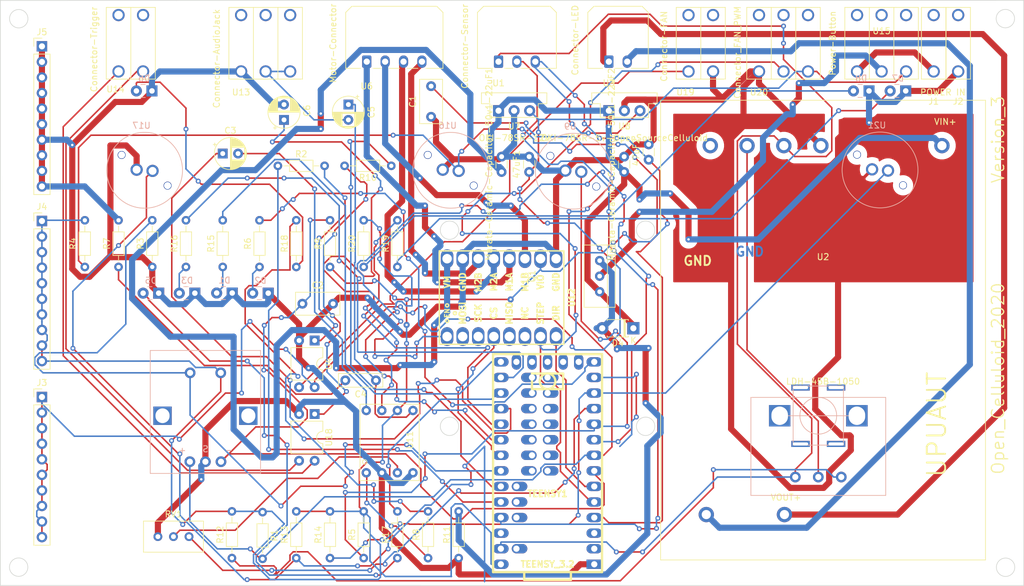
<source format=kicad_pcb>
(kicad_pcb (version 20171130) (host pcbnew 5.1.6-c6e7f7d~87~ubuntu19.10.1)
  (layers (0 F.Cu signal) (31 B.Cu signal) (34 B.Paste user) (35 F.Paste user) (36 B.SilkS user) (37 F.SilkS user) (38 B.Mask user) (39 F.Mask user) (44 Edge.Cuts user))
  (net 0 "")
  (net 1 GND)
  (net 2 CHANNEL-A)
  (net 3 CHANNEL-B)
  (net 4 "Net-(C3-Pad1)")
  (net 5 "Net-(C3-Pad2)")
  (net 6 "Net-(C4-Pad1)")
  (net 7 "Net-(C4-Pad2)")
  (net 8 AUDIO-SIGNAL)
  (net 9 "Net-(C6-Pad1)")
  (net 10 "Net-(D4-Pad2)")
  (net 11 +24V)
  (net 12 "Net-(R2-Pad2)")
  (net 13 FAN)
  (net 14 START-STOP)
  (net 15 DIRECTION-SWITCH)
  (net 16 "Net-(R8-Pad1)")
  (net 17 "Net-(R10-Pad2)")
  (net 18 SHUTTER)
  (net 19 "Net-(R12-Pad1)")
  (net 20 SOUND-TRIGGER)
  (net 21 "Net-(RV1-Pad2)")
  (net 22 POTI-LED)
  (net 23 LED-)
  (net 24 LED+)
  (net 25 "Net-(U19-Pad1)")
  (net 26 BLACK)
  (net 27 RED)
  (net 28 BLUE)
  (net 29 GREEN)
  (net 30 ENCO-BUTTON)
  (net 31 ENABLE)
  (net 32 CHIP-SELECT)
  (net 33 STEP)
  (net 34 DIRECTION)
  (net 35 "Net-(U14-Pad2)")
  (net 36 "Net-(U14-Pad1)")
  (net 37 SENSOR)
  (net 38 +12V)
  (net 39 +5V)
  (net 40 "Net-(D1-Pad2)")
  (net 41 "Net-(D2-Pad2)")
  (net 42 "Net-(D3-Pad2)")
  (net 43 "Net-(D5-Pad2)")
  (net 44 "Net-(D6-Pad2)")
  (net 45 "Net-(D7-Pad2)")
  (net 46 "Net-(D8-Pad2)")
  (net 47 LED1)
  (net 48 CAPTURE)
  (net 49 SPEED-SELECT)
  (net 50 LED2)
  (net 51 LED3)
  (net 52 LED4)
  (net 53 LED5)
  (net 54 LED6)
  (net 55 LED7)
  (net 56 "Net-(TEENSY1-Pad29)")
  (net 57 "Net-(TEENSY1-Pad30)")
  (net 58 "Net-(TEENSY1-Pad31)")
  (net 59 "Net-(TEENSY1-Pad32)")
  (net 60 "Net-(TEENSY1-Pad33)")
  (net 61 "Net-(TEENSY1-Pad28)")
  (net 62 "Net-(TEENSY1-Pad27)")
  (net 63 "Net-(TEENSY1-Pad26)")
  (net 64 "Net-(TEENSY1-Pad25)")
  (net 65 "Net-(TEENSY1-Pad24)")
  (net 66 "Net-(TEENSY1-PadA12)")
  (net 67 "Net-(TEENSY1-PadA13)")
  (net 68 "Net-(TEENSY1-PadA11)")
  (net 69 "Net-(TEENSY1-PadA10)")
  (net 70 "Net-(TEENSY1-PadAREF)")
  (net 71 "Net-(TEENSY1-PadV_U)")
  (net 72 "Net-(TEENSY1-PadPROG)")
  (net 73 "Net-(TEENSY1-PadDAC)")
  (net 74 GNDA)
  (net 75 "Net-(TEENSY1-Pad3V3)")
  (net 76 "Net-(TEENSY1-Pad1)")
  (net 77 "Net-(TEENSY1-Pad0)")
  (net 78 "Net-(U2-Pad1)")
  (net 79 "Net-(U12-Pad4)")
  (net 80 "Net-(U12-Pad6)")
  (net 81 "Net-(U12-Pad7)")
  (net 82 "Net-(Q1-Pad1)")
  (net 83 "Net-(J1-Pad1)")
  (module OpenCelluloid:MeanWell-LDH-45B-1050 (layer F.Cu) (at 197 105)
    (fp_text reference U2 (at -0.05 -12.138 180) (layer F.SilkS))
    (fp_text value LDH-45B-1050 (at -0.05 8.182 180) (layer F.SilkS))
    (fp_text user VIN+ (at 19.9 -34.2) (layer F.SilkS))
    (fp_text user VOUT+ (at -6.1 27.1) (layer F.SilkS))
    (pad 7 thru_hole circle (at -6.35 29.9 180) (size 2.5 2.5) (drill 1.5) (layers *.Cu *.Mask) (net 24 LED+))
    (pad 6 thru_hole circle (at -19.1 29.9 180) (size 2.5 2.5) (drill 1.5) (layers *.Cu *.Mask) (net 23 LED-))
    (pad 5 thru_hole circle (at 19.35 -30.3 180) (size 2.5 2.5) (drill 1.5) (layers *.Cu *.Mask) (net 11 +24V))
    (pad 4 thru_hole circle (at -0.4 -30.3 180) (size 2.5 2.5) (drill 1.5) (layers *.Cu *.Mask) (net 1 GND))
    (pad 3 thru_hole circle (at -6.45 -30.3 180) (size 2.5 2.5) (drill 1.5) (layers *.Cu *.Mask) (net 74 GNDA))
    (pad 2 thru_hole circle (at -12.45 -30.3 180) (size 2.5 2.5) (drill 1.5) (layers *.Cu *.Mask) (net 22 POTI-LED))
    (pad 1 thru_hole circle (at -18.45 -30.3 180) (size 2.5 2.5) (drill 1.5) (layers *.Cu *.Mask) (net 78 "Net-(U2-Pad1)"))
  )
  (module OpenCelluloid:IRF5305 (layer F.Cu) (at 160.5 96 270)
    (fp_text reference Q1 (at 0 11 90) (layer F.SilkS))
    (fp_text value IRF5305)
    (pad 3 thru_hole circle (at 2.54 0 270) (size 1.524 1.524) (drill 0.762) (layers *.Cu *.Mask) (net 11 +24V))
    (pad 1 thru_hole circle (at 0 0 270) (size 1.524 1.524) (drill 0.762) (layers *.Cu *.Mask) (net 82 "Net-(Q1-Pad1)"))
    (pad 2 thru_hole circle (at -2.54 0 270) (size 1.524 1.524) (drill 0.762) (layers *.Cu *.Mask) (net 10 "Net-(D4-Pad2)"))
  )
  (module OpenCelluloid:WAGO_PCB_Klemme_3Pol (layer F.Cu) (at 206.5 58)
    (fp_text reference U15 (at 0 -2) (layer F.SilkS))
    (fp_text value Power-Button (at -8 0 90) (layer F.SilkS))
    (pad 4 thru_hole circle (at 4 -4.6) (size 2 2) (drill 1.4) (layers *.Cu *.Mask))
    (pad 6 thru_hole circle (at -4 -4.6) (size 2 2) (drill 1.4) (layers *.Cu *.Mask))
    (pad 3 thru_hole circle (at 4 4.6) (size 2 2) (drill 1.4) (layers *.Cu *.Mask) (net 38 +12V))
    (pad 1 thru_hole circle (at -4 4.6) (size 2 2) (drill 1.4) (layers *.Cu *.Mask) (net 83 "Net-(J1-Pad1)"))
    (pad 5 thru_hole circle (at 0 -4.6) (size 2 2) (drill 1.4) (layers *.Cu *.Mask))
    (pad 2 thru_hole circle (at 0 4.6) (size 2 2) (drill 1.4) (layers *.Cu *.Mask) (net 82 "Net-(Q1-Pad1)"))
  )
  (module OpenCelluloid:PDB12-H4301-Potentiometer (layer B.Cu) (at 196.175 118.775 180)
    (fp_text reference U5)
    (fp_text value POTENTIOMETER-LED)
    (pad "" thru_hole rect (at 2.9 -4.6 180) (size 3 1) (drill oval 2.5 0.5) (layers *.Cu *.Mask))
    (pad "" thru_hole rect (at -2.9 -4.6 180) (size 3 1) (drill oval 2.5 0.5) (layers *.Cu *.Mask))
    (pad "" thru_hole rect (at -2.9 4.6 180) (size 3 1) (drill oval 2.5 0.5) (layers *.Cu *.Mask))
    (pad "" thru_hole rect (at 2.9 4.6 180) (size 3 1) (drill oval 2.5 0.5) (layers *.Cu *.Mask))
    (pad "" thru_hole rect (at -6.3 0 180) (size 3.5 3.5) (drill oval 2.7 3) (layers *.Cu *.Mask))
    (pad "" thru_hole rect (at 6.3 0 180) (size 3.5 3.5) (drill oval 2.7 3) (layers *.Cu *.Mask))
    (pad 3 thru_hole circle (at 3.75 -10 180) (size 1.75 1.75) (drill 1) (layers *.Cu *.Mask) (net 74 GNDA))
    (pad 2 thru_hole circle (at 0 -10 180) (size 1.75 1.75) (drill 1) (layers *.Cu *.Mask) (net 22 POTI-LED))
    (pad 1 thru_hole circle (at -3.75 -10 180) (size 1.75 1.75) (drill 1) (layers *.Cu *.Mask) (net 19 "Net-(R12-Pad1)"))
  )
  (module OpenCelluloid:WAGO_PCB_Klemme_3Pol (layer F.Cu) (at 106 58)
    (fp_text reference U13 (at -4 8) (layer F.SilkS))
    (fp_text value Connector-AudioJack (at -8 2.5 90) (layer F.SilkS))
    (pad 2 thru_hole circle (at 0 4.6) (size 2 2) (drill 1.4) (layers *.Cu *.Mask) (net 8 AUDIO-SIGNAL))
    (pad 5 thru_hole circle (at 0 -4.6) (size 2 2) (drill 1.4) (layers *.Cu *.Mask))
    (pad 1 thru_hole circle (at -4 4.6) (size 2 2) (drill 1.4) (layers *.Cu *.Mask) (net 1 GND))
    (pad 3 thru_hole circle (at 4 4.6) (size 2 2) (drill 1.4) (layers *.Cu *.Mask) (net 8 AUDIO-SIGNAL))
    (pad 6 thru_hole circle (at -4 -4.6) (size 2 2) (drill 1.4) (layers *.Cu *.Mask))
    (pad 4 thru_hole circle (at 4 -4.6) (size 2 2) (drill 1.4) (layers *.Cu *.Mask))
  )
  (module teensy:TEENSY_3.2 (layer F.Cu) (at 152 126.5 180)
    (fp_text reference TEENSY1 (at 0 -5) (layer F.SilkS) (effects (font (size 1.016 1.016) (thickness 0.254))))
    (fp_text value TEENSY_3.2 (at 0 -16.5) (layer F.SilkS) (effects (font (size 1.016 1.016) (thickness 0.254))))
    (pad 29 thru_hole oval (at 2.54 13.97 180) (size 2.54 1.524) (drill 1.016 (offset 0.508 0)) (layers *.Cu *.Mask) (net 56 "Net-(TEENSY1-Pad29)"))
    (pad 30 thru_hole oval (at 2.54 11.43 180) (size 2.54 1.524) (drill 1.016 (offset 0.508 0)) (layers *.Cu *.Mask) (net 57 "Net-(TEENSY1-Pad30)"))
    (pad 31 thru_hole oval (at 2.54 8.89 180) (size 2.54 1.524) (drill 1.016 (offset 0.508 0)) (layers *.Cu *.Mask) (net 58 "Net-(TEENSY1-Pad31)"))
    (pad 32 thru_hole oval (at 2.54 6.35 180) (size 2.54 1.524) (drill 1.016 (offset 0.508 0)) (layers *.Cu *.Mask) (net 59 "Net-(TEENSY1-Pad32)"))
    (pad 33 thru_hole oval (at 2.54 3.81 180) (size 2.54 1.524) (drill 1.016 (offset 0.508 0)) (layers *.Cu *.Mask) (net 60 "Net-(TEENSY1-Pad33)"))
    (pad 28 thru_hole oval (at 0 13.97 180) (size 2.54 1.524) (drill 1.016 (offset -0.508 0)) (layers *.Cu *.Mask) (net 61 "Net-(TEENSY1-Pad28)"))
    (pad 27 thru_hole oval (at 0 11.43 180) (size 2.54 1.524) (drill 1.016 (offset -0.508 0)) (layers *.Cu *.Mask) (net 62 "Net-(TEENSY1-Pad27)"))
    (pad 26 thru_hole oval (at 0 8.89 180) (size 2.54 1.524) (drill 1.016 (offset -0.508 0)) (layers *.Cu *.Mask) (net 63 "Net-(TEENSY1-Pad26)"))
    (pad 25 thru_hole oval (at 0 6.35 180) (size 2.54 1.524) (drill 1.016 (offset -0.508 0)) (layers *.Cu *.Mask) (net 64 "Net-(TEENSY1-Pad25)"))
    (pad 24 thru_hole oval (at 0 3.81 180) (size 2.54 1.524) (drill 1.016 (offset -0.508 0)) (layers *.Cu *.Mask) (net 65 "Net-(TEENSY1-Pad24)"))
    (pad "" thru_hole oval (at 0 1.27 180) (size 2.54 1.524) (drill 1.016 (offset -0.508 0)) (layers *.Cu *.Mask))
    (pad "" thru_hole oval (at 2.54 1.27 180) (size 2.54 1.524) (drill 1.016 (offset 0.508 0)) (layers *.Cu *.Mask))
    (pad A12 thru_hole oval (at 0 -1.27 180) (size 2.54 1.524) (drill 1.016 (offset -0.508 0)) (layers *.Cu *.Mask) (net 66 "Net-(TEENSY1-PadA12)"))
    (pad A13 thru_hole oval (at 2.54 -1.27 180) (size 2.54 1.524) (drill 1.016 (offset 0.508 0)) (layers *.Cu *.Mask) (net 67 "Net-(TEENSY1-PadA13)"))
    (pad A11 thru_hole oval (at 5.08 -3.81 180) (size 2.54 1.524) (drill 1.016 (offset -0.508 0)) (layers *.Cu *.Mask) (net 68 "Net-(TEENSY1-PadA11)"))
    (pad A10 thru_hole oval (at 5.08 -6.35 180) (size 2.54 1.524) (drill 1.016 (offset -0.508 0)) (layers *.Cu *.Mask) (net 69 "Net-(TEENSY1-PadA10)"))
    (pad AREF thru_hole oval (at 5.08 -8.89 180) (size 2.54 1.524) (drill 1.016 (offset -0.508 0)) (layers *.Cu *.Mask) (net 70 "Net-(TEENSY1-PadAREF)"))
    (pad V_U thru_hole oval (at 5.08 -13.97 180) (size 2.54 1.524) (drill 1.016 (offset -0.508 0)) (layers *.Cu *.Mask) (net 71 "Net-(TEENSY1-PadV_U)"))
    (pad "" thru_hole oval (at -5.08 16.51 180) (size 1.524 2.54) (drill 1.016) (layers *.Cu *.Mask))
    (pad "" thru_hole oval (at -2.54 16.51 180) (size 1.524 2.54) (drill 1.016) (layers *.Cu *.Mask))
    (pad "" thru_hole oval (at 0 16.51 180) (size 1.524 2.54) (drill 1.016) (layers *.Cu *.Mask))
    (pad PROG thru_hole oval (at 2.54 16.51 180) (size 1.524 2.54) (drill 1.016) (layers *.Cu *.Mask) (net 72 "Net-(TEENSY1-PadPROG)"))
    (pad DAC thru_hole oval (at 5.08 16.51 180) (size 1.524 2.54) (drill 1.016) (layers *.Cu *.Mask) (net 73 "Net-(TEENSY1-PadDAC)"))
    (pad V_IN thru_hole oval (at 7.62 -16.51 180) (size 2.54 1.524) (drill 1.016) (layers *.Cu *.Mask) (net 39 +5V))
    (pad AGND thru_hole oval (at 7.62 -13.97 180) (size 2.54 1.524) (drill 1.016) (layers *.Cu *.Mask) (net 74 GNDA))
    (pad 3V3 thru_hole oval (at 7.62 -11.43 180) (size 2.54 1.524) (drill 1.016) (layers *.Cu *.Mask) (net 75 "Net-(TEENSY1-Pad3V3)"))
    (pad 23 thru_hole oval (at 7.62 -8.89 180) (size 2.54 1.524) (drill 1.016) (layers *.Cu *.Mask) (net 37 SENSOR))
    (pad 22 thru_hole oval (at 7.62 -6.35 180) (size 2.54 1.524) (drill 1.016) (layers *.Cu *.Mask) (net 13 FAN))
    (pad 21 thru_hole oval (at 7.62 -3.81 180) (size 2.54 1.524) (drill 1.016) (layers *.Cu *.Mask) (net 18 SHUTTER))
    (pad 20 thru_hole oval (at 7.62 -1.27 180) (size 2.54 1.524) (drill 1.016) (layers *.Cu *.Mask) (net 30 ENCO-BUTTON))
    (pad 19 thru_hole oval (at 7.62 1.27 180) (size 2.54 1.524) (drill 1.016) (layers *.Cu *.Mask) (net 32 CHIP-SELECT))
    (pad 18 thru_hole oval (at 7.62 3.81 180) (size 2.54 1.524) (drill 1.016) (layers *.Cu *.Mask) (net 55 LED7))
    (pad 17 thru_hole oval (at 7.62 6.35 180) (size 2.54 1.524) (drill 1.016) (layers *.Cu *.Mask) (net 54 LED6))
    (pad 16 thru_hole oval (at 7.62 8.89 180) (size 2.54 1.524) (drill 1.016) (layers *.Cu *.Mask) (net 53 LED5))
    (pad 15 thru_hole oval (at 7.62 11.43 180) (size 2.54 1.524) (drill 1.016) (layers *.Cu *.Mask) (net 52 LED4))
    (pad 14 thru_hole oval (at 7.62 13.97 180) (size 2.54 1.524) (drill 1.016) (layers *.Cu *.Mask) (net 51 LED3))
    (pad 13 thru_hole oval (at 7.62 16.51 180) (size 2.54 1.524) (drill 1.016) (layers *.Cu *.Mask) (net 50 LED2))
    (pad 12 thru_hole oval (at -7.62 16.51 180) (size 2.54 1.524) (drill 1.016) (layers *.Cu *.Mask) (net 47 LED1))
    (pad 11 thru_hole oval (at -7.62 13.97 180) (size 2.54 1.524) (drill 1.016) (layers *.Cu *.Mask) (net 48 CAPTURE))
    (pad 10 thru_hole oval (at -7.62 11.43 180) (size 2.54 1.524) (drill 1.016) (layers *.Cu *.Mask) (net 49 SPEED-SELECT))
    (pad 9 thru_hole oval (at -7.62 8.89 180) (size 2.54 1.524) (drill 1.016) (layers *.Cu *.Mask) (net 20 SOUND-TRIGGER))
    (pad 8 thru_hole oval (at -7.62 6.35 180) (size 2.54 1.524) (drill 1.016) (layers *.Cu *.Mask) (net 15 DIRECTION-SWITCH))
    (pad 7 thru_hole oval (at -7.62 3.81 180) (size 2.54 1.524) (drill 1.016) (layers *.Cu *.Mask) (net 31 ENABLE))
    (pad 6 thru_hole oval (at -7.62 1.27 180) (size 2.54 1.524) (drill 1.016) (layers *.Cu *.Mask) (net 2 CHANNEL-A))
    (pad 5 thru_hole oval (at -7.62 -1.27 180) (size 2.54 1.524) (drill 1.016) (layers *.Cu *.Mask) (net 3 CHANNEL-B))
    (pad 4 thru_hole oval (at -7.62 -3.81 180) (size 2.54 1.524) (drill 1.016) (layers *.Cu *.Mask) (net 34 DIRECTION))
    (pad 3 thru_hole oval (at -7.62 -6.35 180) (size 2.54 1.524) (drill 1.016) (layers *.Cu *.Mask) (net 33 STEP))
    (pad 2 thru_hole oval (at -7.62 -8.89 180) (size 2.54 1.524) (drill 1.016) (layers *.Cu *.Mask) (net 14 START-STOP))
    (pad 1 thru_hole oval (at -7.62 -11.43 180) (size 2.54 1.524) (drill 1.016) (layers *.Cu *.Mask) (net 76 "Net-(TEENSY1-Pad1)"))
    (pad 0 thru_hole oval (at -7.62 -13.97 180) (size 2.54 1.524) (drill 1.016) (layers *.Cu *.Mask) (net 77 "Net-(TEENSY1-Pad0)"))
    (pad GND thru_hole rect (at -7.62 -16.51 180) (size 2.54 1.524) (drill 1.016) (layers *.Cu *.Mask) (net 1 GND))
  )
  (module Resistor_THT:R_Axial_DIN0204_L3.6mm_D1.6mm_P7.62mm_Horizontal (layer F.Cu) (at 87.5 94.5 90)
    (fp_text reference R3 (at 3.81 -1.92 90) (layer F.SilkS))
    (fp_text value 10K)
    (pad 2 thru_hole oval (at 7.62 0 90) (size 1.4 1.4) (drill 0.7) (layers *.Cu *.Mask) (net 30 ENCO-BUTTON))
    (pad 1 thru_hole circle (at 0 0 90) (size 1.4 1.4) (drill 0.7) (layers *.Cu *.Mask) (net 1 GND))
  )
  (module Connector_Molex:Molex_Micro-Fit_3.0_43650-0400_1x04_P3.00mm_Horizontal (layer F.Cu) (at 122.5 61)
    (fp_text reference U6 (at 0 4) (layer F.SilkS))
    (fp_text value Motor-Connector (at -5.5 -3 90) (layer F.SilkS))
    (pad 4 thru_hole oval (at 9 0) (size 1.5 2.02) (drill 1.02) (layers *.Cu *.Mask) (net 26 BLACK))
    (pad 3 thru_hole oval (at 6 0) (size 1.5 2.02) (drill 1.02) (layers *.Cu *.Mask) (net 29 GREEN))
    (pad 2 thru_hole oval (at 3 0) (size 1.5 2.02) (drill 1.02) (layers *.Cu *.Mask) (net 28 BLUE))
    (pad 1 thru_hole roundrect (at 0 0) (size 1.5 2.02) (drill 1.02) (layers *.Cu *.Mask) (roundrect_rratio 0.166667) (net 27 RED))
    (pad "" np_thru_hole circle (at 6.85 -4.32) (size 3 3) (drill 3) (layers *.Cu *.Mask))
    (pad "" np_thru_hole circle (at 2.15 -4.32) (size 3 3) (drill 3) (layers *.Cu *.Mask))
  )
  (module Connector_Molex:Molex_Micro-Fit_3.0_43650-0200_1x02_P3.00mm_Horizontal (layer F.Cu) (at 162 61)
    (fp_text reference U3 (at 0 3.5) (layer F.SilkS))
    (fp_text value Connector-LED (at -5.5 -3.5 90) (layer F.SilkS))
    (pad 2 thru_hole oval (at 3 0) (size 1.5 2.02) (drill 1.02) (layers *.Cu *.Mask) (net 23 LED-))
    (pad 1 thru_hole roundrect (at 0 0) (size 1.5 2.02) (drill 1.02) (layers *.Cu *.Mask) (roundrect_rratio 0.166667) (net 24 LED+))
    (pad "" np_thru_hole circle (at 1.5 -4.32) (size 3 3) (drill 3) (layers *.Cu *.Mask))
  )
  (module Connector_Molex:Molex_Micro-Fit_3.0_43650-0300_1x03_P3.00mm_Horizontal (layer F.Cu) (at 144 61)
    (fp_text reference U1 (at 0 3.5) (layer F.SilkS))
    (fp_text value Connector-Sensor (at -5.5 -2.5 90) (layer F.SilkS))
    (pad 3 thru_hole oval (at 6 0) (size 1.5 2.02) (drill 1.02) (layers *.Cu *.Mask) (net 39 +5V))
    (pad 2 thru_hole oval (at 3 0) (size 1.5 2.02) (drill 1.02) (layers *.Cu *.Mask) (net 37 SENSOR))
    (pad 1 thru_hole roundrect (at 0 0) (size 1.5 2.02) (drill 1.02) (layers *.Cu *.Mask) (roundrect_rratio 0.166667) (net 74 GNDA))
    (pad "" np_thru_hole circle (at 3 -4.32) (size 3 3) (drill 3) (layers *.Cu *.Mask))
  )
  (module OpenCelluloid:WAGO_PCB_Klemme_3Pol (layer F.Cu) (at 190.5 58)
    (fp_text reference U20 (at -4 8) (layer F.SilkS))
    (fp_text value Connector_FAN_PWM (at -7.5 1.5 90) (layer F.SilkS))
    (pad 2 thru_hole circle (at 0 4.6) (size 2 2) (drill 1.4) (layers *.Cu *.Mask) (net 33 STEP))
    (pad 5 thru_hole circle (at 0 -4.6) (size 2 2) (drill 1.4) (layers *.Cu *.Mask))
    (pad 1 thru_hole circle (at -4 4.6) (size 2 2) (drill 1.4) (layers *.Cu *.Mask) (net 1 GND))
    (pad 3 thru_hole circle (at 4 4.6) (size 2 2) (drill 1.4) (layers *.Cu *.Mask) (net 38 +12V))
    (pad 6 thru_hole circle (at -4 -4.6) (size 2 2) (drill 1.4) (layers *.Cu *.Mask))
    (pad 4 thru_hole circle (at 4 -4.6) (size 2 2) (drill 1.4) (layers *.Cu *.Mask))
  )
  (module OpenCelluloid:WAGO_PCB_Klemme_2Pol (layer F.Cu) (at 177 58)
    (fp_text reference U19 (at -2.5 8) (layer F.SilkS))
    (fp_text value Connector-FAN (at -6 0.5 90) (layer F.SilkS))
    (pad 1 thru_hole circle (at -2 4.6) (size 2 2) (drill 1.4) (layers *.Cu *.Mask) (net 25 "Net-(U19-Pad1)"))
    (pad 2 thru_hole circle (at 2 4.6) (size 2 2) (drill 1.4) (layers *.Cu *.Mask) (net 1 GND))
    (pad 4 thru_hole circle (at -2 -4.6) (size 2 2) (drill 1.4) (layers *.Cu *.Mask))
    (pad 3 thru_hole circle (at 2 -4.6) (size 2 2) (drill 1.4) (layers *.Cu *.Mask))
  )
  (module Package_DIP:DIP-4_W7.62mm (layer F.Cu) (at 114 118.5 270)
    (fp_text reference U18 (at 3.81 -2.33 90) (layer F.SilkS))
    (fp_text value PC817)
    (pad 4 thru_hole oval (at 7.62 0 270) (size 1.6 1.6) (drill 0.8) (layers *.Cu *.Mask) (net 36 "Net-(U14-Pad1)"))
    (pad 2 thru_hole oval (at 0 2.54 270) (size 1.6 1.6) (drill 0.8) (layers *.Cu *.Mask) (net 1 GND))
    (pad 3 thru_hole oval (at 7.62 2.54 270) (size 1.6 1.6) (drill 0.8) (layers *.Cu *.Mask) (net 35 "Net-(U14-Pad2)"))
    (pad 1 thru_hole rect (at 0 0 270) (size 1.6 1.6) (drill 0.8) (layers *.Cu *.Mask) (net 17 "Net-(R10-Pad2)"))
  )
  (module OpenCelluloid:WAGO_PCB_Klemme_2Pol (layer F.Cu) (at 84 58)
    (fp_text reference U14 (at -2.5 7.5) (layer F.SilkS))
    (fp_text value Connector-Trigger (at -6 1 270) (layer F.SilkS))
    (pad 1 thru_hole circle (at -2 4.6) (size 2 2) (drill 1.4) (layers *.Cu *.Mask) (net 36 "Net-(U14-Pad1)"))
    (pad 2 thru_hole circle (at 2 4.6) (size 2 2) (drill 1.4) (layers *.Cu *.Mask) (net 35 "Net-(U14-Pad2)"))
    (pad 4 thru_hole circle (at -2 -4.6) (size 2 2) (drill 1.4) (layers *.Cu *.Mask))
    (pad 3 thru_hole circle (at 2 -4.6) (size 2 2) (drill 1.4) (layers *.Cu *.Mask))
  )
  (module OpenCelluloidArduino:STEPSTICK (layer F.Cu) (at 144.5 99.5 270)
    (fp_text reference U12 (at 0 -11.43 90) (layer F.SilkS) (effects (font (size 1.016 1.016) (thickness 0.254))))
    (fp_text value STEPSTICK)
    (fp_text user GND (at -2.54 -8.89 90) (layer F.SilkS) (effects (font (size 1.016 1.016) (thickness 0.254))))
    (fp_text user VIO (at -2.54 -6.35 90) (layer F.SilkS) (effects (font (size 1.016 1.016) (thickness 0.254))))
    (fp_text user M1B (at -2.54 -3.81 90) (layer F.SilkS) (effects (font (size 1.016 1.016) (thickness 0.254))))
    (fp_text user M1A (at -2.54 -1.27 90) (layer F.SilkS) (effects (font (size 1.016 1.016) (thickness 0.254))))
    (fp_text user M2A (at -2.54 1.27 90) (layer F.SilkS) (effects (font (size 1.016 1.016) (thickness 0.254))))
    (fp_text user M2B (at -2.5 3.81 90) (layer F.SilkS) (effects (font (size 1.016 1.016) (thickness 0.254))))
    (fp_text user GND (at -2.54 6.35 90) (layer F.SilkS) (effects (font (size 1.016 1.016) (thickness 0.254))))
    (fp_text user VM (at -2.54 8.89 90) (layer F.SilkS) (effects (font (size 1.016 1.016) (thickness 0.254))))
    (fp_text user EN (at 2.54 8.89 90) (layer F.SilkS) (effects (font (size 0.762 0.762) (thickness 0.1905))))
    (fp_text user MOSI (at 2.54 6.35 90) (layer F.SilkS) (effects (font (size 1.016 1.016) (thickness 0.254))))
    (fp_text user SCK (at 2.54 3.81 90) (layer F.SilkS) (effects (font (size 1.016 1.016) (thickness 0.254))))
    (fp_text user CS (at 2.54 1.27 90) (layer F.SilkS) (effects (font (size 1.016 1.016) (thickness 0.254))))
    (fp_text user MISO (at 2.54 -1.27 90) (layer F.SilkS) (effects (font (size 1.016 1.016) (thickness 0.254))))
    (fp_text user NC (at 2.54 -3.81 90) (layer F.SilkS) (effects (font (size 1.016 1.016) (thickness 0.254))))
    (fp_text user STEP (at 2.54 -6.35 90) (layer F.SilkS) (effects (font (size 1.016 1.016) (thickness 0.254))))
    (fp_text user DIR (at 2.54 -8.89 90) (layer F.SilkS) (effects (font (size 1.016 1.016) (thickness 0.254))))
    (pad 1 thru_hole oval (at 6.35 -8.89 270) (size 3.048 2.032) (drill 1.5494) (layers *.Cu *.Mask) (net 34 DIRECTION))
    (pad 2 thru_hole oval (at 6.35 -6.35 270) (size 3.048 2.032) (drill 1.5494) (layers *.Cu *.Mask) (net 33 STEP))
    (pad 3 thru_hole oval (at 6.35 -3.81 270) (size 3.048 2.032) (drill 1.5494) (layers *.Cu *.Mask))
    (pad 4 thru_hole oval (at 6.35 -1.27 270) (size 3.048 2.032) (drill 1.5494) (layers *.Cu *.Mask) (net 79 "Net-(U12-Pad4)"))
    (pad 5 thru_hole oval (at 6.35 1.27 270) (size 3.048 2.032) (drill 1.5494) (layers *.Cu *.Mask) (net 32 CHIP-SELECT))
    (pad 6 thru_hole oval (at 6.35 3.81 270) (size 3.048 2.032) (drill 1.5494) (layers *.Cu *.Mask) (net 80 "Net-(U12-Pad6)"))
    (pad 7 thru_hole oval (at 6.35 6.35 270) (size 3.048 2.032) (drill 1.5494) (layers *.Cu *.Mask) (net 81 "Net-(U12-Pad7)"))
    (pad 8 thru_hole oval (at 6.35 8.89 270) (size 3.048 2.032) (drill 1.5494) (layers *.Cu *.Mask) (net 31 ENABLE))
    (pad 9 thru_hole oval (at -6.35 8.89 270) (size 3.048 2.032) (drill 1.5494) (layers *.Cu *.Mask) (net 11 +24V))
    (pad 10 thru_hole oval (at -6.35 6.35 270) (size 3.048 2.032) (drill 1.5494) (layers *.Cu *.Mask) (net 1 GND))
    (pad 11 thru_hole oval (at -6.35 3.81 270) (size 3.048 2.032) (drill 1.5494) (layers *.Cu *.Mask) (net 26 BLACK))
    (pad 12 thru_hole oval (at -6.35 1.27 270) (size 3.048 2.032) (drill 1.5494) (layers *.Cu *.Mask) (net 29 GREEN))
    (pad 13 thru_hole oval (at -6.35 -1.27 270) (size 3.048 2.032) (drill 1.5494) (layers *.Cu *.Mask) (net 27 RED))
    (pad 14 thru_hole oval (at -6.35 -3.81 270) (size 3.048 2.032) (drill 1.5494) (layers *.Cu *.Mask) (net 28 BLUE))
    (pad 15 thru_hole oval (at -6.35 -6.35 270) (size 3.048 2.032) (drill 1.5494) (layers *.Cu *.Mask) (net 39 +5V))
    (pad 16 thru_hole oval (at -6.35 -8.89 270) (size 3.048 2.032) (drill 1.5494) (layers *.Cu *.Mask) (net 1 GND))
  )
  (module OpenCelluloid:LM386 (layer F.Cu) (at 127.5 123 90)
    (fp_text reference U11 (at 0.254 2.032 90) (layer F.SilkS))
    (fp_text value LM386)
    (pad 8 thru_hole circle (at 5.08 -5.08 90) (size 1.524 1.524) (drill 0.762) (layers *.Cu *.Mask) (net 5 "Net-(C3-Pad2)"))
    (pad 7 thru_hole circle (at 5.08 -2.54 90) (size 1.524 1.524) (drill 0.762) (layers *.Cu *.Mask) (net 9 "Net-(C6-Pad1)"))
    (pad 6 thru_hole circle (at 5.08 0 90) (size 1.524 1.524) (drill 0.762) (layers *.Cu *.Mask) (net 39 +5V))
    (pad 5 thru_hole circle (at 5.08 2.54 90) (size 1.524 1.524) (drill 0.762) (layers *.Cu *.Mask) (net 6 "Net-(C4-Pad1)"))
    (pad 4 thru_hole circle (at -5.08 2.54 90) (size 1.524 1.524) (drill 0.762) (layers *.Cu *.Mask) (net 1 GND))
    (pad 3 thru_hole circle (at -5.08 0 90) (size 1.524 1.524) (drill 0.762) (layers *.Cu *.Mask) (net 21 "Net-(RV1-Pad2)"))
    (pad 2 thru_hole circle (at -5.08 -2.54 90) (size 1.524 1.524) (drill 0.762) (layers *.Cu *.Mask) (net 1 GND))
    (pad 1 thru_hole circle (at -5.08 -5.08 90) (size 1.524 1.524) (drill 0.762) (layers *.Cu *.Mask) (net 16 "Net-(R8-Pad1)"))
  )
  (module OpenCelluloid:Potentiometer-BOURNS (layer B.Cu) (at 96.175 126.275)
    (fp_text reference U10)
    (fp_text value PEC12R-ENCODER)
    (fp_text user - (at 3.84 -1.904) (layer B.SilkS) (effects (justify mirror)))
    (fp_text user S (at 0.01 -2.064) (layer B.SilkS) (effects (justify mirror)))
    (fp_text user + (at -3.77 -1.884) (layer B.SilkS) (effects (justify mirror)))
    (pad 5 thru_hole circle (at -2.5 -14.5) (size 1.75 1.75) (drill 1) (layers *.Cu *.Mask) (net 30 ENCO-BUTTON))
    (pad 4 thru_hole circle (at 2.5 -14.5) (size 1.75 1.75) (drill 1) (layers *.Cu *.Mask) (net 39 +5V))
    (pad "" thru_hole rect (at 7 -7.5) (size 3 3) (drill oval 2.3 2.4) (layers *.Cu *.Mask))
    (pad "" thru_hole rect (at -7 -7.5) (size 3 3) (drill oval 2.3 2.4) (layers *.Cu *.Mask))
    (pad 2 thru_hole circle (at 0 0) (size 1.75 1.75) (drill 1) (layers *.Cu *.Mask) (net 1 GND))
    (pad 3 thru_hole circle (at 2.54 0) (size 1.75 1.75) (drill 1) (layers *.Cu *.Mask) (net 3 CHANNEL-B))
    (pad 1 thru_hole circle (at -2.54 0) (size 1.75 1.75) (drill 1) (layers *.Cu *.Mask) (net 2 CHANNEL-A))
  )
  (module Converter_DCDC:Converter_DCDC_muRata_OKI-78SR_Vertical (layer F.Cu) (at 162 69)
    (fp_text reference U8 (at 2.54 2.54 180) (layer F.SilkS))
    (fp_text value OKI-78SR-5v-OpenSourceCelluloid (at 2.54 4.445 180) (layer F.SilkS))
    (pad 1 thru_hole rect (at 0 0) (size 1.8 1.8) (drill 1) (layers *.Cu *.Mask) (net 11 +24V))
    (pad 2 thru_hole circle (at 2.54 0) (size 1.8 1.8) (drill 1) (layers *.Cu *.Mask) (net 1 GND))
    (pad 3 thru_hole circle (at 5.08 0) (size 1.8 1.8) (drill 1) (layers *.Cu *.Mask) (net 39 +5V))
  )
  (module Converter_DCDC:Converter_DCDC_muRata_OKI-78SR_Vertical (layer F.Cu) (at 144 69)
    (fp_text reference U7 (at 2.54 2.54 180) (layer F.SilkS))
    (fp_text value OKI-78SR-12v (at 2.54 4.445 180) (layer F.SilkS))
    (pad 1 thru_hole rect (at 0 0) (size 1.8 1.8) (drill 1) (layers *.Cu *.Mask) (net 11 +24V))
    (pad 2 thru_hole circle (at 2.54 0) (size 1.8 1.8) (drill 1) (layers *.Cu *.Mask) (net 1 GND))
    (pad 3 thru_hole circle (at 5.08 0) (size 1.8 1.8) (drill 1) (layers *.Cu *.Mask) (net 38 +12V))
  )
  (module Package_DIP:DIP-4_W7.62mm (layer F.Cu) (at 114 106.5 270)
    (fp_text reference U4 (at 3.81 -2.33 90) (layer F.SilkS))
    (fp_text value PC817)
    (pad 4 thru_hole oval (at 7.62 0 270) (size 1.6 1.6) (drill 0.8) (layers *.Cu *.Mask) (net 38 +12V))
    (pad 2 thru_hole oval (at 0 2.54 270) (size 1.6 1.6) (drill 0.8) (layers *.Cu *.Mask) (net 1 GND))
    (pad 3 thru_hole oval (at 7.62 2.54 270) (size 1.6 1.6) (drill 0.8) (layers *.Cu *.Mask) (net 25 "Net-(U19-Pad1)"))
    (pad 1 thru_hole rect (at 0 0 270) (size 1.6 1.6) (drill 0.8) (layers *.Cu *.Mask) (net 12 "Net-(R2-Pad2)"))
  )
  (module Potentiometer_THT:Potentiometer_Bourns_3296W_Vertical (layer F.Cu) (at 93.5 138.5)
    (fp_text reference RV1 (at -2.54 -3.66) (layer F.SilkS))
    (fp_text value R_POT)
    (pad 3 thru_hole circle (at -5.08 0) (size 1.44 1.44) (drill 0.8) (layers *.Cu *.Mask) (net 1 GND))
    (pad 2 thru_hole circle (at -2.54 0) (size 1.44 1.44) (drill 0.8) (layers *.Cu *.Mask) (net 21 "Net-(RV1-Pad2)"))
    (pad 1 thru_hole circle (at 0 0) (size 1.44 1.44) (drill 0.8) (layers *.Cu *.Mask) (net 20 SOUND-TRIGGER))
  )
  (module Resistor_THT:R_Axial_DIN0204_L3.6mm_D1.6mm_P7.62mm_Horizontal (layer F.Cu) (at 100.5 142 90)
    (fp_text reference R12 (at 3.81 -1.92 90) (layer F.SilkS))
    (fp_text value 33k)
    (pad 2 thru_hole oval (at 7.62 0 90) (size 1.4 1.4) (drill 0.7) (layers *.Cu *.Mask) (net 39 +5V))
    (pad 1 thru_hole circle (at 0 0 90) (size 1.4 1.4) (drill 0.7) (layers *.Cu *.Mask) (net 19 "Net-(R12-Pad1)"))
  )
  (module Resistor_THT:R_Axial_DIN0204_L3.6mm_D1.6mm_P7.62mm_Horizontal (layer F.Cu) (at 137.5 142 90)
    (fp_text reference R11 (at 3.81 -1.92 90) (layer F.SilkS))
    (fp_text value 10K)
    (pad 2 thru_hole circle (at 7.62 0 90) (size 1.4 1.4) (drill 0.7) (layers *.Cu *.Mask) (net 10 "Net-(D4-Pad2)"))
    (pad 1 thru_hole circle (at 0 0 90) (size 1.4 1.4) (drill 0.7) (layers *.Cu *.Mask) (net 1 GND))
  )
  (module Resistor_THT:R_Axial_DIN0204_L3.6mm_D1.6mm_P7.62mm_Horizontal (layer F.Cu) (at 126.5 78 180)
    (fp_text reference R10 (at 3.81 -1.92) (layer F.SilkS))
    (fp_text value 220)
    (pad 2 thru_hole oval (at 7.62 0 180) (size 1.4 1.4) (drill 0.7) (layers *.Cu *.Mask) (net 17 "Net-(R10-Pad2)"))
    (pad 1 thru_hole circle (at 0 0 180) (size 1.4 1.4) (drill 0.7) (layers *.Cu *.Mask) (net 18 SHUTTER))
  )
  (module Resistor_THT:R_Axial_DIN0204_L3.6mm_D1.6mm_P7.62mm_Horizontal (layer F.Cu) (at 116.5 94.5 90)
    (fp_text reference R9 (at 3.81 -1.92 90) (layer F.SilkS))
    (fp_text value 10K)
    (pad 2 thru_hole oval (at 7.62 0 90) (size 1.4 1.4) (drill 0.7) (layers *.Cu *.Mask) (net 3 CHANNEL-B))
    (pad 1 thru_hole circle (at 0 0 90) (size 1.4 1.4) (drill 0.7) (layers *.Cu *.Mask) (net 39 +5V))
  )
  (module Resistor_THT:R_Axial_DIN0204_L3.6mm_D1.6mm_P7.62mm_Horizontal (layer F.Cu) (at 132.5 142 90)
    (fp_text reference R8 (at 3.81 -1.92 90) (layer F.SilkS))
    (fp_text value 10k)
    (pad 2 thru_hole oval (at 7.62 0 90) (size 1.4 1.4) (drill 0.7) (layers *.Cu *.Mask) (net 4 "Net-(C3-Pad1)"))
    (pad 1 thru_hole circle (at 0 0 90) (size 1.4 1.4) (drill 0.7) (layers *.Cu *.Mask) (net 16 "Net-(R8-Pad1)"))
  )
  (module Resistor_THT:R_Axial_DIN0204_L3.6mm_D1.6mm_P7.62mm_Horizontal (layer F.Cu) (at 82 94.5 90)
    (fp_text reference R7 (at 3.81 -1.92 90) (layer F.SilkS))
    (fp_text value 10k)
    (pad 2 thru_hole oval (at 7.62 0 90) (size 1.4 1.4) (drill 0.7) (layers *.Cu *.Mask) (net 1 GND))
    (pad 1 thru_hole circle (at 0 0 90) (size 1.4 1.4) (drill 0.7) (layers *.Cu *.Mask) (net 7 "Net-(C4-Pad2)"))
  )
  (module Resistor_THT:R_Axial_DIN0204_L3.6mm_D1.6mm_P7.62mm_Horizontal (layer F.Cu) (at 105 94.5 90)
    (fp_text reference R6 (at 3.81 -1.92 90) (layer F.SilkS))
    (fp_text value 10K)
    (pad 2 thru_hole oval (at 7.62 0 90) (size 1.4 1.4) (drill 0.7) (layers *.Cu *.Mask) (net 47 LED1))
    (pad 1 thru_hole circle (at 0 0 90) (size 1.4 1.4) (drill 0.7) (layers *.Cu *.Mask) (net 41 "Net-(D2-Pad2)"))
  )
  (module Resistor_THT:R_Axial_DIN0204_L3.6mm_D1.6mm_P7.62mm_Horizontal (layer F.Cu) (at 122 142 90)
    (fp_text reference R5 (at 3.81 -1.92 90) (layer F.SilkS))
    (fp_text value 10K)
    (pad 2 thru_hole oval (at 7.62 0 90) (size 1.4 1.4) (drill 0.7) (layers *.Cu *.Mask) (net 39 +5V))
    (pad 1 thru_hole circle (at 0 0 90) (size 1.4 1.4) (drill 0.7) (layers *.Cu *.Mask) (net 15 DIRECTION-SWITCH))
  )
  (module Resistor_THT:R_Axial_DIN0204_L3.6mm_D1.6mm_P7.62mm_Horizontal (layer F.Cu) (at 76.5 94.5 90)
    (fp_text reference R4 (at 3.81 -1.92 90) (layer F.SilkS))
    (fp_text value 10K)
    (pad 2 thru_hole oval (at 7.62 0 90) (size 1.4 1.4) (drill 0.7) (layers *.Cu *.Mask) (net 39 +5V))
    (pad 1 thru_hole circle (at 0 0 90) (size 1.4 1.4) (drill 0.7) (layers *.Cu *.Mask) (net 14 START-STOP))
  )
  (module Resistor_THT:R_Axial_DIN0204_L3.6mm_D1.6mm_P7.62mm_Horizontal (layer F.Cu) (at 108 78)
    (fp_text reference R2 (at 3.81 -1.92) (layer F.SilkS))
    (fp_text value 220)
    (pad 2 thru_hole oval (at 7.62 0) (size 1.4 1.4) (drill 0.7) (layers *.Cu *.Mask) (net 12 "Net-(R2-Pad2)"))
    (pad 1 thru_hole circle (at 0 0) (size 1.4 1.4) (drill 0.7) (layers *.Cu *.Mask) (net 13 FAN))
  )
  (module Resistor_THT:R_Axial_DIN0204_L3.6mm_D1.6mm_P7.62mm_Horizontal (layer F.Cu) (at 105.5 134.5 270)
    (fp_text reference R1 (at 3.81 -1.92 90) (layer F.SilkS))
    (fp_text value 10K)
    (pad 2 thru_hole oval (at 7.62 0 270) (size 1.4 1.4) (drill 0.7) (layers *.Cu *.Mask) (net 2 CHANNEL-A))
    (pad 1 thru_hole circle (at 0 0 270) (size 1.4 1.4) (drill 0.7) (layers *.Cu *.Mask) (net 39 +5V))
  )
  (module Diode_THT:D_T-1_P5.08mm_Horizontal (layer F.Cu) (at 166 104.5 180)
    (fp_text reference D4 (at 2.54 -2.42) (layer F.SilkS))
    (fp_text value 10,1V)
    (fp_text user K (at 0 -2) (layer F.SilkS))
    (pad 2 thru_hole oval (at 5.08 0 180) (size 2 2) (drill 1) (layers *.Cu *.Mask) (net 10 "Net-(D4-Pad2)"))
    (pad 1 thru_hole rect (at 0 0 180) (size 2 2) (drill 1) (layers *.Cu *.Mask) (net 11 +24V))
  )
  (module LED_THT:LED_Rectangular_W3.0mm_H2.0mm (layer B.Cu) (at 106.425 98.775 180)
    (fp_text reference D2 (at 1.27 2.06) (layer B.SilkS) (effects (justify mirror)))
    (fp_text value LED)
    (pad 2 thru_hole circle (at 2.54 0 180) (size 1.8 1.8) (drill 0.9) (layers *.Cu *.Mask) (net 41 "Net-(D2-Pad2)"))
    (pad 1 thru_hole rect (at 0 0 180) (size 1.8 1.8) (drill 0.9) (layers *.Cu *.Mask) (net 1 GND))
  )
  (module Capacitor_THT:CP_Radial_D5.0mm_P2.50mm (layer F.Cu) (at 109 70.5 90)
    (fp_text reference C6 (at 1.5 3.75 90) (layer F.SilkS))
    (fp_text value 10uF)
    (pad 2 thru_hole circle (at 2.5 0 90) (size 1.6 1.6) (drill 0.8) (layers *.Cu *.Mask) (net 1 GND))
    (pad 1 thru_hole rect (at 0 0 90) (size 1.6 1.6) (drill 0.8) (layers *.Cu *.Mask) (net 9 "Net-(C6-Pad1)"))
  )
  (module Capacitor_THT:CP_Radial_D5.0mm_P2.50mm (layer F.Cu) (at 119.5 68 270)
    (fp_text reference C5 (at 1.25 -3.75 90) (layer F.SilkS))
    (fp_text value CP1)
    (pad 2 thru_hole circle (at 2.5 0 270) (size 1.6 1.6) (drill 0.8) (layers *.Cu *.Mask) (net 8 AUDIO-SIGNAL))
    (pad 1 thru_hole rect (at 0 0 270) (size 1.6 1.6) (drill 0.8) (layers *.Cu *.Mask) (net 6 "Net-(C4-Pad1)"))
  )
  (module Capacitor_THT:C_Rect_L7.0mm_W2.0mm_P5.00mm (layer F.Cu) (at 124 113 180)
    (fp_text reference C4 (at 2.5 -2.25) (layer F.SilkS))
    (fp_text value 10pF)
    (pad 2 thru_hole circle (at 5 0 180) (size 1.6 1.6) (drill 0.8) (layers *.Cu *.Mask) (net 7 "Net-(C4-Pad2)"))
    (pad 1 thru_hole circle (at 0 0 180) (size 1.6 1.6) (drill 0.8) (layers *.Cu *.Mask) (net 6 "Net-(C4-Pad1)"))
  )
  (module Capacitor_THT:CP_Radial_D5.0mm_P2.50mm (layer F.Cu) (at 99 76)
    (fp_text reference C3 (at 1.25 -3.75) (layer F.SilkS))
    (fp_text value 10uF)
    (pad 2 thru_hole circle (at 2.5 0) (size 1.6 1.6) (drill 0.8) (layers *.Cu *.Mask) (net 5 "Net-(C3-Pad2)"))
    (pad 1 thru_hole rect (at 0 0) (size 1.6 1.6) (drill 0.8) (layers *.Cu *.Mask) (net 4 "Net-(C3-Pad1)"))
  )
  (module Capacitor_THT:C_Rect_L7.0mm_W3.5mm_P5.00mm (layer F.Cu) (at 112 100.5)
    (fp_text reference C2 (at 2.5 -3) (layer F.SilkS))
    (fp_text value 0.01uF)
    (pad 2 thru_hole circle (at 5 0) (size 1.6 1.6) (drill 0.8) (layers *.Cu *.Mask) (net 1 GND))
    (pad 1 thru_hole circle (at 0 0) (size 1.6 1.6) (drill 0.8) (layers *.Cu *.Mask) (net 3 CHANNEL-B))
  )
  (module Capacitor_THT:C_Rect_L7.0mm_W3.5mm_P5.00mm (layer F.Cu) (at 133 70 90)
    (fp_text reference C1 (at 2.5 -3 90) (layer F.SilkS))
    (fp_text value 0.01uF)
    (pad 2 thru_hole circle (at 5 0 90) (size 1.6 1.6) (drill 0.8) (layers *.Cu *.Mask) (net 2 CHANNEL-A))
    (pad 1 thru_hole circle (at 0 0 90) (size 1.6 1.6) (drill 0.8) (layers *.Cu *.Mask) (net 1 GND))
  )
  (module Capacitor_THT:C_Disc_D3.0mm_W1.6mm_P2.50mm (layer F.Cu) (at 149 79 90)
    (fp_text reference 47uF1 (at 1.25 -2.05 90) (layer F.SilkS))
    (fp_text value C)
    (pad 1 thru_hole circle (at 0 0 90) (size 1.6 1.6) (drill 0.8) (layers *.Cu *.Mask) (net 38 +12V))
    (pad 2 thru_hole circle (at 2.5 0 90) (size 1.6 1.6) (drill 0.8) (layers *.Cu *.Mask) (net 1 GND))
  )
  (module Capacitor_THT:C_Disc_D3.0mm_W1.6mm_P2.50mm (layer F.Cu) (at 168.5 77 90)
    (fp_text reference 47uF2 (at 1.25 -2.05 90) (layer F.SilkS))
    (fp_text value C)
    (pad 1 thru_hole circle (at 0 0 90) (size 1.6 1.6) (drill 0.8) (layers *.Cu *.Mask) (net 39 +5V))
    (pad 2 thru_hole circle (at 2.5 0 90) (size 1.6 1.6) (drill 0.8) (layers *.Cu *.Mask) (net 1 GND))
  )
  (module LED_THT:LED_Rectangular_W3.0mm_H2.0mm (layer B.Cu) (at 100.55 98.75 180)
    (fp_text reference D1 (at 1.27 2.06) (layer B.SilkS) (effects (justify mirror)))
    (fp_text value LED)
    (pad 1 thru_hole rect (at 0 0 180) (size 1.8 1.8) (drill 0.9) (layers *.Cu *.Mask) (net 1 GND))
    (pad 2 thru_hole circle (at 2.54 0 180) (size 1.8 1.8) (drill 0.9) (layers *.Cu *.Mask) (net 40 "Net-(D1-Pad2)"))
  )
  (module LED_THT:LED_Rectangular_W3.0mm_H2.0mm (layer B.Cu) (at 94.45 98.775 180)
    (fp_text reference D3 (at 1.27 2.06) (layer B.SilkS) (effects (justify mirror)))
    (fp_text value LED)
    (pad 2 thru_hole circle (at 2.54 0 180) (size 1.8 1.8) (drill 0.9) (layers *.Cu *.Mask) (net 42 "Net-(D3-Pad2)"))
    (pad 1 thru_hole rect (at 0 0 180) (size 1.8 1.8) (drill 0.9) (layers *.Cu *.Mask) (net 1 GND))
  )
  (module LED_THT:LED_Rectangular_W3.0mm_H2.0mm (layer B.Cu) (at 88.55 98.775 180)
    (fp_text reference D5 (at 1.27 2.06) (layer B.SilkS) (effects (justify mirror)))
    (fp_text value LED)
    (pad 1 thru_hole rect (at 0 0 180) (size 1.8 1.8) (drill 0.9) (layers *.Cu *.Mask) (net 1 GND))
    (pad 2 thru_hole circle (at 2.54 0 180) (size 1.8 1.8) (drill 0.9) (layers *.Cu *.Mask) (net 43 "Net-(D5-Pad2)"))
  )
  (module LED_THT:LED_Rectangular_W3.0mm_H2.0mm (layer B.Cu) (at 87.45 65.775 180)
    (fp_text reference D6 (at 1.27 2.06) (layer B.SilkS) (effects (justify mirror)))
    (fp_text value LED)
    (pad 2 thru_hole circle (at 2.54 0 180) (size 1.8 1.8) (drill 0.9) (layers *.Cu *.Mask) (net 44 "Net-(D6-Pad2)"))
    (pad 1 thru_hole rect (at 0 0 180) (size 1.8 1.8) (drill 0.9) (layers *.Cu *.Mask) (net 1 GND))
  )
  (module LED_THT:LED_Rectangular_W3.0mm_H2.0mm (layer B.Cu) (at 210.44 65.775 180)
    (fp_text reference D7 (at 1.27 2.06) (layer B.SilkS) (effects (justify mirror)))
    (fp_text value LED)
    (pad 1 thru_hole rect (at 0 0 180) (size 1.8 1.8) (drill 0.9) (layers *.Cu *.Mask) (net 1 GND))
    (pad 2 thru_hole circle (at 2.54 0 180) (size 1.8 1.8) (drill 0.9) (layers *.Cu *.Mask) (net 45 "Net-(D7-Pad2)"))
  )
  (module LED_THT:LED_Rectangular_W3.0mm_H2.0mm (layer B.Cu) (at 204.45 65.775 180)
    (fp_text reference D8 (at 1.27 2.06) (layer B.SilkS) (effects (justify mirror)))
    (fp_text value LED)
    (pad 2 thru_hole circle (at 2.54 0 180) (size 1.8 1.8) (drill 0.9) (layers *.Cu *.Mask) (net 46 "Net-(D8-Pad2)"))
    (pad 1 thru_hole rect (at 0 0 180) (size 1.8 1.8) (drill 0.9) (layers *.Cu *.Mask) (net 1 GND))
  )
  (module OpenCelluloid:WAGO_PCB_Klemme_1Pol (layer F.Cu) (at 215 58)
    (fp_text reference J1 (at 0 9.5) (layer F.SilkS))
    (fp_text value "POWER IN" (at 1.5 8) (layer F.SilkS))
    (pad 1 thru_hole circle (at 0 4.6) (size 2 2) (drill 1.4) (layers *.Cu *.Mask) (net 83 "Net-(J1-Pad1)"))
    (pad 2 thru_hole circle (at 0 -4.6) (size 2 2) (drill 1.4) (layers *.Cu *.Mask))
  )
  (module OpenCelluloid:WAGO_PCB_Klemme_1Pol (layer F.Cu) (at 219 58)
    (fp_text reference J2 (at 0 9.5) (layer F.SilkS))
    (fp_text value "POWER IN" hide)
    (pad 2 thru_hole circle (at 0 -4.6) (size 2 2) (drill 1.4) (layers *.Cu *.Mask))
    (pad 1 thru_hole circle (at 0 4.6) (size 2 2) (drill 1.4) (layers *.Cu *.Mask) (net 1 GND))
  )
  (module Capacitor_THT:C_Disc_D3.0mm_W1.6mm_P2.50mm (layer F.Cu) (at 144.5 79 90)
    (fp_text reference Murata-Ceramic-Capacitor-50v1-22uF1 (at 1.25 -2.05 90) (layer F.SilkS))
    (fp_text value C)
    (pad 2 thru_hole circle (at 2.5 0 90) (size 1.6 1.6) (drill 0.8) (layers *.Cu *.Mask) (net 1 GND))
    (pad 1 thru_hole circle (at 0 0 90) (size 1.6 1.6) (drill 0.8) (layers *.Cu *.Mask) (net 11 +24V))
  )
  (module Capacitor_THT:C_Disc_D3.0mm_W1.6mm_P2.50mm (layer F.Cu) (at 164.5 79 90)
    (fp_text reference Murata-Ceramic-Capacitor-50v1-22uF2 (at 1.25 -2.05 90) (layer F.SilkS))
    (fp_text value C)
    (pad 2 thru_hole circle (at 2.5 0 90) (size 1.6 1.6) (drill 0.8) (layers *.Cu *.Mask) (net 1 GND))
    (pad 1 thru_hole circle (at 0 0 90) (size 1.6 1.6) (drill 0.8) (layers *.Cu *.Mask) (net 11 +24V))
  )
  (module Resistor_THT:R_Axial_DIN0204_L3.6mm_D1.6mm_P7.62mm_Horizontal (layer F.Cu) (at 111 142 90)
    (fp_text reference R13 (at 3.81 -1.92 90) (layer F.SilkS))
    (fp_text value 10K)
    (pad 1 thru_hole circle (at 0 0 90) (size 1.4 1.4) (drill 0.7) (layers *.Cu *.Mask) (net 48 CAPTURE))
    (pad 2 thru_hole oval (at 7.62 0 90) (size 1.4 1.4) (drill 0.7) (layers *.Cu *.Mask) (net 39 +5V))
  )
  (module Resistor_THT:R_Axial_DIN0204_L3.6mm_D1.6mm_P7.62mm_Horizontal (layer F.Cu) (at 116.5 142 90)
    (fp_text reference R14 (at 3.81 -1.92 90) (layer F.SilkS))
    (fp_text value 10K)
    (pad 2 thru_hole oval (at 7.62 0 90) (size 1.4 1.4) (drill 0.7) (layers *.Cu *.Mask) (net 39 +5V))
    (pad 1 thru_hole circle (at 0 0 90) (size 1.4 1.4) (drill 0.7) (layers *.Cu *.Mask) (net 49 SPEED-SELECT))
  )
  (module Resistor_THT:R_Axial_DIN0204_L3.6mm_D1.6mm_P7.62mm_Horizontal (layer F.Cu) (at 99 94.5 90)
    (fp_text reference R15 (at 3.81 -1.92 90) (layer F.SilkS))
    (fp_text value 10K)
    (pad 1 thru_hole circle (at 0 0 90) (size 1.4 1.4) (drill 0.7) (layers *.Cu *.Mask) (net 40 "Net-(D1-Pad2)"))
    (pad 2 thru_hole oval (at 7.62 0 90) (size 1.4 1.4) (drill 0.7) (layers *.Cu *.Mask) (net 50 LED2))
  )
  (module Resistor_THT:R_Axial_DIN0204_L3.6mm_D1.6mm_P7.62mm_Horizontal (layer F.Cu) (at 93 94.5 90)
    (fp_text reference R16 (at 3.81 -1.92 90) (layer F.SilkS))
    (fp_text value 10K)
    (pad 2 thru_hole oval (at 7.62 0 90) (size 1.4 1.4) (drill 0.7) (layers *.Cu *.Mask) (net 51 LED3))
    (pad 1 thru_hole circle (at 0 0 90) (size 1.4 1.4) (drill 0.7) (layers *.Cu *.Mask) (net 42 "Net-(D3-Pad2)"))
  )
  (module Resistor_THT:R_Axial_DIN0204_L3.6mm_D1.6mm_P7.62mm_Horizontal (layer F.Cu) (at 127.5 142 90)
    (fp_text reference R17 (at 3.81 -1.92 90) (layer F.SilkS))
    (fp_text value 10K)
    (pad 2 thru_hole oval (at 7.62 0 90) (size 1.4 1.4) (drill 0.7) (layers *.Cu *.Mask) (net 52 LED4))
    (pad 1 thru_hole circle (at 0 0 90) (size 1.4 1.4) (drill 0.7) (layers *.Cu *.Mask) (net 43 "Net-(D5-Pad2)"))
  )
  (module Resistor_THT:R_Axial_DIN0204_L3.6mm_D1.6mm_P7.62mm_Horizontal (layer F.Cu) (at 111 94.5 90)
    (fp_text reference R18 (at 3.81 -1.92 90) (layer F.SilkS))
    (fp_text value 10K)
    (pad 1 thru_hole circle (at 0 0 90) (size 1.4 1.4) (drill 0.7) (layers *.Cu *.Mask) (net 44 "Net-(D6-Pad2)"))
    (pad 2 thru_hole oval (at 7.62 0 90) (size 1.4 1.4) (drill 0.7) (layers *.Cu *.Mask) (net 53 LED5))
  )
  (module Resistor_THT:R_Axial_DIN0204_L3.6mm_D1.6mm_P7.62mm_Horizontal (layer F.Cu) (at 127.5 94.5 90)
    (fp_text reference R19 (at 3.81 -1.92 90) (layer F.SilkS))
    (fp_text value 10K)
    (pad 2 thru_hole oval (at 7.62 0 90) (size 1.4 1.4) (drill 0.7) (layers *.Cu *.Mask) (net 54 LED6))
    (pad 1 thru_hole circle (at 0 0 90) (size 1.4 1.4) (drill 0.7) (layers *.Cu *.Mask) (net 45 "Net-(D7-Pad2)"))
  )
  (module Resistor_THT:R_Axial_DIN0204_L3.6mm_D1.6mm_P7.62mm_Horizontal (layer F.Cu) (at 122 94.5 90)
    (fp_text reference R20 (at 3.81 -1.92 90) (layer F.SilkS))
    (fp_text value 10K)
    (pad 1 thru_hole circle (at 0 0 90) (size 1.4 1.4) (drill 0.7) (layers *.Cu *.Mask) (net 46 "Net-(D8-Pad2)"))
    (pad 2 thru_hole oval (at 7.62 0 90) (size 1.4 1.4) (drill 0.7) (layers *.Cu *.Mask) (net 55 LED7))
  )
  (module OpenCelluloid:K12AB-Switch (layer B.Cu) (at 156.2 78.875 180)
    (fp_text reference U9 (at 0.5 7.3) (layer B.SilkS) (effects (justify mirror)))
    (fp_text value K12AB-Switch)
    (pad "" np_thru_hole circle (at 3.75 2.5) (size 1.3 1.3) (drill 1.1) (layers *.Cu *.Mask))
    (pad "" np_thru_hole circle (at -3.75 -2.5) (size 1.3 1.3) (drill 1.1) (layers *.Cu *.Mask))
    (pad 2 thru_hole circle (at 1.3 0.1) (size 2 2) (drill 1.3) (layers *.Cu *.Mask) (net 1 GND))
    (pad 1 thru_hole circle (at -1.3 -0.1) (size 2 2) (drill 1.3) (layers *.Cu *.Mask) (net 15 DIRECTION-SWITCH))
  )
  (module OpenCelluloid:K12AB-Switch (layer B.Cu) (at 136.2 78.725 180)
    (fp_text reference U16 (at 0.5 7.3) (layer B.SilkS) (effects (justify mirror)))
    (fp_text value K12AB-Switch)
    (pad 1 thru_hole circle (at -1.3 -0.1) (size 2 2) (drill 1.3) (layers *.Cu *.Mask) (net 14 START-STOP))
    (pad 2 thru_hole circle (at 1.3 0.1) (size 2 2) (drill 1.3) (layers *.Cu *.Mask) (net 1 GND))
    (pad "" np_thru_hole circle (at -3.75 -2.5) (size 1.3 1.3) (drill 1.1) (layers *.Cu *.Mask))
    (pad "" np_thru_hole circle (at 3.75 2.5) (size 1.3 1.3) (drill 1.1) (layers *.Cu *.Mask))
  )
  (module OpenCelluloid:K12AB-Switch (layer B.Cu) (at 86.25 78.725 180)
    (fp_text reference U17 (at 0.5 7.3 180) (layer B.SilkS) (effects (justify mirror)))
    (fp_text value K12AB-Switch)
    (pad "" np_thru_hole circle (at 3.75 2.5) (size 1.3 1.3) (drill 1.1) (layers *.Cu *.Mask))
    (pad "" np_thru_hole circle (at -3.75 -2.5) (size 1.3 1.3) (drill 1.1) (layers *.Cu *.Mask))
    (pad 2 thru_hole circle (at 1.3 0.1) (size 2 2) (drill 1.3) (layers *.Cu *.Mask) (net 1 GND))
    (pad 1 thru_hole circle (at -1.3 -0.1) (size 2 2) (drill 1.3) (layers *.Cu *.Mask) (net 48 CAPTURE))
  )
  (module OpenCelluloid:K12AB-Switch (layer B.Cu) (at 206.25 78.675 180)
    (fp_text reference U21 (at 0.5 7.3) (layer B.SilkS) (effects (justify mirror)))
    (fp_text value K12AB-Switch)
    (pad 1 thru_hole circle (at -1.3 -0.1) (size 2 2) (drill 1.3) (layers *.Cu *.Mask) (net 49 SPEED-SELECT))
    (pad 2 thru_hole circle (at 1.3 0.1) (size 2 2) (drill 1.3) (layers *.Cu *.Mask) (net 1 GND))
    (pad "" np_thru_hole circle (at -3.75 -2.5) (size 1.3 1.3) (drill 1.1) (layers *.Cu *.Mask))
    (pad "" np_thru_hole circle (at 3.75 2.5) (size 1.3 1.3) (drill 1.1) (layers *.Cu *.Mask))
  )
  (module Connector_PinHeader_2.54mm:PinHeader_1x10_P2.54mm_Vertical (layer F.Cu) (at 69.5 115.72)
    (fp_text reference J3 (at 0 -2.33) (layer F.SilkS))
    (fp_text value Conn_01x10_Male)
    (pad 1 thru_hole rect (at 0 0) (size 1.7 1.7) (drill 1) (layers *.Cu *.Mask) (net 38 +12V))
    (pad 2 thru_hole oval (at 0 2.54) (size 1.7 1.7) (drill 1) (layers *.Cu *.Mask) (net 38 +12V))
    (pad 3 thru_hole oval (at 0 5.08) (size 1.7 1.7) (drill 1) (layers *.Cu *.Mask) (net 38 +12V))
    (pad 4 thru_hole oval (at 0 7.62) (size 1.7 1.7) (drill 1) (layers *.Cu *.Mask) (net 38 +12V))
    (pad 5 thru_hole oval (at 0 10.16) (size 1.7 1.7) (drill 1) (layers *.Cu *.Mask) (net 38 +12V))
    (pad 6 thru_hole oval (at 0 12.7) (size 1.7 1.7) (drill 1) (layers *.Cu *.Mask) (net 38 +12V))
    (pad 7 thru_hole oval (at 0 15.24) (size 1.7 1.7) (drill 1) (layers *.Cu *.Mask) (net 38 +12V))
    (pad 8 thru_hole oval (at 0 17.78) (size 1.7 1.7) (drill 1) (layers *.Cu *.Mask) (net 38 +12V))
    (pad 9 thru_hole oval (at 0 20.32) (size 1.7 1.7) (drill 1) (layers *.Cu *.Mask) (net 38 +12V))
    (pad 10 thru_hole oval (at 0 22.86) (size 1.7 1.7) (drill 1) (layers *.Cu *.Mask) (net 38 +12V))
  )
  (module Connector_PinHeader_2.54mm:PinHeader_1x10_P2.54mm_Vertical (layer F.Cu) (at 69.5 87)
    (fp_text reference J4 (at 0 -2.33) (layer F.SilkS))
    (fp_text value Conn_01x10_Male)
    (pad 10 thru_hole oval (at 0 22.86) (size 1.7 1.7) (drill 1) (layers *.Cu *.Mask) (net 39 +5V))
    (pad 9 thru_hole oval (at 0 20.32) (size 1.7 1.7) (drill 1) (layers *.Cu *.Mask) (net 39 +5V))
    (pad 8 thru_hole oval (at 0 17.78) (size 1.7 1.7) (drill 1) (layers *.Cu *.Mask) (net 39 +5V))
    (pad 7 thru_hole oval (at 0 15.24) (size 1.7 1.7) (drill 1) (layers *.Cu *.Mask) (net 39 +5V))
    (pad 6 thru_hole oval (at 0 12.7) (size 1.7 1.7) (drill 1) (layers *.Cu *.Mask) (net 39 +5V))
    (pad 5 thru_hole oval (at 0 10.16) (size 1.7 1.7) (drill 1) (layers *.Cu *.Mask) (net 39 +5V))
    (pad 4 thru_hole oval (at 0 7.62) (size 1.7 1.7) (drill 1) (layers *.Cu *.Mask) (net 39 +5V))
    (pad 3 thru_hole oval (at 0 5.08) (size 1.7 1.7) (drill 1) (layers *.Cu *.Mask) (net 39 +5V))
    (pad 2 thru_hole oval (at 0 2.54) (size 1.7 1.7) (drill 1) (layers *.Cu *.Mask) (net 39 +5V))
    (pad 1 thru_hole rect (at 0 0) (size 1.7 1.7) (drill 1) (layers *.Cu *.Mask) (net 39 +5V))
  )
  (module Connector_PinHeader_2.54mm:PinHeader_1x10_P2.54mm_Vertical (layer F.Cu) (at 69.5 58.5)
    (fp_text reference J5 (at 0 -2.33) (layer F.SilkS))
    (fp_text value Conn_01x10_Male)
    (pad 1 thru_hole rect (at 0 0) (size 1.7 1.7) (drill 1) (layers *.Cu *.Mask) (net 1 GND))
    (pad 2 thru_hole oval (at 0 2.54) (size 1.7 1.7) (drill 1) (layers *.Cu *.Mask) (net 1 GND))
    (pad 3 thru_hole oval (at 0 5.08) (size 1.7 1.7) (drill 1) (layers *.Cu *.Mask) (net 1 GND))
    (pad 4 thru_hole oval (at 0 7.62) (size 1.7 1.7) (drill 1) (layers *.Cu *.Mask) (net 1 GND))
    (pad 5 thru_hole oval (at 0 10.16) (size 1.7 1.7) (drill 1) (layers *.Cu *.Mask) (net 1 GND))
    (pad 6 thru_hole oval (at 0 12.7) (size 1.7 1.7) (drill 1) (layers *.Cu *.Mask) (net 1 GND))
    (pad 7 thru_hole oval (at 0 15.24) (size 1.7 1.7) (drill 1) (layers *.Cu *.Mask) (net 1 GND))
    (pad 8 thru_hole oval (at 0 17.78) (size 1.7 1.7) (drill 1) (layers *.Cu *.Mask) (net 1 GND))
    (pad 9 thru_hole oval (at 0 20.32) (size 1.7 1.7) (drill 1) (layers *.Cu *.Mask) (net 1 GND))
    (pad 10 thru_hole oval (at 0 22.86) (size 1.7 1.7) (drill 1) (layers *.Cu *.Mask) (net 1 GND))
  )
  (gr_circle (center 168 88.5) (end 168 90) (layer Edge.Cuts) (width 0.1))
  (gr_circle (center 136 88.5) (end 136 90) (layer Edge.Cuts) (width 0.1))
  (gr_circle (center 168 120.5) (end 168 122) (layer Edge.Cuts) (width 0.1))
  (gr_circle (center 136 120.5) (end 136 122) (layer Edge.Cuts) (width 0.1))
  (gr_text GND (at 176.5 93.5) (layer F.SilkS) (effects (font (size 1.5 1.5) (thickness 0.3))))
  (gr_text GND (at 185 92) (layer B.Cu) (effects (font (size 1.5 1.5) (thickness 0.3))))
  (gr_line (start 62.72022 51.01082) (end 229.6922 50.9905) (layer Edge.Cuts) (width 0.1))
  (gr_line (start 62.72022 51.01082) (end 62.72022 51.01082) (layer Edge.Cuts) (width 0.1))
  (gr_line (start 62.70752 146.4691) (end 62.72022 51.01082) (layer Edge.Cuts) (width 0.1))
  (gr_line (start 229.7049 146.47672) (end 62.70752 146.4691) (layer Edge.Cuts) (width 0.1))
  (gr_line (start 229.6922 50.9905) (end 229.7049 146.47672) (layer Edge.Cuts) (width 0.1))
  (gr_text Open_Celluloid_2020 (at 225.5 112.7 90) (layer F.SilkS) (effects (font (size 2 2) (thickness 0.2))))
  (gr_text Version_3 (at 225.5 73.7 90) (layer F.SilkS) (effects (font (size 2 2) (thickness 0.2))))
  (gr_text UPUAUT (at 215.5 120.2 90) (layer F.SilkS) (effects (font (size 3 3) (thickness 0.3))))
  (gr_circle (center 65.71488 53.99278) (end 65.71488 55.49278) (layer Edge.Cuts) (width 0.1))
  (gr_circle (center 65.69964 143.47952) (end 67.19964 143.47952) (layer Edge.Cuts) (width 0.1))
  (gr_circle (center 226.7331 143.49616) (end 226.7331 144.99616) (layer Edge.Cuts) (width 0.1))
  (gr_circle (center 226.69868 53.97754) (end 226.69868 52.47754) (layer Edge.Cuts) (width 0.1))
  (segment (start 215.825 65.775) (end 210.44 65.775) (width 1) (layer F.Cu) (net 1))
  (segment (start 219 62.6) (end 215.825 65.775) (width 1) (layer F.Cu) (net 1))
  (segment (start 206.250001 67.575001) (end 204.45 65.775) (width 1) (layer B.Cu) (net 1))
  (segment (start 208.764001 67.575001) (end 206.250001 67.575001) (width 1) (layer B.Cu) (net 1))
  (segment (start 210.44 65.899002) (end 208.764001 67.575001) (width 1) (layer B.Cu) (net 1))
  (segment (start 210.44 65.775) (end 210.44 65.899002) (width 1) (layer B.Cu) (net 1))
  (segment (start 204.45 65.775) (end 204.45 70.95) (width 1) (layer B.Cu) (net 1))
  (via (at 204.45 70.95) (size 1) (drill 0.4) (layers F.Cu B.Cu) (net 1))
  (segment (start 207.05 70.95) (end 204.45 70.95) (width 1) (layer F.Cu) (net 1))
  (segment (start 186.5 64.6) (end 196.6 74.7) (width 1) (layer F.Cu) (net 1))
  (segment (start 186.5 62.6) (end 186.5 64.6) (width 1) (layer F.Cu) (net 1))
  (segment (start 180.485788 67.199999) (end 165.067209 67.199999) (width 1) (layer F.Cu) (net 1))
  (segment (start 186.5 62.6) (end 185.085787 62.6) (width 1) (layer F.Cu) (net 1))
  (segment (start 179 65.5) (end 180.5 67) (width 1) (layer F.Cu) (net 1))
  (segment (start 185.085787 62.6) (end 180.5 67) (width 1) (layer F.Cu) (net 1))
  (segment (start 179 62.6) (end 179 65.5) (width 1) (layer F.Cu) (net 1))
  (segment (start 180.5 67) (end 180.485788 67.199999) (width 1) (layer F.Cu) (net 1))
  (segment (start 169.299999 73.700001) (end 168.5 74.5) (width 1) (layer F.Cu) (net 1))
  (segment (start 165.067209 67.199999) (end 167.944001 67.199999) (width 1) (layer F.Cu) (net 1))
  (segment (start 164.54 67.727208) (end 165.067209 67.199999) (width 1) (layer F.Cu) (net 1))
  (segment (start 169.299999 68.555997) (end 169.299999 73.700001) (width 1) (layer F.Cu) (net 1))
  (segment (start 167.944001 67.199999) (end 169.299999 68.555997) (width 1) (layer F.Cu) (net 1))
  (segment (start 164.54 69) (end 164.54 67.727208) (width 1) (layer F.Cu) (net 1))
  (segment (start 166.5 74.5) (end 164.5 76.5) (width 1) (layer F.Cu) (net 1))
  (segment (start 168.5 74.5) (end 166.5 74.5) (width 1) (layer F.Cu) (net 1))
  (segment (start 154.9 78.762998) (end 154.9 78.775) (width 1) (layer F.Cu) (net 1))
  (segment (start 156.587999 77.074999) (end 154.9 78.762998) (width 1) (layer F.Cu) (net 1))
  (segment (start 164.5 76.5) (end 163.925001 77.074999) (width 1) (layer F.Cu) (net 1))
  (segment (start 163.925001 77.074999) (end 156.587999 77.074999) (width 1) (layer F.Cu) (net 1))
  (segment (start 151.275 78.775) (end 149 76.5) (width 1) (layer B.Cu) (net 1))
  (segment (start 154.9 78.775) (end 151.275 78.775) (width 1) (layer B.Cu) (net 1))
  (segment (start 149 76.5) (end 144.5 76.5) (width 1) (layer B.Cu) (net 1))
  (segment (start 146.54 74.46) (end 146.54 69) (width 1) (layer B.Cu) (net 1))
  (segment (start 144.5 76.5) (end 146.54 74.46) (width 1) (layer B.Cu) (net 1))
  (segment (start 136.600001 76.924999) (end 134.9 78.625) (width 1) (layer F.Cu) (net 1))
  (segment (start 144.5 76.5) (end 144.075001 76.924999) (width 1) (layer F.Cu) (net 1))
  (segment (start 144.075001 76.924999) (end 136.600001 76.924999) (width 1) (layer F.Cu) (net 1))
  (segment (start 204.45 70.95) (end 202.05 70.95) (width 1) (layer F.Cu) (net 1))
  (segment (start 191.572999 130.550001) (end 181.949989 120.926991) (width 1) (layer F.Cu) (net 1))
  (segment (start 195.675001 112.954999) (end 195.675001 117.71042) (width 1) (layer F.Cu) (net 1))
  (segment (start 197.027001 130.550001) (end 191.572999 130.550001) (width 1) (layer F.Cu) (net 1))
  (segment (start 197.950001 129.627001) (end 197.027001 130.550001) (width 1) (layer F.Cu) (net 1))
  (segment (start 202.05 70.95) (end 199.400011 73.599989) (width 1) (layer F.Cu) (net 1))
  (segment (start 181.949989 73.519426) (end 183.969415 71.5) (width 1) (layer F.Cu) (net 1))
  (segment (start 181.949989 120.926991) (end 181.949989 73.519426) (width 1) (layer F.Cu) (net 1))
  (segment (start 201.475001 122.154999) (end 201.475001 124.397999) (width 1) (layer F.Cu) (net 1))
  (segment (start 199.400011 73.599989) (end 199.400011 109.229989) (width 1) (layer F.Cu) (net 1))
  (segment (start 195.675001 117.71042) (end 199.93958 121.974999) (width 1) (layer F.Cu) (net 1))
  (segment (start 199.93958 121.974999) (end 201.295001 121.974999) (width 1) (layer F.Cu) (net 1))
  (segment (start 201.295001 121.974999) (end 201.475001 122.154999) (width 1) (layer F.Cu) (net 1))
  (segment (start 199.400011 109.229989) (end 195.675001 112.954999) (width 1) (layer F.Cu) (net 1))
  (segment (start 201.475001 124.397999) (end 197.950001 127.922999) (width 1) (layer F.Cu) (net 1))
  (segment (start 197.950001 127.922999) (end 197.950001 129.627001) (width 1) (layer F.Cu) (net 1))
  (segment (start 183.969415 65.130585) (end 186.5 62.6) (width 1) (layer F.Cu) (net 1))
  (segment (start 183.969415 71.5) (end 183.969415 65.130585) (width 1) (layer F.Cu) (net 1))
  (segment (start 155.68799 144.67201) (end 137.67201 144.67201) (width 1) (layer F.Cu) (net 1))
  (segment (start 159.62 143.01) (end 157.35 143.01) (width 1) (layer F.Cu) (net 1))
  (segment (start 157.35 143.01) (end 155.68799 144.67201) (width 1) (layer F.Cu) (net 1))
  (segment (start 137.5 144.5) (end 137.5 142) (width 1) (layer F.Cu) (net 1))
  (segment (start 137.67201 144.67201) (end 137.5 144.5) (width 1) (layer F.Cu) (net 1))
  (segment (start 153.39 80.285) (end 153.39 93.15) (width 1) (layer F.Cu) (net 1))
  (segment (start 154.9 78.775) (end 153.39 80.285) (width 1) (layer F.Cu) (net 1))
  (segment (start 133.799999 74.124997) (end 136.600001 76.924999) (width 1) (layer F.Cu) (net 1))
  (segment (start 133.799999 70.799999) (end 133.799999 74.124997) (width 1) (layer F.Cu) (net 1))
  (segment (start 133 70) (end 133.799999 70.799999) (width 1) (layer F.Cu) (net 1))
  (segment (start 76.48 81.36) (end 69.5 81.36) (width 1) (layer B.Cu) (net 1))
  (segment (start 82 86.88) (end 76.48 81.36) (width 1) (layer B.Cu) (net 1))
  (segment (start 87.45 63.875) (end 87.45 65.775) (width 1) (layer B.Cu) (net 1))
  (segment (start 88.725 62.6) (end 87.45 63.875) (width 1) (layer B.Cu) (net 1))
  (segment (start 102 62.6) (end 88.725 62.6) (width 1) (layer B.Cu) (net 1))
  (segment (start 107.4 68) (end 109 68) (width 1) (layer B.Cu) (net 1))
  (segment (start 102 62.6) (end 107.4 68) (width 1) (layer B.Cu) (net 1))
  (segment (start 153 93.54) (end 153.39 93.15) (width 1) (layer F.Cu) (net 1))
  (segment (start 85.774001 67.575001) (end 87.45 65.899002) (width 1) (layer F.Cu) (net 1))
  (segment (start 81.475416 67.575001) (end 85.774001 67.575001) (width 1) (layer F.Cu) (net 1))
  (segment (start 74.449989 74.600428) (end 81.475416 67.575001) (width 1) (layer F.Cu) (net 1))
  (segment (start 74.449989 94.817991) (end 74.449989 74.600428) (width 1) (layer F.Cu) (net 1))
  (segment (start 75.731999 96.100001) (end 74.449989 94.817991) (width 1) (layer F.Cu) (net 1))
  (segment (start 77.268001 96.100001) (end 75.731999 96.100001) (width 1) (layer F.Cu) (net 1))
  (segment (start 87.45 65.899002) (end 87.45 65.775) (width 1) (layer F.Cu) (net 1))
  (segment (start 80.674999 92.693003) (end 77.268001 96.100001) (width 1) (layer F.Cu) (net 1))
  (segment (start 80.674999 74.674999) (end 80.674999 92.693003) (width 1) (layer F.Cu) (net 1))
  (segment (start 83.244001 74.674999) (end 80.674999 74.674999) (width 1) (layer F.Cu) (net 1))
  (segment (start 84.95 76.380998) (end 83.244001 74.674999) (width 1) (layer F.Cu) (net 1))
  (segment (start 84.95 78.625) (end 84.95 76.380998) (width 1) (layer F.Cu) (net 1))
  (segment (start 80.881995 92.899999) (end 80.674999 92.693003) (width 1) (layer F.Cu) (net 1))
  (segment (start 85.899999 92.899999) (end 80.881995 92.899999) (width 1) (layer F.Cu) (net 1))
  (segment (start 87.5 94.5) (end 85.899999 92.899999) (width 1) (layer F.Cu) (net 1))
  (segment (start 87.5 97.725) (end 88.55 98.775) (width 1) (layer F.Cu) (net 1))
  (segment (start 87.5 94.5) (end 87.5 97.725) (width 1) (layer F.Cu) (net 1))
  (segment (start 136.800001 142.699999) (end 137.5 142) (width 1) (layer F.Cu) (net 1))
  (segment (start 131.468003 143.600001) (end 135.899999 143.600001) (width 1) (layer F.Cu) (net 1))
  (segment (start 135.899999 143.600001) (end 136.800001 142.699999) (width 1) (layer F.Cu) (net 1))
  (segment (start 124.96 137.091998) (end 131.468003 143.600001) (width 1) (layer F.Cu) (net 1))
  (segment (start 124.96 128.08) (end 124.96 137.091998) (width 1) (layer F.Cu) (net 1))
  (segment (start 111.46 103.81) (end 106.425 98.775) (width 1) (layer F.Cu) (net 1))
  (segment (start 111.46 106.5) (end 111.46 103.81) (width 1) (layer F.Cu) (net 1))
  (segment (start 94.45 98.899002) (end 94.45 98.775) (width 1) (layer B.Cu) (net 1))
  (segment (start 92.774001 100.575001) (end 94.45 98.899002) (width 1) (layer B.Cu) (net 1))
  (segment (start 90.350001 100.575001) (end 92.774001 100.575001) (width 1) (layer B.Cu) (net 1))
  (segment (start 88.55 98.775) (end 90.350001 100.575001) (width 1) (layer B.Cu) (net 1))
  (segment (start 100.55 98.874002) (end 100.55 98.75) (width 1) (layer B.Cu) (net 1))
  (segment (start 98.874001 100.550001) (end 100.55 98.874002) (width 1) (layer B.Cu) (net 1))
  (segment (start 96.225001 100.550001) (end 98.874001 100.550001) (width 1) (layer B.Cu) (net 1))
  (segment (start 94.45 98.775) (end 96.225001 100.550001) (width 1) (layer B.Cu) (net 1))
  (segment (start 106.425 100.220419) (end 106.425 98.775) (width 1) (layer B.Cu) (net 1))
  (segment (start 106.070418 100.575001) (end 106.425 100.220419) (width 1) (layer B.Cu) (net 1))
  (segment (start 102.375001 100.575001) (end 106.070418 100.575001) (width 1) (layer B.Cu) (net 1))
  (segment (start 100.55 98.75) (end 102.375001 100.575001) (width 1) (layer B.Cu) (net 1))
  (via (at 95.5 129.150011) (size 1) (drill 0.4) (layers F.Cu B.Cu) (net 1))
  (segment (start 88.42 138.5) (end 88.42 136.230011) (width 1) (layer F.Cu) (net 1))
  (segment (start 88.42 136.230011) (end 95.5 129.150011) (width 1) (layer F.Cu) (net 1))
  (segment (start 95.5 126.95) (end 96.175 126.275) (width 1) (layer B.Cu) (net 1))
  (segment (start 95.5 129.150011) (end 95.5 126.95) (width 1) (layer B.Cu) (net 1))
  (segment (start 100.954999 116.374999) (end 109.334999 116.374999) (width 1) (layer F.Cu) (net 1))
  (segment (start 96.175 121.154998) (end 100.954999 116.374999) (width 1) (layer F.Cu) (net 1))
  (segment (start 110.660001 117.700001) (end 111.46 118.5) (width 1) (layer F.Cu) (net 1))
  (segment (start 109.334999 116.374999) (end 110.660001 117.700001) (width 1) (layer F.Cu) (net 1))
  (segment (start 96.175 126.275) (end 96.175 121.154998) (width 1) (layer F.Cu) (net 1))
  (segment (start 111.46 106.04) (end 111.46 106.5) (width 1) (layer F.Cu) (net 1))
  (segment (start 117 100.5) (end 111.46 106.04) (width 1) (layer F.Cu) (net 1))
  (via (at 113 111) (size 1) (drill 0.4) (layers F.Cu B.Cu) (net 1))
  (segment (start 111.46 106.5) (end 111.46 109.46) (width 1) (layer F.Cu) (net 1))
  (segment (start 111.46 109.46) (end 113 111) (width 1) (layer F.Cu) (net 1))
  (segment (start 120.757999 123.877999) (end 124.96 128.08) (width 1) (layer B.Cu) (net 1))
  (segment (start 113 111) (end 113.707106 111) (width 1) (layer B.Cu) (net 1))
  (segment (start 120.757999 118.050893) (end 120.757999 123.877999) (width 1) (layer B.Cu) (net 1))
  (segment (start 112.32863 116.5) (end 119 116.5) (width 1) (layer B.Cu) (net 1))
  (segment (start 111.46 117.36863) (end 112.32863 116.5) (width 1) (layer B.Cu) (net 1))
  (segment (start 111.46 118.5) (end 111.46 117.36863) (width 1) (layer B.Cu) (net 1))
  (segment (start 113.707106 111) (end 119 116.5) (width 1) (layer B.Cu) (net 1))
  (segment (start 119 116.5) (end 120.757999 118.050893) (width 1) (layer B.Cu) (net 1))
  (segment (start 138.15 98.225912) (end 138.15 93.15) (width 1) (layer B.Cu) (net 1))
  (via (at 122.625 99.525) (size 1) (drill 0.4) (layers F.Cu B.Cu) (net 1))
  (segment (start 117 100.5) (end 117.975 99.525) (width 1) (layer F.Cu) (net 1))
  (segment (start 117.975 99.525) (end 122.625 99.525) (width 1) (layer F.Cu) (net 1))
  (segment (start 138.15 92.472353) (end 138.15 93.15) (width 1) (layer B.Cu) (net 1))
  (segment (start 151.643637 90.72599) (end 139.896363 90.72599) (width 1) (layer B.Cu) (net 1))
  (segment (start 153.39 92.472353) (end 151.643637 90.72599) (width 1) (layer B.Cu) (net 1))
  (segment (start 139.896363 90.72599) (end 138.15 92.472353) (width 1) (layer B.Cu) (net 1))
  (segment (start 153.39 93.15) (end 153.39 92.472353) (width 1) (layer B.Cu) (net 1))
  (via (at 127.9 105.05) (size 1) (drill 0.4) (layers F.Cu B.Cu) (net 1))
  (segment (start 123.562348 100.712348) (end 127.9 105.05) (width 1) (layer B.Cu) (net 1))
  (segment (start 122.625 99.525) (end 123.562348 100.462348) (width 1) (layer B.Cu) (net 1))
  (segment (start 123.562348 100.462348) (end 123.562348 100.712348) (width 1) (layer B.Cu) (net 1))
  (via (at 137.95 100.975) (size 1) (drill 0.4) (layers F.Cu B.Cu) (net 1))
  (segment (start 134.047002 100.975) (end 137.95 100.975) (width 1) (layer F.Cu) (net 1))
  (segment (start 129.472003 105.549999) (end 134.047002 100.975) (width 1) (layer F.Cu) (net 1))
  (segment (start 127.9 105.05) (end 128.399999 105.549999) (width 1) (layer F.Cu) (net 1))
  (segment (start 128.399999 105.549999) (end 129.472003 105.549999) (width 1) (layer F.Cu) (net 1))
  (segment (start 137.95 100.267894) (end 138.15 100.067894) (width 1) (layer B.Cu) (net 1))
  (segment (start 138.15 100.067894) (end 138.15 98.225912) (width 1) (layer B.Cu) (net 1))
  (segment (start 137.95 100.975) (end 137.95 100.267894) (width 1) (layer B.Cu) (net 1))
  (segment (start 69.5 81.36) (end 69.5 76.28) (width 1) (layer F.Cu) (net 1))
  (segment (start 69.5 73.74) (end 69.5 76.28) (width 1) (layer F.Cu) (net 1))
  (segment (start 69.5 73.74) (end 69.5 71.2) (width 1) (layer F.Cu) (net 1))
  (segment (start 69.5 71.2) (end 69.5 68.66) (width 1) (layer F.Cu) (net 1))
  (segment (start 69.5 68.66) (end 69.5 66.12) (width 1) (layer F.Cu) (net 1))
  (segment (start 69.5 63.58) (end 69.5 61.04) (width 1) (layer F.Cu) (net 1))
  (segment (start 69.5 63.58) (end 69.5 66.12) (width 1) (layer F.Cu) (net 1))
  (segment (start 69.5 61.04) (end 69.5 58.5) (width 1) (layer F.Cu) (net 1))
  (via (at 74.449989 74.600428) (size 1) (drill 0.4) (layers F.Cu B.Cu) (net 1))
  (segment (start 69.5 73.74) (end 73.589561 73.74) (width 1) (layer B.Cu) (net 1))
  (segment (start 73.589561 73.74) (end 74.449989 74.600428) (width 1) (layer B.Cu) (net 1))
  (segment (start 129.278001 128.841999) (end 130.04 128.08) (width 1) (layer B.Cu) (net 1))
  (segment (start 126.702239 129.742001) (end 128.377999 129.742001) (width 1) (layer B.Cu) (net 1))
  (segment (start 125.040238 128.08) (end 126.702239 129.742001) (width 1) (layer B.Cu) (net 1))
  (segment (start 128.377999 129.742001) (end 129.278001 128.841999) (width 1) (layer B.Cu) (net 1))
  (segment (start 124.96 128.08) (end 125.040238 128.08) (width 1) (layer B.Cu) (net 1))
  (segment (start 133 65) (end 139 71) (width 0.25) (layer F.Cu) (net 2))
  (via (at 148.5 71) (size 0.8) (drill 0.4) (layers F.Cu B.Cu) (net 2))
  (segment (start 139 71) (end 148.5 71) (width 0.25) (layer F.Cu) (net 2))
  (via (at 162.512653 79.987347) (size 0.8) (drill 0.4) (layers F.Cu B.Cu) (net 2))
  (segment (start 148.5 71.573002) (end 150.164652 73.237654) (width 0.25) (layer B.Cu) (net 2))
  (segment (start 150.164652 73.237654) (end 156.310656 73.237654) (width 0.25) (layer B.Cu) (net 2))
  (segment (start 148.5 71) (end 148.5 71.573002) (width 0.25) (layer B.Cu) (net 2))
  (segment (start 156.310656 73.237654) (end 162.512653 79.439651) (width 0.25) (layer B.Cu) (net 2))
  (segment (start 162.512653 79.439651) (end 162.512653 79.987347) (width 0.25) (layer B.Cu) (net 2))
  (via (at 158.5 85) (size 0.8) (drill 0.4) (layers F.Cu B.Cu) (net 2))
  (segment (start 162.512653 79.987347) (end 162.512653 80.987347) (width 0.25) (layer F.Cu) (net 2))
  (segment (start 162.512653 80.987347) (end 158.5 85) (width 0.25) (layer F.Cu) (net 2))
  (via (at 155.5 85.446077) (size 0.8) (drill 0.4) (layers F.Cu B.Cu) (net 2))
  (segment (start 158.5 85) (end 158.053923 85.446077) (width 0.25) (layer B.Cu) (net 2))
  (segment (start 158.053923 85.446077) (end 155.5 85.446077) (width 0.25) (layer B.Cu) (net 2))
  (segment (start 155.5 102.250451) (end 162.5 109.250451) (width 0.25) (layer F.Cu) (net 2))
  (segment (start 155.5 85.446077) (end 155.5 102.250451) (width 0.25) (layer F.Cu) (net 2))
  (segment (start 161.14 125.23) (end 159.62 125.23) (width 0.25) (layer F.Cu) (net 2))
  (segment (start 162.5 123.87) (end 161.14 125.23) (width 0.25) (layer F.Cu) (net 2))
  (segment (start 162.5 109.250451) (end 162.5 123.87) (width 0.25) (layer F.Cu) (net 2))
  (segment (start 136.185104 129.22299) (end 133.408094 132) (width 0.25) (layer B.Cu) (net 2))
  (segment (start 149.544274 129.22299) (end 136.185104 129.22299) (width 0.25) (layer B.Cu) (net 2))
  (segment (start 150.91299 127.854274) (end 149.544274 129.22299) (width 0.25) (layer B.Cu) (net 2))
  (segment (start 150.91299 127.319746) (end 150.91299 127.854274) (width 0.25) (layer B.Cu) (net 2))
  (segment (start 158.1 125.23) (end 156.64701 126.68299) (width 0.25) (layer B.Cu) (net 2))
  (segment (start 159.62 125.23) (end 158.1 125.23) (width 0.25) (layer B.Cu) (net 2))
  (segment (start 156.64701 126.68299) (end 151.549746 126.68299) (width 0.25) (layer B.Cu) (net 2))
  (segment (start 151.549746 126.68299) (end 150.91299 127.319746) (width 0.25) (layer B.Cu) (net 2))
  (segment (start 115.62 132) (end 105.5 142.12) (width 0.25) (layer B.Cu) (net 2))
  (segment (start 133.408094 132) (end 115.62 132) (width 0.25) (layer B.Cu) (net 2))
  (segment (start 93.635 126.275) (end 93.635 136.015592) (width 0.25) (layer B.Cu) (net 2))
  (segment (start 93.635 136.015592) (end 98.119408 140.5) (width 0.25) (layer B.Cu) (net 2))
  (via (at 103.5 140.5) (size 0.8) (drill 0.4) (layers F.Cu B.Cu) (net 2))
  (segment (start 98.119408 140.5) (end 103.5 140.5) (width 0.25) (layer B.Cu) (net 2))
  (segment (start 105.12 142.12) (end 105.5 142.12) (width 0.25) (layer F.Cu) (net 2))
  (segment (start 103.5 140.5) (end 105.12 142.12) (width 0.25) (layer F.Cu) (net 2))
  (segment (start 138.088001 135.605001) (end 136.605001 135.605001) (width 0.25) (layer F.Cu) (net 3))
  (segment (start 139.755992 133.93701) (end 138.088001 135.605001) (width 0.25) (layer F.Cu) (net 3))
  (segment (start 159.125264 127.77) (end 161.21501 129.859746) (width 0.25) (layer F.Cu) (net 3))
  (segment (start 159.62 127.77) (end 159.125264 127.77) (width 0.25) (layer F.Cu) (net 3))
  (segment (start 161.21501 129.859746) (end 161.21501 133.300254) (width 0.25) (layer F.Cu) (net 3))
  (segment (start 161.21501 133.300254) (end 160.578254 133.93701) (width 0.25) (layer F.Cu) (net 3))
  (segment (start 160.578254 133.93701) (end 139.755992 133.93701) (width 0.25) (layer F.Cu) (net 3))
  (segment (start 99.589999 125.400001) (end 98.715 126.275) (width 0.25) (layer F.Cu) (net 3))
  (segment (start 99.995001 124.994999) (end 99.589999 125.400001) (width 0.25) (layer F.Cu) (net 3))
  (segment (start 131.327001 127.462239) (end 128.859761 124.994999) (width 0.25) (layer F.Cu) (net 3))
  (segment (start 131.327001 130.327001) (end 131.327001 127.462239) (width 0.25) (layer F.Cu) (net 3))
  (segment (start 128.859761 124.994999) (end 99.995001 124.994999) (width 0.25) (layer F.Cu) (net 3))
  (segment (start 136.605001 135.605001) (end 131.327001 130.327001) (width 0.25) (layer F.Cu) (net 3))
  (via (at 105.7 111.325) (size 0.8) (drill 0.4) (layers F.Cu B.Cu) (net 3))
  (segment (start 106.246002 111.325) (end 105.7 111.325) (width 0.25) (layer F.Cu) (net 3))
  (segment (start 104.389999 120.600001) (end 111.321001 120.600001) (width 0.25) (layer F.Cu) (net 3))
  (segment (start 112.785001 119.136001) (end 112.785001 117.863999) (width 0.25) (layer F.Cu) (net 3))
  (segment (start 98.715 126.275) (end 104.389999 120.600001) (width 0.25) (layer F.Cu) (net 3))
  (segment (start 111.321001 120.600001) (end 112.785001 119.136001) (width 0.25) (layer F.Cu) (net 3))
  (segment (start 112.785001 117.863999) (end 106.246002 111.325) (width 0.25) (layer F.Cu) (net 3))
  (via (at 105.775 104.025) (size 0.8) (drill 0.4) (layers F.Cu B.Cu) (net 3))
  (segment (start 105.7 111.325) (end 105.7 104.1) (width 0.25) (layer B.Cu) (net 3))
  (segment (start 105.7 104.1) (end 105.775 104.025) (width 0.25) (layer B.Cu) (net 3))
  (via (at 108.568261 102.756739) (size 0.8) (drill 0.4) (layers F.Cu B.Cu) (net 3))
  (segment (start 105.775 104.025) (end 107.043261 102.756739) (width 0.25) (layer F.Cu) (net 3))
  (segment (start 107.043261 102.756739) (end 108.568261 102.756739) (width 0.25) (layer F.Cu) (net 3))
  (segment (start 109.743261 102.756739) (end 112 100.5) (width 0.25) (layer B.Cu) (net 3))
  (segment (start 108.568261 102.756739) (end 109.743261 102.756739) (width 0.25) (layer B.Cu) (net 3))
  (via (at 113.275 86.85) (size 0.8) (drill 0.4) (layers F.Cu B.Cu) (net 3))
  (segment (start 112 100.5) (end 113.275 99.225) (width 0.25) (layer B.Cu) (net 3))
  (segment (start 113.275 99.225) (end 113.275 86.85) (width 0.25) (layer B.Cu) (net 3))
  (segment (start 116.47 86.85) (end 116.5 86.88) (width 0.25) (layer F.Cu) (net 3))
  (segment (start 113.275 86.85) (end 116.47 86.85) (width 0.25) (layer F.Cu) (net 3))
  (via (at 110 113) (size 0.8) (drill 0.4) (layers F.Cu B.Cu) (net 4))
  (segment (start 106.124998 109.124998) (end 110 113) (width 0.25) (layer F.Cu) (net 4))
  (segment (start 97.95 76) (end 90.684999 83.265001) (width 0.25) (layer F.Cu) (net 4))
  (segment (start 99 76) (end 97.95 76) (width 0.25) (layer F.Cu) (net 4))
  (segment (start 90.684999 83.265001) (end 90.684999 99.363001) (width 0.25) (layer F.Cu) (net 4))
  (segment (start 90.684999 99.363001) (end 100.446996 109.124998) (width 0.25) (layer F.Cu) (net 4))
  (segment (start 100.446996 109.124998) (end 106.124998 109.124998) (width 0.25) (layer F.Cu) (net 4))
  (segment (start 110 113) (end 110 119.001002) (width 0.25) (layer B.Cu) (net 4))
  (via (at 127.95 132.725) (size 0.8) (drill 0.4) (layers F.Cu B.Cu) (net 4))
  (segment (start 132.5 134.38) (end 129.605 134.38) (width 0.25) (layer F.Cu) (net 4))
  (segment (start 129.605 134.38) (end 127.95 132.725) (width 0.25) (layer F.Cu) (net 4))
  (via (at 123.66 132.75) (size 0.8) (drill 0.4) (layers F.Cu B.Cu) (net 4))
  (segment (start 127.95 132.725) (end 127.384315 132.725) (width 0.25) (layer B.Cu) (net 4))
  (segment (start 127.359315 132.75) (end 123.66 132.75) (width 0.25) (layer B.Cu) (net 4))
  (segment (start 127.384315 132.725) (end 127.359315 132.75) (width 0.25) (layer B.Cu) (net 4))
  (segment (start 123.66 132.75) (end 123.66 130.11) (width 0.25) (layer F.Cu) (net 4))
  (via (at 123.6 130.05) (size 0.8) (drill 0.4) (layers F.Cu B.Cu) (net 4))
  (segment (start 123.66 130.11) (end 123.6 130.05) (width 0.25) (layer F.Cu) (net 4))
  (segment (start 123.6 130.05) (end 121.048998 130.05) (width 0.25) (layer B.Cu) (net 4))
  (segment (start 110 119.001002) (end 120.936999 129.938001) (width 0.25) (layer B.Cu) (net 4))
  (segment (start 121.048998 130.05) (end 120.936999 129.938001) (width 0.25) (layer B.Cu) (net 4))
  (segment (start 120.936999 129.938001) (end 120.998998 130) (width 0.25) (layer B.Cu) (net 4))
  (segment (start 101.5 76) (end 108.225 76) (width 0.25) (layer F.Cu) (net 5))
  (via (at 114 81.775) (size 0.8) (drill 0.4) (layers F.Cu B.Cu) (net 5))
  (segment (start 108.225 76) (end 114 81.775) (width 0.25) (layer F.Cu) (net 5))
  (segment (start 122.42 116.84237) (end 122.42 117.92) (width 0.25) (layer B.Cu) (net 5))
  (segment (start 122.42 114.754998) (end 122.42 116.84237) (width 0.25) (layer B.Cu) (net 5))
  (segment (start 118.52501 110.860008) (end 122.42 114.754998) (width 0.25) (layer B.Cu) (net 5))
  (segment (start 118.52501 106.355425) (end 118.52501 110.860008) (width 0.25) (layer B.Cu) (net 5))
  (segment (start 114 101.830415) (end 118.52501 106.355425) (width 0.25) (layer B.Cu) (net 5))
  (segment (start 114 81.775) (end 114 101.830415) (width 0.25) (layer B.Cu) (net 5))
  (segment (start 123.200001 112.200001) (end 124 113) (width 0.25) (layer B.Cu) (net 6))
  (segment (start 120.524989 109.524989) (end 123.200001 112.200001) (width 0.25) (layer B.Cu) (net 6))
  (segment (start 120.524989 93.821599) (end 120.524989 109.524989) (width 0.25) (layer B.Cu) (net 6))
  (segment (start 120.625001 93.721587) (end 120.524989 93.821599) (width 0.25) (layer B.Cu) (net 6))
  (segment (start 120.55 68) (end 120.625001 68.075001) (width 0.25) (layer B.Cu) (net 6))
  (segment (start 120.625001 68.075001) (end 120.625001 93.721587) (width 0.25) (layer B.Cu) (net 6))
  (segment (start 119.5 68) (end 120.55 68) (width 0.25) (layer B.Cu) (net 6))
  (segment (start 124 114.13137) (end 124 113) (width 0.25) (layer F.Cu) (net 6))
  (segment (start 123.872999 118.441761) (end 123.872999 114.258371) (width 0.25) (layer F.Cu) (net 6))
  (segment (start 124.438239 119.007001) (end 123.872999 118.441761) (width 0.25) (layer F.Cu) (net 6))
  (segment (start 123.872999 114.258371) (end 124 114.13137) (width 0.25) (layer F.Cu) (net 6))
  (segment (start 128.952999 119.007001) (end 124.438239 119.007001) (width 0.25) (layer F.Cu) (net 6))
  (segment (start 130.04 117.92) (end 128.952999 119.007001) (width 0.25) (layer F.Cu) (net 6))
  (segment (start 116.754999 115.245001) (end 118.200001 113.799999) (width 0.25) (layer F.Cu) (net 7))
  (segment (start 110.919999 115.245001) (end 116.754999 115.245001) (width 0.25) (layer F.Cu) (net 7))
  (segment (start 118.200001 113.799999) (end 119 113) (width 0.25) (layer F.Cu) (net 7))
  (segment (start 95.996997 110.574999) (end 106.249997 110.574999) (width 0.25) (layer F.Cu) (net 7))
  (segment (start 106.249997 110.574999) (end 110.919999 115.245001) (width 0.25) (layer F.Cu) (net 7))
  (segment (start 82 96.578002) (end 95.996997 110.574999) (width 0.25) (layer F.Cu) (net 7))
  (segment (start 82 94.5) (end 82 96.578002) (width 0.25) (layer F.Cu) (net 7))
  (segment (start 113.9 70.5) (end 119.5 70.5) (width 0.25) (layer B.Cu) (net 8))
  (segment (start 106 62.6) (end 113.9 70.5) (width 0.25) (layer B.Cu) (net 8))
  (segment (start 108.585787 62.6) (end 106 62.6) (width 0.25) (layer B.Cu) (net 8))
  (segment (start 110 62.6) (end 108.585787 62.6) (width 0.25) (layer B.Cu) (net 8))
  (via (at 107.097468 74.097468) (size 0.8) (drill 0.4) (layers F.Cu B.Cu) (net 9))
  (segment (start 109 70.5) (end 109 72.194936) (width 0.25) (layer B.Cu) (net 9))
  (segment (start 109 72.194936) (end 107.097468 74.097468) (width 0.25) (layer B.Cu) (net 9))
  (via (at 123.884107 79.590587) (size 0.8) (drill 0.4) (layers F.Cu B.Cu) (net 9))
  (segment (start 107.097468 74.097468) (end 118.390988 74.097468) (width 0.25) (layer F.Cu) (net 9))
  (segment (start 118.390988 74.097468) (end 123.884107 79.590587) (width 0.25) (layer F.Cu) (net 9))
  (via (at 124.75 81.775) (size 0.8) (drill 0.4) (layers F.Cu B.Cu) (net 9))
  (segment (start 123.884107 79.590587) (end 124.75 80.45648) (width 0.25) (layer B.Cu) (net 9))
  (segment (start 124.75 80.45648) (end 124.75 81.775) (width 0.25) (layer B.Cu) (net 9))
  (segment (start 123.274999 95.266693) (end 123.754153 95.745847) (width 0.25) (layer F.Cu) (net 9))
  (segment (start 124.75 81.775) (end 123.274999 83.250001) (width 0.25) (layer F.Cu) (net 9))
  (segment (start 123.274999 83.250001) (end 123.274999 95.266693) (width 0.25) (layer F.Cu) (net 9))
  (via (at 122.262347 101.212347) (size 0.8) (drill 0.4) (layers F.Cu B.Cu) (net 9))
  (segment (start 123.754153 95.745847) (end 123.704152 95.695846) (width 0.25) (layer F.Cu) (net 9))
  (via (at 127.375153 106.849847) (size 0.8) (drill 0.4) (layers F.Cu B.Cu) (net 9))
  (segment (start 122.262347 101.212347) (end 127.375153 106.325153) (width 0.25) (layer B.Cu) (net 9))
  (segment (start 127.375153 106.325153) (end 127.375153 106.849847) (width 0.25) (layer B.Cu) (net 9))
  (via (at 125.65 109.7) (size 0.8) (drill 0.4) (layers F.Cu B.Cu) (net 9))
  (segment (start 127.375153 106.849847) (end 127.375153 107.974847) (width 0.25) (layer F.Cu) (net 9))
  (segment (start 127.375153 107.974847) (end 125.65 109.7) (width 0.25) (layer F.Cu) (net 9))
  (via (at 126.55 113.755761) (size 0.8) (drill 0.4) (layers F.Cu B.Cu) (net 9))
  (segment (start 125.65 109.7) (end 126.55 110.6) (width 0.25) (layer B.Cu) (net 9))
  (segment (start 126.55 110.6) (end 126.55 113.755761) (width 0.25) (layer B.Cu) (net 9))
  (segment (start 124.96 115.345761) (end 124.96 117.92) (width 0.25) (layer F.Cu) (net 9))
  (segment (start 126.55 113.755761) (end 124.96 115.345761) (width 0.25) (layer F.Cu) (net 9))
  (segment (start 122.662346 100.812348) (end 122.262347 101.212347) (width 0.25) (layer F.Cu) (net 9))
  (segment (start 123.65001 99.949573) (end 122.787235 100.812348) (width 0.25) (layer F.Cu) (net 9))
  (segment (start 123.65001 99.100427) (end 123.65001 99.949573) (width 0.25) (layer F.Cu) (net 9))
  (segment (start 123.049573 98.49999) (end 123.65001 99.100427) (width 0.25) (layer F.Cu) (net 9))
  (segment (start 118.982988 98.49999) (end 123.049573 98.49999) (width 0.25) (layer F.Cu) (net 9))
  (segment (start 115.474999 94.007999) (end 115.474999 94.992001) (width 0.25) (layer F.Cu) (net 9))
  (segment (start 116.707999 92.774999) (end 115.474999 94.007999) (width 0.25) (layer F.Cu) (net 9))
  (segment (start 115.474999 94.992001) (end 118.982988 98.49999) (width 0.25) (layer F.Cu) (net 9))
  (segment (start 118.799999 92.774999) (end 116.707999 92.774999) (width 0.25) (layer F.Cu) (net 9))
  (segment (start 122.045847 96.020847) (end 118.799999 92.774999) (width 0.25) (layer F.Cu) (net 9))
  (segment (start 122.787235 100.812348) (end 122.662346 100.812348) (width 0.25) (layer F.Cu) (net 9))
  (segment (start 123.554153 96.020847) (end 122.045847 96.020847) (width 0.25) (layer F.Cu) (net 9))
  (segment (start 123.754153 95.820847) (end 123.554153 96.020847) (width 0.25) (layer F.Cu) (net 9))
  (segment (start 123.754153 95.745847) (end 123.754153 95.820847) (width 0.25) (layer F.Cu) (net 9))
  (segment (start 161.919999 103.500001) (end 160.92 104.5) (width 1) (layer B.Cu) (net 10))
  (segment (start 162.5 102.92) (end 161.919999 103.500001) (width 1) (layer B.Cu) (net 10))
  (segment (start 162.5 95.540238) (end 162.5 102.92) (width 1) (layer B.Cu) (net 10))
  (segment (start 160.5 93.540238) (end 162.5 95.540238) (width 1) (layer B.Cu) (net 10))
  (segment (start 160.5 93.46) (end 160.5 93.540238) (width 1) (layer B.Cu) (net 10))
  (segment (start 160.92 104.5) (end 160 104.5) (width 1) (layer B.Cu) (net 10))
  (via (at 168 116.7) (size 1) (drill 0.4) (layers F.Cu B.Cu) (net 10))
  (segment (start 137.5 139.099583) (end 143.072418 144.672001) (width 1) (layer B.Cu) (net 10))
  (segment (start 161.610001 144.672001) (end 168.275 138.007002) (width 1) (layer B.Cu) (net 10))
  (segment (start 170.449512 119.149512) (end 168 116.7) (width 1) (layer B.Cu) (net 10))
  (segment (start 170.449512 121.530038) (end 170.449512 119.149512) (width 1) (layer B.Cu) (net 10))
  (segment (start 168.275 123.70455) (end 170.449512 121.530038) (width 1) (layer B.Cu) (net 10))
  (segment (start 137.5 134.38) (end 137.5 139.099583) (width 1) (layer B.Cu) (net 10))
  (segment (start 143.072418 144.672001) (end 161.610001 144.672001) (width 1) (layer B.Cu) (net 10))
  (segment (start 168.275 138.007002) (end 168.275 123.70455) (width 1) (layer B.Cu) (net 10))
  (via (at 168.475 107.725) (size 1) (drill 0.4) (layers F.Cu B.Cu) (net 10))
  (segment (start 168 116.7) (end 168 108.2) (width 1) (layer F.Cu) (net 10))
  (segment (start 168 108.2) (end 168.475 107.725) (width 1) (layer F.Cu) (net 10))
  (via (at 163.325 107.925) (size 1) (drill 0.4) (layers F.Cu B.Cu) (net 10))
  (segment (start 168.475 107.725) (end 163.525 107.725) (width 1) (layer B.Cu) (net 10))
  (segment (start 163.525 107.725) (end 163.325 107.925) (width 1) (layer B.Cu) (net 10))
  (segment (start 161.919999 105.499999) (end 160.92 104.5) (width 1) (layer F.Cu) (net 10))
  (segment (start 161.919999 105.673446) (end 161.919999 105.499999) (width 1) (layer F.Cu) (net 10))
  (segment (start 163.325 107.078447) (end 161.919999 105.673446) (width 1) (layer F.Cu) (net 10))
  (segment (start 163.325 107.925) (end 163.325 107.078447) (width 1) (layer F.Cu) (net 10))
  (segment (start 144 68.875998) (end 144 69) (width 1) (layer B.Cu) (net 11))
  (segment (start 145.675999 67.199999) (end 144 68.875998) (width 1) (layer B.Cu) (net 11))
  (segment (start 149.944001 67.199999) (end 145.675999 67.199999) (width 1) (layer B.Cu) (net 11))
  (segment (start 151.744002 69) (end 149.944001 67.199999) (width 1) (layer B.Cu) (net 11))
  (segment (start 162 69) (end 151.744002 69) (width 1) (layer B.Cu) (net 11))
  (via (at 162 71.633653) (size 1) (drill 0.4) (layers F.Cu B.Cu) (net 11))
  (segment (start 162 69) (end 162 71.633653) (width 1) (layer F.Cu) (net 11))
  (segment (start 162 76.5) (end 164.5 79) (width 1) (layer B.Cu) (net 11))
  (segment (start 162 71.633653) (end 162 76.5) (width 1) (layer B.Cu) (net 11))
  (segment (start 144 70.9) (end 144 69) (width 1) (layer B.Cu) (net 11))
  (segment (start 142.799999 72.100001) (end 144 70.9) (width 1) (layer B.Cu) (net 11))
  (segment (start 142.799999 77.316001) (end 142.799999 72.100001) (width 1) (layer B.Cu) (net 11))
  (segment (start 143.683999 78.200001) (end 142.799999 77.316001) (width 1) (layer B.Cu) (net 11))
  (segment (start 144.200001 78.200001) (end 143.683999 78.200001) (width 1) (layer B.Cu) (net 11))
  (segment (start 144.5 78.5) (end 144.200001 78.200001) (width 1) (layer B.Cu) (net 11))
  (segment (start 144.5 79) (end 144.5 78.5) (width 1) (layer B.Cu) (net 11))
  (segment (start 166 104.04) (end 160.5 98.54) (width 1) (layer F.Cu) (net 11))
  (segment (start 166 104.5) (end 166 104.04) (width 1) (layer F.Cu) (net 11))
  (segment (start 159.738001 97.778001) (end 160.5 98.54) (width 1) (layer F.Cu) (net 11))
  (segment (start 158.52501 96.56501) (end 159.738001 97.778001) (width 1) (layer F.Cu) (net 11))
  (segment (start 158.52501 86.997065) (end 158.52501 96.56501) (width 1) (layer F.Cu) (net 11))
  (segment (start 164.5 81.022075) (end 158.52501 86.997065) (width 1) (layer F.Cu) (net 11))
  (segment (start 164.5 79) (end 164.5 81.022075) (width 1) (layer F.Cu) (net 11))
  (segment (start 186.380998 90) (end 175 90) (width 1) (layer B.Cu) (net 11))
  (segment (start 202.930997 73.450001) (end 186.380998 90) (width 1) (layer B.Cu) (net 11))
  (via (at 175 90) (size 1) (drill 0.4) (layers F.Cu B.Cu) (net 11))
  (segment (start 216.35 74.7) (end 215.100001 73.450001) (width 1) (layer B.Cu) (net 11))
  (segment (start 215.100001 73.450001) (end 202.930997 73.450001) (width 1) (layer B.Cu) (net 11))
  (segment (start 175 90) (end 175 85.5) (width 1) (layer F.Cu) (net 11))
  (via (at 172 82.5) (size 0.8) (drill 0.4) (layers F.Cu B.Cu) (net 11))
  (segment (start 175 85.5) (end 172 82.5) (width 1) (layer F.Cu) (net 11))
  (via (at 167 83.5) (size 0.8) (drill 0.4) (layers F.Cu B.Cu) (net 11))
  (segment (start 172 82.5) (end 168 82.5) (width 1) (layer B.Cu) (net 11))
  (segment (start 168 82.5) (end 167 83.5) (width 1) (layer B.Cu) (net 11))
  (segment (start 167 81.5) (end 164.5 79) (width 1) (layer F.Cu) (net 11))
  (segment (start 167 83.5) (end 167 81.5) (width 1) (layer F.Cu) (net 11))
  (via (at 115 69.475) (size 1) (drill 0.4) (layers F.Cu B.Cu) (net 11))
  (segment (start 115 65.613638) (end 115 69.475) (width 1) (layer B.Cu) (net 11))
  (segment (start 139.400001 73.900001) (end 139.400001 66.306535) (width 1) (layer B.Cu) (net 11))
  (segment (start 144.5 79) (end 139.400001 73.900001) (width 1) (layer B.Cu) (net 11))
  (segment (start 139.400001 66.306535) (end 132.183456 59.08999) (width 1) (layer B.Cu) (net 11))
  (segment (start 132.183456 59.08999) (end 121.523648 59.08999) (width 1) (layer B.Cu) (net 11))
  (segment (start 121.523648 59.08999) (end 115 65.613638) (width 1) (layer B.Cu) (net 11))
  (via (at 115 71.975) (size 1) (drill 0.4) (layers F.Cu B.Cu) (net 11))
  (segment (start 115 69.475) (end 115 71.975) (width 1) (layer F.Cu) (net 11))
  (via (at 117.5 111) (size 1) (drill 0.4) (layers F.Cu B.Cu) (net 11))
  (segment (start 117.5 106.779998) (end 117.5 111) (width 1) (layer B.Cu) (net 11))
  (segment (start 110.305435 104.799999) (end 115.520001 104.799999) (width 1) (layer B.Cu) (net 11))
  (segment (start 107.800001 107.305433) (end 110.305435 104.799999) (width 1) (layer B.Cu) (net 11))
  (segment (start 98.811999 78.699999) (end 84.209999 93.301999) (width 1) (layer B.Cu) (net 11))
  (segment (start 107.800001 124.894) (end 107.800001 107.305433) (width 1) (layer B.Cu) (net 11))
  (segment (start 115 71.975) (end 111.058414 71.975) (width 1) (layer B.Cu) (net 11))
  (segment (start 105.349998 125.57) (end 107.124001 125.57) (width 1) (layer B.Cu) (net 11))
  (segment (start 111.058414 71.975) (end 104.333415 78.699999) (width 1) (layer B.Cu) (net 11))
  (segment (start 104.333415 78.699999) (end 98.811999 78.699999) (width 1) (layer B.Cu) (net 11))
  (segment (start 115.520001 104.799999) (end 117.5 106.779998) (width 1) (layer B.Cu) (net 11))
  (segment (start 90.441418 105.87042) (end 100.774999 105.87042) (width 1) (layer B.Cu) (net 11))
  (segment (start 84.209999 93.301999) (end 84.209999 99.639001) (width 1) (layer B.Cu) (net 11))
  (segment (start 84.209999 99.639001) (end 90.441418 105.87042) (width 1) (layer B.Cu) (net 11))
  (segment (start 100.774999 105.87042) (end 100.774999 120.995001) (width 1) (layer B.Cu) (net 11))
  (segment (start 100.774999 120.995001) (end 105.349998 125.57) (width 1) (layer B.Cu) (net 11))
  (segment (start 107.124001 125.57) (end 107.800001 124.894) (width 1) (layer B.Cu) (net 11))
  (via (at 127.975 110.5) (size 1) (drill 0.4) (layers F.Cu B.Cu) (net 11))
  (segment (start 117.5 111) (end 127.475 111) (width 1) (layer F.Cu) (net 11))
  (segment (start 127.475 111) (end 127.975 110.5) (width 1) (layer F.Cu) (net 11))
  (via (at 133.5 110) (size 1) (drill 0.4) (layers F.Cu B.Cu) (net 11))
  (segment (start 127.975 110.5) (end 133 110.5) (width 1) (layer B.Cu) (net 11))
  (segment (start 133 110.5) (end 133.5 110) (width 1) (layer B.Cu) (net 11))
  (via (at 133.5 104) (size 1) (drill 0.4) (layers F.Cu B.Cu) (net 11))
  (segment (start 133.5 110) (end 133.5 104) (width 1) (layer F.Cu) (net 11))
  (segment (start 135.61 101.89) (end 135.61 93.15) (width 1) (layer B.Cu) (net 11))
  (segment (start 133.5 104) (end 135.61 101.89) (width 1) (layer B.Cu) (net 11))
  (via (at 118.95 83.225) (size 0.8) (drill 0.4) (layers F.Cu B.Cu) (net 12))
  (segment (start 115.62 78) (end 115.62 79.895) (width 0.25) (layer B.Cu) (net 12))
  (segment (start 115.62 79.895) (end 118.95 83.225) (width 0.25) (layer B.Cu) (net 12))
  (via (at 114.725 89.775) (size 0.8) (drill 0.4) (layers F.Cu B.Cu) (net 12))
  (segment (start 118.95 83.225) (end 118.95 85.947002) (width 0.25) (layer F.Cu) (net 12))
  (segment (start 115.122002 89.775) (end 114.725 89.775) (width 0.25) (layer F.Cu) (net 12))
  (segment (start 118.95 85.947002) (end 115.122002 89.775) (width 0.25) (layer F.Cu) (net 12))
  (via (at 117.425 104.05) (size 0.8) (drill 0.4) (layers F.Cu B.Cu) (net 12))
  (segment (start 114.725 89.775) (end 114.725 101.35) (width 0.25) (layer B.Cu) (net 12))
  (segment (start 114.725 101.35) (end 117.425 104.05) (width 0.25) (layer B.Cu) (net 12))
  (segment (start 114.975 106.5) (end 114 106.5) (width 0.25) (layer F.Cu) (net 12))
  (segment (start 117.425 104.05) (end 114.975 106.5) (width 0.25) (layer F.Cu) (net 12))
  (via (at 134.835092 129.5) (size 0.8) (drill 0.4) (layers F.Cu B.Cu) (net 13))
  (segment (start 144.38 132.85) (end 138.185092 132.85) (width 0.25) (layer F.Cu) (net 13))
  (segment (start 138.185092 132.85) (end 134.835092 129.5) (width 0.25) (layer F.Cu) (net 13))
  (segment (start 134.835092 129.5) (end 129.835092 124.5) (width 0.25) (layer B.Cu) (net 13))
  (segment (start 106.5 101.595002) (end 108 100.095002) (width 0.25) (layer B.Cu) (net 13))
  (segment (start 108 78.989949) (end 108 78) (width 0.25) (layer B.Cu) (net 13))
  (segment (start 106.5 124.5) (end 106.5 101.595002) (width 0.25) (layer B.Cu) (net 13))
  (segment (start 108 100.095002) (end 108 78.989949) (width 0.25) (layer B.Cu) (net 13))
  (via (at 127.5 124.269999) (size 0.8) (drill 0.4) (layers F.Cu B.Cu) (net 13))
  (segment (start 129.835092 124.5) (end 127.730001 124.5) (width 0.25) (layer B.Cu) (net 13))
  (segment (start 127.730001 124.5) (end 127.5 124.269999) (width 0.25) (layer B.Cu) (net 13))
  (via (at 106.5 124.269999) (size 0.8) (drill 0.4) (layers F.Cu B.Cu) (net 13))
  (segment (start 127.5 124.269999) (end 106.5 124.269999) (width 0.25) (layer F.Cu) (net 13))
  (segment (start 170.725001 96.225001) (end 166.5 92) (width 0.25) (layer F.Cu) (net 14))
  (segment (start 161.14 135.39) (end 161.975001 136.225001) (width 0.25) (layer F.Cu) (net 14))
  (segment (start 161.975001 136.225001) (end 170.348001 136.225001) (width 0.25) (layer F.Cu) (net 14))
  (segment (start 170.348001 136.225001) (end 170.725001 135.848001) (width 0.25) (layer F.Cu) (net 14))
  (segment (start 170.725001 135.848001) (end 170.725001 96.225001) (width 0.25) (layer F.Cu) (net 14))
  (segment (start 159.62 135.39) (end 161.14 135.39) (width 0.25) (layer F.Cu) (net 14))
  (segment (start 169.874549 80.274547) (end 166.21924 76.619238) (width 0.25) (layer F.Cu) (net 14))
  (segment (start 169.874549 89.285059) (end 169.874549 80.274547) (width 0.25) (layer F.Cu) (net 14))
  (via (at 166.21924 76.619238) (size 0.8) (drill 0.4) (layers F.Cu B.Cu) (net 14))
  (segment (start 166.5 92) (end 167.159608 92) (width 0.25) (layer F.Cu) (net 14))
  (segment (start 167.159608 92) (end 169.874549 89.285059) (width 0.25) (layer F.Cu) (net 14))
  (segment (start 164.665687 74.5) (end 163.5 74.5) (width 0.25) (layer B.Cu) (net 14))
  (via (at 163.5 74.5) (size 0.8) (drill 0.4) (layers F.Cu B.Cu) (net 14))
  (segment (start 166.21924 76.619238) (end 166.21924 76.053553) (width 0.25) (layer B.Cu) (net 14))
  (segment (start 166.21924 76.053553) (end 164.665687 74.5) (width 0.25) (layer B.Cu) (net 14))
  (via (at 155.624154 75.624154) (size 0.8) (drill 0.4) (layers F.Cu B.Cu) (net 14))
  (segment (start 163.5 74.5) (end 156.748308 74.5) (width 0.25) (layer F.Cu) (net 14))
  (segment (start 156.748308 74.5) (end 155.624154 75.624154) (width 0.25) (layer F.Cu) (net 14))
  (segment (start 155.624154 75.624154) (end 154.27019 74.27019) (width 0.25) (layer B.Cu) (net 14))
  (segment (start 154.27019 74.27019) (end 149.72981 74.27019) (width 0.25) (layer B.Cu) (net 14))
  (via (at 147.84 71.998261) (size 0.8) (drill 0.4) (layers F.Cu B.Cu) (net 14))
  (segment (start 148.071263 71.998261) (end 147.84 71.998261) (width 0.25) (layer B.Cu) (net 14))
  (segment (start 149.72981 74.27019) (end 149.72981 73.656808) (width 0.25) (layer B.Cu) (net 14))
  (segment (start 149.72981 73.656808) (end 148.071263 71.998261) (width 0.25) (layer B.Cu) (net 14))
  (via (at 138 75.624999) (size 0.8) (drill 0.4) (layers F.Cu B.Cu) (net 14))
  (segment (start 147.84 71.998261) (end 141.626738 71.998261) (width 0.25) (layer F.Cu) (net 14))
  (segment (start 141.626738 71.998261) (end 138 75.624999) (width 0.25) (layer F.Cu) (net 14))
  (segment (start 137.5 76.124999) (end 137.5 78.825) (width 0.25) (layer B.Cu) (net 14))
  (segment (start 138 75.624999) (end 137.5 76.124999) (width 0.25) (layer B.Cu) (net 14))
  (via (at 126.8 73) (size 0.8) (drill 0.4) (layers F.Cu B.Cu) (net 14))
  (segment (start 137.5 78.825) (end 131.675 73) (width 0.25) (layer B.Cu) (net 14))
  (segment (start 131.675 73) (end 126.8 73) (width 0.25) (layer B.Cu) (net 14))
  (segment (start 126.8 73) (end 77.5 73) (width 0.25) (layer F.Cu) (net 14))
  (segment (start 75.800001 93.800001) (end 76.5 94.5) (width 0.25) (layer F.Cu) (net 14))
  (segment (start 75.474999 75.025001) (end 75.474999 93.474999) (width 0.25) (layer F.Cu) (net 14))
  (segment (start 75.474999 93.474999) (end 75.800001 93.800001) (width 0.25) (layer F.Cu) (net 14))
  (segment (start 77.5 73) (end 75.474999 75.025001) (width 0.25) (layer F.Cu) (net 14))
  (via (at 160.619999 106.297448) (size 0.8) (drill 0.4) (layers F.Cu B.Cu) (net 15))
  (segment (start 160.460446 106.297448) (end 160.619999 106.297448) (width 0.25) (layer F.Cu) (net 15))
  (segment (start 157.5 78.975) (end 157.5 103.337002) (width 0.25) (layer F.Cu) (net 15))
  (segment (start 157.5 103.337002) (end 160.460446 106.297448) (width 0.25) (layer F.Cu) (net 15))
  (via (at 163.099707 104.95384) (size 0.8) (drill 0.4) (layers F.Cu B.Cu) (net 15))
  (segment (start 160.619999 106.297448) (end 161.756099 106.297448) (width 0.25) (layer B.Cu) (net 15))
  (segment (start 161.756099 106.297448) (end 163.099707 104.95384) (width 0.25) (layer B.Cu) (net 15))
  (via (at 165 120.5) (size 0.8) (drill 0.4) (layers F.Cu B.Cu) (net 15))
  (segment (start 163.099707 104.95384) (end 165 106.854133) (width 0.25) (layer F.Cu) (net 15))
  (segment (start 165 106.854133) (end 165 120.5) (width 0.25) (layer F.Cu) (net 15))
  (segment (start 159.97 120.5) (end 159.62 120.15) (width 0.25) (layer B.Cu) (net 15))
  (segment (start 165 120.5) (end 159.97 120.5) (width 0.25) (layer B.Cu) (net 15))
  (via (at 132 125) (size 0.8) (drill 0.4) (layers F.Cu B.Cu) (net 15))
  (segment (start 159.62 120.15) (end 159.62 121.162) (width 0.25) (layer B.Cu) (net 15))
  (segment (start 159.62 121.162) (end 159.54499 121.23701) (width 0.25) (layer B.Cu) (net 15))
  (segment (start 159.54499 121.23701) (end 143.421746 121.23701) (width 0.25) (layer B.Cu) (net 15))
  (segment (start 143.421746 121.23701) (end 139.658756 125) (width 0.25) (layer B.Cu) (net 15))
  (segment (start 139.658756 125) (end 132 125) (width 0.25) (layer B.Cu) (net 15))
  (via (at 132.052001 129) (size 0.8) (drill 0.4) (layers F.Cu B.Cu) (net 15))
  (segment (start 132 125) (end 132 128.947999) (width 0.25) (layer F.Cu) (net 15))
  (segment (start 132 128.947999) (end 132.052001 129) (width 0.25) (layer F.Cu) (net 15))
  (via (at 119 131.275) (size 0.8) (drill 0.4) (layers F.Cu B.Cu) (net 15))
  (segment (start 132.052001 129) (end 129.777001 131.275) (width 0.25) (layer B.Cu) (net 15))
  (segment (start 129.777001 131.275) (end 119 131.275) (width 0.25) (layer B.Cu) (net 15))
  (segment (start 119 139) (end 122 142) (width 0.25) (layer F.Cu) (net 15))
  (segment (start 119 131.275) (end 119 139) (width 0.25) (layer F.Cu) (net 15))
  (segment (start 132.5 142) (end 127.27676 136.77676) (width 0.25) (layer F.Cu) (net 16))
  (via (at 126.48324 136.77676) (size 0.8) (drill 0.4) (layers F.Cu B.Cu) (net 16))
  (segment (start 127.27676 136.77676) (end 126.48324 136.77676) (width 0.25) (layer F.Cu) (net 16))
  (via (at 122.5 133) (size 0.8) (drill 0.4) (layers F.Cu B.Cu) (net 16))
  (segment (start 126.48324 136.77676) (end 122.70648 133) (width 0.25) (layer B.Cu) (net 16))
  (segment (start 122.70648 133) (end 122.5 133) (width 0.25) (layer B.Cu) (net 16))
  (segment (start 122.5 128.16) (end 122.42 128.08) (width 0.25) (layer F.Cu) (net 16))
  (segment (start 122.5 133) (end 122.5 128.16) (width 0.25) (layer F.Cu) (net 16))
  (via (at 119.183966 114.816372) (size 0.8) (drill 0.4) (layers F.Cu B.Cu) (net 17))
  (segment (start 114 118.5) (end 115.500338 118.5) (width 0.25) (layer F.Cu) (net 17))
  (segment (start 115.500338 118.5) (end 119.183966 114.816372) (width 0.25) (layer F.Cu) (net 17))
  (segment (start 119.183966 114.816372) (end 116.015762 111.648168) (width 0.25) (layer B.Cu) (net 17))
  (via (at 116.015762 107.134238) (size 0.8) (drill 0.4) (layers F.Cu B.Cu) (net 17))
  (segment (start 116.015762 111.648168) (end 116.015762 107.134238) (width 0.25) (layer B.Cu) (net 17))
  (via (at 116.906739 102.431739) (size 0.8) (drill 0.4) (layers F.Cu B.Cu) (net 17))
  (segment (start 118.150001 103.675001) (end 116.906739 102.431739) (width 0.25) (layer F.Cu) (net 17))
  (segment (start 116.015762 107.134238) (end 118.150001 104.999999) (width 0.25) (layer F.Cu) (net 17))
  (segment (start 118.150001 104.999999) (end 118.150001 103.675001) (width 0.25) (layer F.Cu) (net 17))
  (via (at 117.275 89.15) (size 0.8) (drill 0.4) (layers F.Cu B.Cu) (net 17))
  (segment (start 116.906739 102.431739) (end 115.474999 100.999999) (width 0.25) (layer B.Cu) (net 17))
  (segment (start 115.474999 90.950001) (end 117.275 89.15) (width 0.25) (layer B.Cu) (net 17))
  (segment (start 115.474999 100.999999) (end 115.474999 90.950001) (width 0.25) (layer B.Cu) (net 17))
  (via (at 122.35 83.45) (size 0.8) (drill 0.4) (layers F.Cu B.Cu) (net 17))
  (segment (start 117.275 89.15) (end 117.275 88.525) (width 0.25) (layer F.Cu) (net 17))
  (segment (start 117.275 88.525) (end 122.35 83.45) (width 0.25) (layer F.Cu) (net 17))
  (segment (start 118.88 78) (end 121.505 80.625) (width 0.25) (layer F.Cu) (net 17))
  (segment (start 121.505 80.625) (end 122.1 80.625) (width 0.25) (layer F.Cu) (net 17))
  (segment (start 122.499999 82.734316) (end 122.499999 81.024999) (width 0.25) (layer F.Cu) (net 17))
  (segment (start 122.499999 81.024999) (end 122.1 80.625) (width 0.25) (layer F.Cu) (net 17))
  (segment (start 122.35 82.884315) (end 122.499999 82.734316) (width 0.25) (layer F.Cu) (net 17))
  (segment (start 122.35 83.45) (end 122.35 82.884315) (width 0.25) (layer F.Cu) (net 17))
  (segment (start 137.874549 119.720229) (end 133.15432 115) (width 0.25) (layer F.Cu) (net 18))
  (segment (start 137.874549 125.324549) (end 137.874549 119.720229) (width 0.25) (layer F.Cu) (net 18))
  (segment (start 144.38 130.31) (end 142.86 130.31) (width 0.25) (layer F.Cu) (net 18))
  (segment (start 142.86 130.31) (end 137.874549 125.324549) (width 0.25) (layer F.Cu) (net 18))
  (segment (start 133.15432 115) (end 132.338478 115) (width 0.25) (layer F.Cu) (net 18))
  (via (at 131.819239 114.480761) (size 0.8) (drill 0.4) (layers F.Cu B.Cu) (net 18))
  (segment (start 132.338478 115) (end 131.819239 114.480761) (width 0.25) (layer F.Cu) (net 18))
  (via (at 119.900001 81.5) (size 0.8) (drill 0.4) (layers F.Cu B.Cu) (net 18))
  (segment (start 119.900001 110.565003) (end 119.900001 81.5) (width 0.25) (layer B.Cu) (net 18))
  (segment (start 131.819239 114.480761) (end 123.815759 114.480761) (width 0.25) (layer B.Cu) (net 18))
  (segment (start 123.815759 114.480761) (end 119.900001 110.565003) (width 0.25) (layer B.Cu) (net 18))
  (segment (start 119.905001 80.929315) (end 119.905001 74.180001) (width 0.25) (layer B.Cu) (net 18))
  (via (at 119.75 74.025) (size 0.8) (drill 0.4) (layers F.Cu B.Cu) (net 18))
  (segment (start 119.900001 81.5) (end 119.900001 80.934315) (width 0.25) (layer B.Cu) (net 18))
  (segment (start 119.905001 74.180001) (end 119.75 74.025) (width 0.25) (layer B.Cu) (net 18))
  (segment (start 119.900001 80.934315) (end 119.905001 80.929315) (width 0.25) (layer B.Cu) (net 18))
  (segment (start 122.525 74.025) (end 126.5 78) (width 0.25) (layer F.Cu) (net 18))
  (segment (start 119.75 74.025) (end 122.525 74.025) (width 0.25) (layer F.Cu) (net 18))
  (segment (start 199.925 128.775) (end 198.687564 128.775) (width 0.25) (layer B.Cu) (net 19))
  (segment (start 198.687564 128.775) (end 197.487563 127.574999) (width 0.25) (layer B.Cu) (net 19))
  (segment (start 179.050001 127.574999) (end 178.998003 127.574999) (width 0.25) (layer B.Cu) (net 19))
  (via (at 179.050001 127.574999) (size 0.8) (drill 0.4) (layers F.Cu B.Cu) (net 19))
  (segment (start 197.487563 127.574999) (end 179.050001 127.574999) (width 0.25) (layer B.Cu) (net 19))
  (segment (start 101.774999 143.274999) (end 101.199999 142.699999) (width 0.25) (layer F.Cu) (net 19))
  (segment (start 107.725001 143.651999) (end 107.348001 143.274999) (width 0.25) (layer F.Cu) (net 19))
  (segment (start 107.348001 143.274999) (end 101.774999 143.274999) (width 0.25) (layer F.Cu) (net 19))
  (segment (start 109.974999 142.388591) (end 107.638589 144.725001) (width 0.25) (layer F.Cu) (net 19))
  (segment (start 107.638589 144.725001) (end 107.348001 144.725001) (width 0.25) (layer F.Cu) (net 19))
  (segment (start 107.725001 144.348001) (end 107.725001 143.651999) (width 0.25) (layer F.Cu) (net 19))
  (segment (start 179.050001 127.574999) (end 179.050001 130.523001) (width 0.25) (layer F.Cu) (net 19))
  (segment (start 101.199999 142.699999) (end 100.5 142) (width 0.25) (layer F.Cu) (net 19))
  (segment (start 117.60298 145.69702) (end 112.880959 140.974999) (width 0.25) (layer F.Cu) (net 19))
  (segment (start 107.348001 144.725001) (end 107.725001 144.348001) (width 0.25) (layer F.Cu) (net 19))
  (segment (start 112.880959 140.974999) (end 110.507999 140.974999) (width 0.25) (layer F.Cu) (net 19))
  (segment (start 179.050001 130.523001) (end 163.875982 145.69702) (width 0.25) (layer F.Cu) (net 19))
  (segment (start 110.507999 140.974999) (end 109.974999 141.507999) (width 0.25) (layer F.Cu) (net 19))
  (segment (start 163.875982 145.69702) (end 117.60298 145.69702) (width 0.25) (layer F.Cu) (net 19))
  (segment (start 109.974999 141.507999) (end 109.974999 142.388591) (width 0.25) (layer F.Cu) (net 19))
  (via (at 156.342 127.40799) (size 0.8) (drill 0.4) (layers F.Cu B.Cu) (net 20))
  (segment (start 159.62 117.61) (end 158.1 117.61) (width 0.25) (layer F.Cu) (net 20))
  (segment (start 156.342 119.368) (end 156.342 127.40799) (width 0.25) (layer F.Cu) (net 20))
  (segment (start 158.1 117.61) (end 156.342 119.368) (width 0.25) (layer F.Cu) (net 20))
  (via (at 154.868347 129.631653) (size 0.8) (drill 0.4) (layers F.Cu B.Cu) (net 20))
  (segment (start 156.342 127.40799) (end 156.342 128.158) (width 0.25) (layer B.Cu) (net 20))
  (segment (start 156.342 128.158) (end 154.868347 129.631653) (width 0.25) (layer B.Cu) (net 20))
  (segment (start 137.89701 131.39701) (end 137.5 131) (width 0.25) (layer F.Cu) (net 20))
  (segment (start 154.868347 129.631653) (end 153.10299 131.39701) (width 0.25) (layer F.Cu) (net 20))
  (via (at 137.5 131) (size 0.8) (drill 0.4) (layers F.Cu B.Cu) (net 20))
  (segment (start 153.10299 131.39701) (end 137.89701 131.39701) (width 0.25) (layer F.Cu) (net 20))
  (via (at 125.487347 142.987347) (size 0.8) (drill 0.4) (layers F.Cu B.Cu) (net 20))
  (segment (start 125.487347 142.495651) (end 125.487347 142.987347) (width 0.25) (layer B.Cu) (net 20))
  (segment (start 127.007999 140.974999) (end 125.487347 142.495651) (width 0.25) (layer B.Cu) (net 20))
  (segment (start 137.5 131) (end 127.525001 140.974999) (width 0.25) (layer B.Cu) (net 20))
  (segment (start 127.525001 140.974999) (end 127.007999 140.974999) (width 0.25) (layer B.Cu) (net 20))
  (via (at 123 144) (size 0.8) (drill 0.4) (layers F.Cu B.Cu) (net 20))
  (segment (start 125.487347 142.987347) (end 124.012653 142.987347) (width 0.25) (layer F.Cu) (net 20))
  (segment (start 124.012653 142.987347) (end 123 144) (width 0.25) (layer F.Cu) (net 20))
  (via (at 107 144) (size 0.8) (drill 0.4) (layers F.Cu B.Cu) (net 20))
  (segment (start 123 144) (end 107 144) (width 0.25) (layer B.Cu) (net 20))
  (segment (start 99 144) (end 93.5 138.5) (width 0.25) (layer F.Cu) (net 20))
  (segment (start 107 144) (end 99 144) (width 0.25) (layer F.Cu) (net 20))
  (segment (start 101.027999 137.454999) (end 109.482998 129) (width 0.25) (layer F.Cu) (net 21))
  (segment (start 90.96 138.5) (end 92.005001 137.454999) (width 0.25) (layer F.Cu) (net 21))
  (segment (start 92.005001 137.454999) (end 101.027999 137.454999) (width 0.25) (layer F.Cu) (net 21))
  (segment (start 109.482998 129) (end 114.5 129) (width 0.25) (layer F.Cu) (net 21))
  (segment (start 114.5 129) (end 118 125.5) (width 0.25) (layer F.Cu) (net 21))
  (segment (start 127.5 127.00237) (end 127.5 128.08) (width 0.25) (layer F.Cu) (net 21))
  (segment (start 125.99763 125.5) (end 127.5 127.00237) (width 0.25) (layer F.Cu) (net 21))
  (segment (start 118 125.5) (end 125.99763 125.5) (width 0.25) (layer F.Cu) (net 21))
  (segment (start 196.175 127.537564) (end 196.175 128.775) (width 0.25) (layer F.Cu) (net 22))
  (segment (start 196.175 119.660002) (end 196.175 127.537564) (width 0.25) (layer F.Cu) (net 22))
  (segment (start 184.55 108.035002) (end 196.175 119.660002) (width 0.25) (layer F.Cu) (net 22))
  (segment (start 184.55 74.7) (end 184.55 108.035002) (width 0.25) (layer F.Cu) (net 22))
  (segment (start 179.149999 136.149999) (end 177.9 134.9) (width 1) (layer B.Cu) (net 23))
  (segment (start 180.050001 137.050001) (end 179.149999 136.149999) (width 1) (layer B.Cu) (net 23))
  (segment (start 220.900001 110.427001) (end 194.277001 137.050001) (width 1) (layer B.Cu) (net 23))
  (segment (start 220.900001 61.687999) (end 220.900001 110.427001) (width 1) (layer B.Cu) (net 23))
  (segment (start 194.277001 137.050001) (end 180.050001 137.050001) (width 1) (layer B.Cu) (net 23))
  (segment (start 165 61) (end 165 60.74) (width 1) (layer B.Cu) (net 23))
  (segment (start 166.44001 59.29999) (end 191.70001 59.29999) (width 1) (layer B.Cu) (net 23))
  (segment (start 165 60.74) (end 166.44001 59.29999) (width 1) (layer B.Cu) (net 23))
  (segment (start 191.70001 59.29999) (end 193 58) (width 1) (layer B.Cu) (net 23))
  (segment (start 217.212002 58) (end 220.900001 61.687999) (width 1) (layer B.Cu) (net 23))
  (segment (start 193 58) (end 217.212002 58) (width 1) (layer B.Cu) (net 23))
  (segment (start 209.1 134.9) (end 190.65 134.9) (width 1) (layer F.Cu) (net 24))
  (segment (start 226.5 117.5) (end 209.1 134.9) (width 1) (layer F.Cu) (net 24))
  (segment (start 223 56.5) (end 226.5 60) (width 1) (layer F.Cu) (net 24))
  (segment (start 170.5 56.5) (end 223 56.5) (width 1) (layer F.Cu) (net 24))
  (segment (start 168.279999 54.279999) (end 170.5 56.5) (width 1) (layer F.Cu) (net 24))
  (segment (start 161.25 61) (end 161.099999 60.849999) (width 1) (layer F.Cu) (net 24))
  (segment (start 162 61) (end 161.25 61) (width 1) (layer F.Cu) (net 24))
  (segment (start 161.099999 60.849999) (end 161.099999 55.527999) (width 1) (layer F.Cu) (net 24))
  (segment (start 226.5 60) (end 226.5 117.5) (width 1) (layer F.Cu) (net 24))
  (segment (start 161.099999 55.527999) (end 162.347999 54.279999) (width 1) (layer F.Cu) (net 24))
  (segment (start 162.347999 54.279999) (end 168.279999 54.279999) (width 1) (layer F.Cu) (net 24))
  (segment (start 165.4 62.6) (end 175 62.6) (width 0.25) (layer F.Cu) (net 25))
  (segment (start 126.327652 99.204652) (end 135.153392 90.378912) (width 0.25) (layer F.Cu) (net 25))
  (segment (start 111.46 114.12) (end 125.034162 100.545838) (width 0.25) (layer F.Cu) (net 25))
  (segment (start 135.153392 90.378912) (end 138.121088 90.378912) (width 0.25) (layer F.Cu) (net 25))
  (segment (start 125.034162 100.545838) (end 126.972836 100.545838) (width 0.25) (layer F.Cu) (net 25))
  (segment (start 138.121088 90.378912) (end 145.825001 82.674999) (width 0.25) (layer F.Cu) (net 25))
  (segment (start 126.972836 100.545838) (end 126.327652 99.900654) (width 0.25) (layer F.Cu) (net 25))
  (segment (start 145.825001 82.674999) (end 145.825001 76.174999) (width 0.25) (layer F.Cu) (net 25))
  (segment (start 126.327652 99.900654) (end 126.327652 99.204652) (width 0.25) (layer F.Cu) (net 25))
  (segment (start 145.825001 76.174999) (end 157.5 64.5) (width 0.25) (layer F.Cu) (net 25))
  (segment (start 157.5 64.5) (end 163.5 64.5) (width 0.25) (layer F.Cu) (net 25))
  (segment (start 163.5 64.5) (end 165.4 62.6) (width 0.25) (layer F.Cu) (net 25))
  (segment (start 138.943637 95.57401) (end 135.495785 95.57401) (width 1) (layer F.Cu) (net 26))
  (segment (start 140.69 93.15) (end 140.69 93.827647) (width 1) (layer F.Cu) (net 26))
  (segment (start 140.69 93.827647) (end 138.943637 95.57401) (width 1) (layer F.Cu) (net 26))
  (via (at 132 95.5) (size 1) (drill 0.4) (layers F.Cu B.Cu) (net 26))
  (segment (start 135.495785 95.57401) (end 132.07401 95.57401) (width 1) (layer F.Cu) (net 26))
  (segment (start 132.07401 95.57401) (end 132 95.5) (width 1) (layer F.Cu) (net 26))
  (segment (start 132 95.5) (end 132 94) (width 1) (layer B.Cu) (net 26))
  (via (at 130.5 92.5) (size 1) (drill 0.4) (layers F.Cu B.Cu) (net 26))
  (segment (start 132 94) (end 130.5 92.5) (width 1) (layer B.Cu) (net 26))
  (segment (start 131.5 61.26) (end 131.5 61) (width 1) (layer F.Cu) (net 26))
  (segment (start 129.75 63.01) (end 131.5 61.26) (width 1) (layer F.Cu) (net 26))
  (segment (start 130.5 92.5) (end 129.75 91.75) (width 1) (layer F.Cu) (net 26))
  (segment (start 129.75 91.75) (end 129.75 63.01) (width 1) (layer F.Cu) (net 26))
  (via (at 132 84.5) (size 1) (drill 0.4) (layers F.Cu B.Cu) (net 27))
  (segment (start 130.631998 84.5) (end 132 84.5) (width 1) (layer B.Cu) (net 27))
  (segment (start 122.5 61) (end 122.5 76.368002) (width 1) (layer B.Cu) (net 27))
  (segment (start 122.5 76.368002) (end 130.631998 84.5) (width 1) (layer B.Cu) (net 27))
  (via (at 133.5 89.5) (size 1) (drill 0.4) (layers F.Cu B.Cu) (net 27))
  (segment (start 132 84.5) (end 132 88) (width 1) (layer F.Cu) (net 27))
  (segment (start 132 88) (end 133.5 89.5) (width 1) (layer F.Cu) (net 27))
  (via (at 134 97) (size 1) (drill 0.4) (layers F.Cu B.Cu) (net 27))
  (segment (start 134.5 90.5) (end 134.5 91.042353) (width 1) (layer B.Cu) (net 27))
  (segment (start 133.5 89.5) (end 134.5 90.5) (width 1) (layer B.Cu) (net 27))
  (segment (start 134.5 91.042353) (end 133.69399 91.848363) (width 1) (layer B.Cu) (net 27))
  (segment (start 133.69399 91.848363) (end 133.69399 96.69399) (width 1) (layer B.Cu) (net 27))
  (segment (start 133.69399 96.69399) (end 134 97) (width 1) (layer B.Cu) (net 27))
  (segment (start 145.77 95.674) (end 145.77 93.15) (width 1) (layer F.Cu) (net 27))
  (segment (start 144.444 97) (end 145.77 95.674) (width 1) (layer F.Cu) (net 27))
  (segment (start 134 97) (end 144.444 97) (width 1) (layer F.Cu) (net 27))
  (via (at 146 84.5) (size 1) (drill 0.4) (layers F.Cu B.Cu) (net 28))
  (segment (start 148.31 93.15) (end 148.31 86.81) (width 1) (layer F.Cu) (net 28))
  (segment (start 148.31 86.81) (end 146 84.5) (width 1) (layer F.Cu) (net 28))
  (via (at 142 84) (size 1) (drill 0.4) (layers F.Cu B.Cu) (net 28))
  (segment (start 146 84.5) (end 142.5 84.5) (width 1) (layer B.Cu) (net 28))
  (segment (start 142.5 84.5) (end 142 84) (width 1) (layer B.Cu) (net 28))
  (via (at 131.15 80) (size 1) (drill 0.4) (layers F.Cu B.Cu) (net 28))
  (segment (start 133.925001 82.775001) (end 131.15 80) (width 1) (layer F.Cu) (net 28))
  (segment (start 142 84) (end 140.775001 82.775001) (width 1) (layer F.Cu) (net 28))
  (segment (start 140.775001 82.775001) (end 133.925001 82.775001) (width 1) (layer F.Cu) (net 28))
  (segment (start 125.5 74.35) (end 125.5 61) (width 1) (layer B.Cu) (net 28))
  (segment (start 131.15 80) (end 125.5 74.35) (width 1) (layer B.Cu) (net 28))
  (via (at 127 97) (size 1) (drill 0.4) (layers F.Cu B.Cu) (net 29))
  (segment (start 128.268001 61.231999) (end 128.268001 83.743997) (width 1) (layer F.Cu) (net 29))
  (segment (start 128.5 61) (end 128.268001 61.231999) (width 1) (layer F.Cu) (net 29))
  (segment (start 128.268001 83.743997) (end 125.899999 86.111999) (width 1) (layer F.Cu) (net 29))
  (segment (start 125.899999 86.111999) (end 125.899999 95.899999) (width 1) (layer F.Cu) (net 29))
  (segment (start 125.899999 95.899999) (end 127 97) (width 1) (layer F.Cu) (net 29))
  (segment (start 127 97) (end 128.5 98.5) (width 1) (layer B.Cu) (net 29))
  (segment (start 143.23 95.674) (end 143.23 93.15) (width 1) (layer B.Cu) (net 29))
  (segment (start 140.404 98.5) (end 140.404 98.5) (width 1) (layer B.Cu) (net 29))
  (segment (start 140.404 98.5) (end 143.23 95.674) (width 1) (layer B.Cu) (net 29))
  (via (at 140.404 98.5) (size 1) (drill 0.4) (layers F.Cu B.Cu) (net 29))
  (segment (start 128.5 98.5) (end 128.5 98.5) (width 1) (layer B.Cu) (net 29))
  (via (at 128.5 98.5) (size 1) (drill 0.4) (layers F.Cu B.Cu) (net 29))
  (segment (start 128.529582 98.5) (end 128.514791 98.514791) (width 1) (layer F.Cu) (net 29))
  (segment (start 140.404 98.5) (end 128.529582 98.5) (width 1) (layer F.Cu) (net 29))
  (segment (start 83.184989 91.195011) (end 86.800001 87.579999) (width 0.25) (layer B.Cu) (net 30))
  (segment (start 83.184989 103.815011) (end 83.184989 91.195011) (width 0.25) (layer B.Cu) (net 30))
  (segment (start 69.125997 108.495001) (end 78.504999 108.495001) (width 0.25) (layer B.Cu) (net 30))
  (segment (start 68.324999 109.295999) (end 69.125997 108.495001) (width 0.25) (layer B.Cu) (net 30))
  (segment (start 86.800001 87.579999) (end 87.5 86.88) (width 0.25) (layer B.Cu) (net 30))
  (segment (start 68.324999 110.424001) (end 68.324999 109.295999) (width 0.25) (layer B.Cu) (net 30))
  (segment (start 69.675998 111.775) (end 68.324999 110.424001) (width 0.25) (layer B.Cu) (net 30))
  (segment (start 78.504999 108.495001) (end 83.184989 103.815011) (width 0.25) (layer B.Cu) (net 30))
  (segment (start 93.675 111.775) (end 69.675998 111.775) (width 0.25) (layer B.Cu) (net 30))
  (via (at 108.5 133.5) (size 0.8) (drill 0.4) (layers F.Cu B.Cu) (net 30))
  (segment (start 93.675 111.775) (end 93.675 118.675) (width 0.25) (layer B.Cu) (net 30))
  (segment (start 93.675 118.675) (end 108.5 133.5) (width 0.25) (layer B.Cu) (net 30))
  (via (at 119 130.274997) (size 0.8) (drill 0.4) (layers F.Cu B.Cu) (net 30))
  (segment (start 108.5 133.5) (end 111.725003 130.274997) (width 0.25) (layer F.Cu) (net 30))
  (segment (start 111.725003 130.274997) (end 119 130.274997) (width 0.25) (layer F.Cu) (net 30))
  (via (at 129 123.5) (size 0.8) (drill 0.4) (layers F.Cu B.Cu) (net 30))
  (segment (start 129.471502 123.5) (end 129 123.5) (width 0.25) (layer B.Cu) (net 30))
  (segment (start 144.38 127.77) (end 133.741502 127.77) (width 0.25) (layer B.Cu) (net 30))
  (segment (start 133.741502 127.77) (end 129.471502 123.5) (width 0.25) (layer B.Cu) (net 30))
  (segment (start 129 123.5) (end 119 123.5) (width 0.25) (layer F.Cu) (net 30))
  (via (at 119 123.5) (size 0.8) (drill 0.4) (layers F.Cu B.Cu) (net 30))
  (via (at 120.012152 127.987848) (size 0.8) (drill 0.4) (layers F.Cu B.Cu) (net 30))
  (segment (start 119 123.5) (end 119 126.975696) (width 0.25) (layer B.Cu) (net 30))
  (segment (start 119 126.975696) (end 120.012152 127.987848) (width 0.25) (layer B.Cu) (net 30))
  (segment (start 119 129) (end 119 130.274997) (width 0.25) (layer F.Cu) (net 30))
  (segment (start 120.012152 127.987848) (end 119 129) (width 0.25) (layer F.Cu) (net 30))
  (segment (start 163.60576 91.10576) (end 168.5 96) (width 0.25) (layer B.Cu) (net 31))
  (via (at 168.5 96) (size 0.8) (drill 0.4) (layers F.Cu B.Cu) (net 31))
  (segment (start 163.573002 123) (end 163.5 123) (width 0.25) (layer F.Cu) (net 31))
  (segment (start 168.100001 96.399999) (end 168.100001 105.345001) (width 0.25) (layer F.Cu) (net 31))
  (segment (start 168.5 96) (end 168.100001 96.399999) (width 0.25) (layer F.Cu) (net 31))
  (segment (start 168.100001 105.345001) (end 165.725001 107.720001) (width 0.25) (layer F.Cu) (net 31))
  (segment (start 165.725001 107.720001) (end 165.725001 120.848001) (width 0.25) (layer F.Cu) (net 31))
  (via (at 163.5 123) (size 0.8) (drill 0.4) (layers F.Cu B.Cu) (net 31))
  (segment (start 165.725001 120.848001) (end 163.573002 123) (width 0.25) (layer F.Cu) (net 31))
  (segment (start 159.93 123) (end 159.62 122.69) (width 0.25) (layer B.Cu) (net 31))
  (segment (start 163.5 123) (end 159.93 123) (width 0.25) (layer B.Cu) (net 31))
  (via (at 164 87.5) (size 0.8) (drill 0.4) (layers F.Cu B.Cu) (net 31))
  (segment (start 163.60576 91.10576) (end 163.60576 87.89424) (width 0.25) (layer B.Cu) (net 31))
  (segment (start 163.60576 87.89424) (end 164 87.5) (width 0.25) (layer B.Cu) (net 31))
  (via (at 164.487347 82.987347) (size 0.8) (drill 0.4) (layers F.Cu B.Cu) (net 31))
  (segment (start 164 87.5) (end 164.487347 87.012653) (width 0.25) (layer F.Cu) (net 31))
  (segment (start 164.487347 87.012653) (end 164.487347 82.987347) (width 0.25) (layer F.Cu) (net 31))
  (via (at 161 79) (size 0.8) (drill 0.4) (layers F.Cu B.Cu) (net 31))
  (segment (start 164.487347 82.987347) (end 161 79.5) (width 0.25) (layer B.Cu) (net 31))
  (segment (start 161 79.5) (end 161 79) (width 0.25) (layer B.Cu) (net 31))
  (via (at 158.5 81) (size 0.8) (drill 0.4) (layers F.Cu B.Cu) (net 31))
  (segment (start 158.5 80.934315) (end 158.5 81) (width 0.25) (layer F.Cu) (net 31))
  (segment (start 161 79) (end 160.434315 79) (width 0.25) (layer F.Cu) (net 31))
  (segment (start 160.434315 79) (end 158.5 80.934315) (width 0.25) (layer F.Cu) (net 31))
  (segment (start 158.5 81) (end 151 81) (width 0.25) (layer B.Cu) (net 31))
  (segment (start 151 81) (end 147.5 84.5) (width 0.25) (layer B.Cu) (net 31))
  (segment (start 121.507999 93.474999) (end 120.974999 94.007999) (width 0.25) (layer B.Cu) (net 31))
  (segment (start 122.388591 93.474999) (end 121.507999 93.474999) (width 0.25) (layer B.Cu) (net 31))
  (segment (start 130.142522 85.721068) (end 122.388591 93.474999) (width 0.25) (layer B.Cu) (net 31))
  (segment (start 137.652007 85.721068) (end 130.142522 85.721068) (width 0.25) (layer B.Cu) (net 31))
  (segment (start 120.974999 94.007999) (end 120.974999 94.992001) (width 0.25) (layer B.Cu) (net 31))
  (segment (start 147.5 85) (end 146.778933 85.721067) (width 0.25) (layer B.Cu) (net 31))
  (segment (start 147.5 84.5) (end 147.5 85) (width 0.25) (layer B.Cu) (net 31))
  (segment (start 146.778933 85.721067) (end 141.762337 85.721067) (width 0.25) (layer B.Cu) (net 31))
  (via (at 141.487347 85.446077) (size 0.8) (drill 0.4) (layers F.Cu B.Cu) (net 31))
  (segment (start 141.762337 85.721067) (end 141.487347 85.446077) (width 0.25) (layer B.Cu) (net 31))
  (segment (start 141.487347 85.446077) (end 140.54127 84.5) (width 0.25) (layer F.Cu) (net 31))
  (via (at 138 84.5) (size 0.8) (drill 0.4) (layers F.Cu B.Cu) (net 31))
  (segment (start 140.54127 84.5) (end 138 84.5) (width 0.25) (layer F.Cu) (net 31))
  (segment (start 138 85.373075) (end 137.652007 85.721068) (width 0.25) (layer B.Cu) (net 31))
  (segment (start 138 84.5) (end 138 85.373075) (width 0.25) (layer B.Cu) (net 31))
  (segment (start 135.61 105.85) (end 131.7 105.85) (width 0.25) (layer B.Cu) (net 31))
  (via (at 130.65 106.9) (size 0.8) (drill 0.4) (layers F.Cu B.Cu) (net 31))
  (segment (start 131.7 105.85) (end 130.65 106.9) (width 0.25) (layer B.Cu) (net 31))
  (via (at 130.375 109.15) (size 0.8) (drill 0.4) (layers F.Cu B.Cu) (net 31))
  (segment (start 130.65 106.9) (end 130.65 108.875) (width 0.25) (layer F.Cu) (net 31))
  (segment (start 130.65 108.875) (end 130.375 109.15) (width 0.25) (layer F.Cu) (net 31))
  (segment (start 123.969991 108.974999) (end 123.825 109.11999) (width 0.25) (layer B.Cu) (net 31))
  (via (at 123.825 109.11999) (size 0.8) (drill 0.4) (layers F.Cu B.Cu) (net 31))
  (segment (start 129.634314 108.974999) (end 123.969991 108.974999) (width 0.25) (layer B.Cu) (net 31))
  (segment (start 130.375 109.15) (end 129.809315 109.15) (width 0.25) (layer B.Cu) (net 31))
  (segment (start 129.809315 109.15) (end 129.634314 108.974999) (width 0.25) (layer B.Cu) (net 31))
  (segment (start 123.825 109.11999) (end 123.825 106.375) (width 0.25) (layer F.Cu) (net 31))
  (segment (start 123.825 106.375) (end 123.95 106.25) (width 0.25) (layer F.Cu) (net 31))
  (via (at 128.050331 103.361853) (size 0.8) (drill 0.4) (layers F.Cu B.Cu) (net 31))
  (segment (start 123.95 106.25) (end 125.162184 106.25) (width 0.25) (layer F.Cu) (net 31))
  (segment (start 125.162184 106.25) (end 128.050331 103.361853) (width 0.25) (layer F.Cu) (net 31))
  (segment (start 121.97499 95.991992) (end 120.974999 94.992001) (width 0.25) (layer B.Cu) (net 31))
  (segment (start 121.97499 97.412505) (end 121.97499 95.991992) (width 0.25) (layer B.Cu) (net 31))
  (segment (start 127.650332 102.961854) (end 127.524339 102.961854) (width 0.25) (layer B.Cu) (net 31))
  (segment (start 127.524339 102.961854) (end 121.97499 97.412505) (width 0.25) (layer B.Cu) (net 31))
  (segment (start 128.050331 103.361853) (end 127.650332 102.961854) (width 0.25) (layer B.Cu) (net 31))
  (via (at 139.82798 111.10298) (size 0.8) (drill 0.4) (layers F.Cu B.Cu) (net 32))
  (segment (start 143.23 105.85) (end 143.23 107.70096) (width 0.25) (layer F.Cu) (net 32))
  (segment (start 143.23 107.70096) (end 139.82798 111.10298) (width 0.25) (layer F.Cu) (net 32))
  (via (at 137.412347 114.412347) (size 0.8) (drill 0.4) (layers F.Cu B.Cu) (net 32))
  (segment (start 139.82798 111.10298) (end 139.82798 111.996714) (width 0.25) (layer B.Cu) (net 32))
  (segment (start 139.82798 111.996714) (end 137.412347 114.412347) (width 0.25) (layer B.Cu) (net 32))
  (segment (start 143.872 125.23) (end 144.38 125.23) (width 0.25) (layer F.Cu) (net 32))
  (segment (start 142.86 124.218) (end 143.872 125.23) (width 0.25) (layer F.Cu) (net 32))
  (segment (start 142.86 123.71) (end 142.86 124.218) (width 0.25) (layer F.Cu) (net 32))
  (segment (start 137.412347 118.262347) (end 142.86 123.71) (width 0.25) (layer F.Cu) (net 32))
  (segment (start 137.412347 114.412347) (end 137.412347 118.262347) (width 0.25) (layer F.Cu) (net 32))
  (via (at 170 61.5) (size 0.8) (drill 0.4) (layers F.Cu B.Cu) (net 33))
  (segment (start 170.425001 61.074999) (end 170 61.5) (width 0.25) (layer F.Cu) (net 33))
  (segment (start 190.5 62.6) (end 188.974999 61.074999) (width 0.25) (layer F.Cu) (net 33))
  (segment (start 188.974999 61.074999) (end 170.425001 61.074999) (width 0.25) (layer F.Cu) (net 33))
  (via (at 159 67.7) (size 0.8) (drill 0.4) (layers F.Cu B.Cu) (net 33))
  (segment (start 164.16499 62.53501) (end 159 67.7) (width 0.25) (layer B.Cu) (net 33))
  (segment (start 170 61.5) (end 168.96499 62.53501) (width 0.25) (layer B.Cu) (net 33))
  (segment (start 168.96499 62.53501) (end 164.16499 62.53501) (width 0.25) (layer B.Cu) (net 33))
  (via (at 146.550001 82.5) (size 0.8) (drill 0.4) (layers F.Cu B.Cu) (net 33))
  (segment (start 159 67.7) (end 159 71.223003) (width 0.25) (layer F.Cu) (net 33))
  (segment (start 147.723003 82.5) (end 146.550001 82.5) (width 0.25) (layer F.Cu) (net 33))
  (segment (start 159 71.223003) (end 147.723003 82.5) (width 0.25) (layer F.Cu) (net 33))
  (via (at 139 85.446077) (size 0.8) (drill 0.4) (layers F.Cu B.Cu) (net 33))
  (segment (start 146.550001 82.5) (end 141.946077 82.5) (width 0.25) (layer B.Cu) (net 33))
  (segment (start 141.946077 82.5) (end 139 85.446077) (width 0.25) (layer B.Cu) (net 33))
  (via (at 138.079766 89.043099) (size 0.8) (drill 0.4) (layers F.Cu B.Cu) (net 33))
  (segment (start 139 85.446077) (end 138.079766 86.366311) (width 0.25) (layer F.Cu) (net 33))
  (segment (start 138.079766 86.366311) (end 138.079766 89.043099) (width 0.25) (layer F.Cu) (net 33))
  (via (at 156.5 91.5) (size 0.8) (drill 0.4) (layers F.Cu B.Cu) (net 33))
  (segment (start 138.079766 89.043099) (end 154.043099 89.043099) (width 0.25) (layer B.Cu) (net 33))
  (segment (start 154.043099 89.043099) (end 156.5 91.5) (width 0.25) (layer B.Cu) (net 33))
  (via (at 156.637427 102.362573) (size 0.8) (drill 0.4) (layers F.Cu B.Cu) (net 33))
  (segment (start 156.5 91.5) (end 156.5 102.225146) (width 0.25) (layer F.Cu) (net 33))
  (segment (start 156.5 102.225146) (end 156.637427 102.362573) (width 0.25) (layer F.Cu) (net 33))
  (segment (start 156.637427 105.007047) (end 153.644474 108) (width 0.25) (layer B.Cu) (net 33))
  (segment (start 156.637427 102.362573) (end 156.637427 105.007047) (width 0.25) (layer B.Cu) (net 33))
  (segment (start 150.85 107.624) (end 150.85 105.85) (width 0.25) (layer B.Cu) (net 33))
  (segment (start 151.226 108) (end 150.85 107.624) (width 0.25) (layer B.Cu) (net 33))
  (segment (start 153.644474 108) (end 151.226 108) (width 0.25) (layer B.Cu) (net 33))
  (segment (start 150.85 107.624) (end 150.85 105.85) (width 0.25) (layer F.Cu) (net 33))
  (segment (start 151.549746 113.61701) (end 150.85 112.917264) (width 0.25) (layer F.Cu) (net 33))
  (segment (start 153.100274 113.61701) (end 151.549746 113.61701) (width 0.25) (layer F.Cu) (net 33))
  (segment (start 154.10301 114.619746) (end 153.100274 113.61701) (width 0.25) (layer F.Cu) (net 33))
  (segment (start 150.85 112.917264) (end 150.85 107.624) (width 0.25) (layer F.Cu) (net 33))
  (segment (start 154.10301 123.140254) (end 154.10301 114.619746) (width 0.25) (layer F.Cu) (net 33))
  (segment (start 153.5 123.743264) (end 154.10301 123.140254) (width 0.25) (layer F.Cu) (net 33))
  (segment (start 153.5 124.176736) (end 153.5 123.743264) (width 0.25) (layer F.Cu) (net 33))
  (segment (start 154.10301 124.779746) (end 153.5 124.176736) (width 0.25) (layer F.Cu) (net 33))
  (segment (start 154.10301 127.84101) (end 154.10301 124.779746) (width 0.25) (layer F.Cu) (net 33))
  (segment (start 159.112 132.85) (end 154.10301 127.84101) (width 0.25) (layer F.Cu) (net 33))
  (segment (start 159.62 132.85) (end 159.112 132.85) (width 0.25) (layer F.Cu) (net 33))
  (segment (start 153.39 111.366736) (end 155 112.976736) (width 0.25) (layer F.Cu) (net 34))
  (segment (start 153.39 105.85) (end 153.39 111.366736) (width 0.25) (layer F.Cu) (net 34))
  (segment (start 158.1 130.31) (end 159.62 130.31) (width 0.25) (layer F.Cu) (net 34))
  (segment (start 155 127.21) (end 158.1 130.31) (width 0.25) (layer F.Cu) (net 34))
  (segment (start 155 112.976736) (end 155 127.21) (width 0.25) (layer F.Cu) (net 34))
  (segment (start 110.660001 126.919999) (end 111.46 126.12) (width 0.25) (layer F.Cu) (net 35))
  (segment (start 109.904999 127.675001) (end 110.660001 126.919999) (width 0.25) (layer F.Cu) (net 35))
  (segment (start 93.258999 127.675001) (end 109.904999 127.675001) (width 0.25) (layer F.Cu) (net 35))
  (segment (start 73.424979 107.840981) (end 93.258999 127.675001) (width 0.25) (layer F.Cu) (net 35))
  (segment (start 73.424979 74.175855) (end 73.424979 107.840981) (width 0.25) (layer F.Cu) (net 35))
  (segment (start 85.000834 62.6) (end 73.424979 74.175855) (width 0.25) (layer F.Cu) (net 35))
  (segment (start 86 62.6) (end 85.000834 62.6) (width 0.25) (layer F.Cu) (net 35))
  (segment (start 113.200001 126.919999) (end 114 126.12) (width 0.25) (layer F.Cu) (net 36))
  (segment (start 111.994989 128.125011) (end 113.200001 126.919999) (width 0.25) (layer F.Cu) (net 36))
  (segment (start 92.125011 128.125011) (end 111.994989 128.125011) (width 0.25) (layer F.Cu) (net 36))
  (segment (start 72.974969 71.625031) (end 72.974969 108.974969) (width 0.25) (layer F.Cu) (net 36))
  (segment (start 72.974969 108.974969) (end 92.125011 128.125011) (width 0.25) (layer F.Cu) (net 36))
  (segment (start 82 62.6) (end 72.974969 71.625031) (width 0.25) (layer F.Cu) (net 36))
  (via (at 147.987347 72.987347) (size 0.8) (drill 0.4) (layers F.Cu B.Cu) (net 37))
  (segment (start 150.305001 70.669693) (end 147.987347 72.987347) (width 0.25) (layer F.Cu) (net 37))
  (segment (start 150.305001 63.305001) (end 150.305001 70.669693) (width 0.25) (layer F.Cu) (net 37))
  (segment (start 147 61) (end 148 61) (width 0.25) (layer F.Cu) (net 37))
  (segment (start 148 61) (end 150.305001 63.305001) (width 0.25) (layer F.Cu) (net 37))
  (segment (start 157.736001 77.249999) (end 162 81.513998) (width 0.25) (layer B.Cu) (net 37))
  (segment (start 147.987347 73.553032) (end 152.184305 77.74999) (width 0.25) (layer B.Cu) (net 37))
  (via (at 162 85.446077) (size 0.8) (drill 0.4) (layers F.Cu B.Cu) (net 37))
  (segment (start 152.184305 77.74999) (end 153.668008 77.74999) (width 0.25) (layer B.Cu) (net 37))
  (segment (start 154.167999 77.249999) (end 157.736001 77.249999) (width 0.25) (layer B.Cu) (net 37))
  (segment (start 147.987347 72.987347) (end 147.987347 73.553032) (width 0.25) (layer B.Cu) (net 37))
  (segment (start 162 81.513998) (end 162 85.446077) (width 0.25) (layer B.Cu) (net 37))
  (segment (start 153.668008 77.74999) (end 154.167999 77.249999) (width 0.25) (layer B.Cu) (net 37))
  (via (at 162.830761 91.830761) (size 0.8) (drill 0.4) (layers F.Cu B.Cu) (net 37))
  (segment (start 162 85.446077) (end 162 91) (width 0.25) (layer F.Cu) (net 37))
  (segment (start 162 91) (end 162.830761 91.830761) (width 0.25) (layer F.Cu) (net 37))
  (via (at 169.152346 97.377346) (size 0.8) (drill 0.4) (layers F.Cu B.Cu) (net 37))
  (segment (start 162.830761 91.830761) (end 168.377346 97.377346) (width 0.25) (layer B.Cu) (net 37))
  (segment (start 168.377346 97.377346) (end 169.152346 97.377346) (width 0.25) (layer B.Cu) (net 37))
  (via (at 170 135.5) (size 0.8) (drill 0.4) (layers F.Cu B.Cu) (net 37))
  (segment (start 169.152346 97.377346) (end 170 98.225) (width 0.25) (layer F.Cu) (net 37))
  (segment (start 170 98.225) (end 170 135.5) (width 0.25) (layer F.Cu) (net 37))
  (via (at 166.975 137.221762) (size 0.8) (drill 0.4) (layers F.Cu B.Cu) (net 37))
  (segment (start 166.230248 136.47701) (end 166.975 137.221762) (width 0.25) (layer B.Cu) (net 37))
  (segment (start 144.38 135.39) (end 144.38 136.402) (width 0.25) (layer B.Cu) (net 37))
  (segment (start 144.45501 136.47701) (end 166.230248 136.47701) (width 0.25) (layer B.Cu) (net 37))
  (segment (start 144.38 136.402) (end 144.45501 136.47701) (width 0.25) (layer B.Cu) (net 37))
  (segment (start 166.975 137.221762) (end 169.703238 137.221762) (width 0.25) (layer F.Cu) (net 37))
  (via (at 169.775 137.15) (size 0.8) (drill 0.4) (layers F.Cu B.Cu) (net 37))
  (segment (start 169.703238 137.221762) (end 169.775 137.15) (width 0.25) (layer F.Cu) (net 37))
  (segment (start 169.775 135.725) (end 170 135.5) (width 0.25) (layer B.Cu) (net 37))
  (segment (start 169.775 137.15) (end 169.775 135.725) (width 0.25) (layer B.Cu) (net 37))
  (segment (start 208.750001 64.349999) (end 209.500001 63.599999) (width 0.25) (layer F.Cu) (net 38))
  (segment (start 209.500001 63.599999) (end 210.5 62.6) (width 0.25) (layer F.Cu) (net 38))
  (segment (start 197.664212 64.349999) (end 208.750001 64.349999) (width 0.25) (layer F.Cu) (net 38))
  (segment (start 195.914213 62.6) (end 197.664212 64.349999) (width 0.25) (layer F.Cu) (net 38))
  (segment (start 194.5 62.6) (end 195.914213 62.6) (width 0.25) (layer F.Cu) (net 38))
  (segment (start 149.979999 69.899999) (end 149.08 69) (width 0.25) (layer B.Cu) (net 38))
  (segment (start 150.505001 70.425001) (end 149.979999 69.899999) (width 0.25) (layer B.Cu) (net 38))
  (segment (start 167.468001 70.425001) (end 150.505001 70.425001) (width 0.25) (layer B.Cu) (net 38))
  (segment (start 172.568012 65.32499) (end 167.468001 70.425001) (width 0.25) (layer B.Cu) (net 38))
  (segment (start 189.736012 65.32499) (end 172.568012 65.32499) (width 0.25) (layer B.Cu) (net 38))
  (segment (start 192.461002 62.6) (end 189.736012 65.32499) (width 0.25) (layer B.Cu) (net 38))
  (segment (start 194.5 62.6) (end 192.461002 62.6) (width 0.25) (layer B.Cu) (net 38))
  (via (at 150.512653 72.512653) (size 0.8) (drill 0.4) (layers F.Cu B.Cu) (net 38))
  (segment (start 149 79) (end 150.512653 77.487347) (width 0.25) (layer F.Cu) (net 38))
  (segment (start 150.512653 77.487347) (end 150.512653 72.512653) (width 0.25) (layer F.Cu) (net 38))
  (segment (start 150.512653 70.432653) (end 150.505001 70.425001) (width 0.25) (layer B.Cu) (net 38))
  (segment (start 150.512653 72.512653) (end 150.512653 70.432653) (width 0.25) (layer B.Cu) (net 38))
  (via (at 147.461349 81.736349) (size 0.8) (drill 0.4) (layers F.Cu B.Cu) (net 38))
  (segment (start 149 79) (end 149 80.197698) (width 0.25) (layer F.Cu) (net 38))
  (segment (start 149 80.197698) (end 147.461349 81.736349) (width 0.25) (layer F.Cu) (net 38))
  (segment (start 147.461349 81.736349) (end 147.461349 83.461349) (width 0.25) (layer B.Cu) (net 38))
  (via (at 147.487347 83.487347) (size 0.8) (drill 0.4) (layers F.Cu B.Cu) (net 38))
  (segment (start 147.461349 83.461349) (end 147.487347 83.487347) (width 0.25) (layer B.Cu) (net 38))
  (via (at 152 87.346087) (size 0.8) (drill 0.4) (layers F.Cu B.Cu) (net 38))
  (segment (start 147.487347 83.487347) (end 151.346087 87.346087) (width 0.25) (layer F.Cu) (net 38))
  (segment (start 151.346087 87.346087) (end 152 87.346087) (width 0.25) (layer F.Cu) (net 38))
  (via (at 160.5 91.447999) (size 0.8) (drill 0.4) (layers F.Cu B.Cu) (net 38))
  (segment (start 152 87.346087) (end 156.398088 87.346087) (width 0.25) (layer B.Cu) (net 38))
  (segment (start 156.398088 87.346087) (end 160.5 91.447999) (width 0.25) (layer B.Cu) (net 38))
  (via (at 161.980959 92.963405) (size 0.8) (drill 0.4) (layers F.Cu B.Cu) (net 38))
  (segment (start 160.5 91.447999) (end 160.5 91.482446) (width 0.25) (layer F.Cu) (net 38))
  (segment (start 160.5 91.482446) (end 161.980959 92.963405) (width 0.25) (layer F.Cu) (net 38))
  (via (at 156 107.5) (size 0.8) (drill 0.4) (layers F.Cu B.Cu) (net 38))
  (segment (start 163.824708 94.807154) (end 163.824708 105.301841) (width 0.25) (layer B.Cu) (net 38))
  (segment (start 163.824708 105.301841) (end 161.10154 108.025009) (width 0.25) (layer B.Cu) (net 38))
  (segment (start 161.980959 92.963405) (end 163.824708 94.807154) (width 0.25) (layer B.Cu) (net 38))
  (segment (start 161.10154 108.025009) (end 156.525009 108.025009) (width 0.25) (layer B.Cu) (net 38))
  (segment (start 156.525009 108.025009) (end 156 107.5) (width 0.25) (layer B.Cu) (net 38))
  (via (at 139 103) (size 0.8) (drill 0.4) (layers F.Cu B.Cu) (net 38))
  (segment (start 152.944474 103) (end 139 103) (width 0.25) (layer F.Cu) (net 38))
  (segment (start 156 107.5) (end 156 106.055526) (width 0.25) (layer F.Cu) (net 38))
  (segment (start 156 106.055526) (end 152.944474 103) (width 0.25) (layer F.Cu) (net 38))
  (segment (start 133.924573 105.025009) (end 133.075427 105.025009) (width 0.25) (layer B.Cu) (net 38))
  (via (at 132 101) (size 0.8) (drill 0.4) (layers F.Cu B.Cu) (net 38))
  (segment (start 139 103) (end 135.949582 103) (width 0.25) (layer B.Cu) (net 38))
  (segment (start 133.075427 105.025009) (end 132 103.949582) (width 0.25) (layer B.Cu) (net 38))
  (segment (start 135.949582 103) (end 133.924573 105.025009) (width 0.25) (layer B.Cu) (net 38))
  (segment (start 132 103.949582) (end 132 101) (width 0.25) (layer B.Cu) (net 38))
  (via (at 130 102) (size 0.8) (drill 0.4) (layers F.Cu B.Cu) (net 38))
  (segment (start 132 101) (end 131 101) (width 0.25) (layer F.Cu) (net 38))
  (segment (start 131 101) (end 130 102) (width 0.25) (layer F.Cu) (net 38))
  (via (at 128.004152 100.995848) (size 0.8) (drill 0.4) (layers F.Cu B.Cu) (net 38))
  (segment (start 130 102) (end 129.008304 102) (width 0.25) (layer B.Cu) (net 38))
  (segment (start 129.008304 102) (end 128.004152 100.995848) (width 0.25) (layer B.Cu) (net 38))
  (segment (start 125.992782 100.995848) (end 114 112.98863) (width 0.25) (layer F.Cu) (net 38))
  (segment (start 114 112.98863) (end 114 114.12) (width 0.25) (layer F.Cu) (net 38))
  (segment (start 128.004152 100.995848) (end 125.992782 100.995848) (width 0.25) (layer F.Cu) (net 38))
  (segment (start 69.5 138.58) (end 69.5 136.04) (width 0.25) (layer F.Cu) (net 38))
  (segment (start 69.5 133.5) (end 69.5 133.8) (width 0.25) (layer F.Cu) (net 38))
  (segment (start 69.5 133.8) (end 69.5 130.96) (width 0.25) (layer F.Cu) (net 38))
  (segment (start 69.5 130.96) (end 69.5 128.42) (width 0.25) (layer F.Cu) (net 38))
  (segment (start 70.349999 126.729999) (end 69.5 125.88) (width 0.25) (layer F.Cu) (net 38))
  (segment (start 70.349999 127.570001) (end 70.349999 126.729999) (width 0.25) (layer F.Cu) (net 38))
  (segment (start 69.5 128.42) (end 70.349999 127.570001) (width 0.25) (layer F.Cu) (net 38))
  (segment (start 69.5 124.677919) (end 69.5 123.34) (width 0.25) (layer F.Cu) (net 38))
  (segment (start 69.5 125.88) (end 69.5 124.677919) (width 0.25) (layer F.Cu) (net 38))
  (segment (start 69.5 122.137919) (end 69.5 120.8) (width 0.25) (layer F.Cu) (net 38))
  (segment (start 69.5 123.34) (end 69.5 122.137919) (width 0.25) (layer F.Cu) (net 38))
  (segment (start 69.5 120.8) (end 69.5 118.26) (width 0.25) (layer F.Cu) (net 38))
  (segment (start 69.5 118.26) (end 69.5 115.72) (width 0.25) (layer F.Cu) (net 38))
  (segment (start 111.97499 110.59999) (end 109.3 107.925) (width 0.25) (layer B.Cu) (net 38))
  (segment (start 114 114.12) (end 111.97499 112.09499) (width 0.25) (layer B.Cu) (net 38))
  (via (at 109.3 107.925) (size 0.8) (drill 0.4) (layers F.Cu B.Cu) (net 38))
  (segment (start 111.97499 112.09499) (end 111.97499 110.59999) (width 0.25) (layer B.Cu) (net 38))
  (via (at 103.45 103.375) (size 0.8) (drill 0.4) (layers F.Cu B.Cu) (net 38))
  (segment (start 109.3 107.925) (end 108 107.925) (width 0.25) (layer F.Cu) (net 38))
  (segment (start 108 107.925) (end 103.45 103.375) (width 0.25) (layer F.Cu) (net 38))
  (via (at 102.074999 115.074999) (size 0.8) (drill 0.4) (layers F.Cu B.Cu) (net 38))
  (segment (start 103.45 103.375) (end 102.074999 104.750001) (width 0.25) (layer B.Cu) (net 38))
  (segment (start 102.074999 104.750001) (end 102.074999 115.074999) (width 0.25) (layer B.Cu) (net 38))
  (via (at 91.912653 122.612653) (size 0.8) (drill 0.4) (layers F.Cu B.Cu) (net 38))
  (segment (start 102.074999 115.074999) (end 99.450307 115.074999) (width 0.25) (layer F.Cu) (net 38))
  (segment (start 99.450307 115.074999) (end 91.912653 122.612653) (width 0.25) (layer F.Cu) (net 38))
  (segment (start 69.5 116.82) (end 69.5 115.72) (width 0.25) (layer B.Cu) (net 38))
  (segment (start 91.420021 122.120021) (end 74.800021 122.120021) (width 0.25) (layer B.Cu) (net 38))
  (segment (start 74.800021 122.120021) (end 69.5 116.82) (width 0.25) (layer B.Cu) (net 38))
  (segment (start 91.912653 122.612653) (end 91.420021 122.120021) (width 0.25) (layer B.Cu) (net 38))
  (segment (start 68.650001 134.349999) (end 69.5 133.5) (width 0.25) (layer B.Cu) (net 38))
  (segment (start 68.650001 135.190001) (end 68.650001 134.349999) (width 0.25) (layer B.Cu) (net 38))
  (segment (start 69.5 136.04) (end 68.650001 135.190001) (width 0.25) (layer B.Cu) (net 38))
  (via (at 158.658653 72.658653) (size 0.8) (drill 0.4) (layers F.Cu B.Cu) (net 39))
  (segment (start 167.08 69) (end 163.421347 72.658653) (width 0.25) (layer F.Cu) (net 39))
  (segment (start 163.421347 72.658653) (end 158.658653 72.658653) (width 0.25) (layer F.Cu) (net 39))
  (via (at 156 71.150001) (size 0.8) (drill 0.4) (layers F.Cu B.Cu) (net 39))
  (segment (start 158.658653 72.658653) (end 157.508652 72.658653) (width 0.25) (layer B.Cu) (net 39))
  (segment (start 157.508652 72.658653) (end 156 71.150001) (width 0.25) (layer B.Cu) (net 39))
  (segment (start 156 71.150001) (end 155.568205 70.718206) (width 0.25) (layer F.Cu) (net 39))
  (segment (start 155.568205 70.718206) (end 155.568205 67.568205) (width 0.25) (layer F.Cu) (net 39))
  (via (at 155.512653 67.512653) (size 0.8) (drill 0.4) (layers F.Cu B.Cu) (net 39))
  (segment (start 155.568205 67.568205) (end 155.512653 67.512653) (width 0.25) (layer F.Cu) (net 39))
  (segment (start 150 62) (end 150 61) (width 0.25) (layer B.Cu) (net 39))
  (segment (start 155.512653 67.512653) (end 150 62) (width 0.25) (layer B.Cu) (net 39))
  (via (at 163.3 73.5) (size 0.8) (drill 0.4) (layers F.Cu B.Cu) (net 39))
  (segment (start 168.5 77) (end 165 73.5) (width 0.25) (layer B.Cu) (net 39))
  (segment (start 165 73.5) (end 163.3 73.5) (width 0.25) (layer B.Cu) (net 39))
  (segment (start 163.3 73.5) (end 160.5 73.5) (width 0.25) (layer F.Cu) (net 39))
  (segment (start 160.5 73.5) (end 160.5 73.5) (width 0.25) (layer F.Cu) (net 39))
  (via (at 160.5 73.5) (size 0.8) (drill 0.4) (layers F.Cu B.Cu) (net 39))
  (via (at 158 71.150001) (size 0.8) (drill 0.4) (layers F.Cu B.Cu) (net 39))
  (segment (start 160.5 73.5) (end 158.150001 71.150001) (width 0.25) (layer B.Cu) (net 39))
  (segment (start 158.150001 71.150001) (end 158 71.150001) (width 0.25) (layer B.Cu) (net 39))
  (segment (start 158 71.150001) (end 158 68) (width 0.25) (layer F.Cu) (net 39))
  (via (at 156.512653 66.512653) (size 0.8) (drill 0.4) (layers F.Cu B.Cu) (net 39))
  (segment (start 158 68) (end 156.512653 66.512653) (width 0.25) (layer F.Cu) (net 39))
  (segment (start 151 61) (end 150 61) (width 0.25) (layer B.Cu) (net 39))
  (segment (start 156.512653 66.512653) (end 151 61) (width 0.25) (layer B.Cu) (net 39))
  (via (at 162.725 90.5) (size 0.8) (drill 0.4) (layers F.Cu B.Cu) (net 39))
  (segment (start 162.725 90.5) (end 162.10576 91.11924) (width 0.25) (layer B.Cu) (net 39))
  (segment (start 150.85 94.924) (end 150.85 93.15) (width 0.25) (layer B.Cu) (net 39))
  (segment (start 151.12501 95.19901) (end 150.85 94.924) (width 0.25) (layer B.Cu) (net 39))
  (segment (start 154.028307 95.19901) (end 151.12501 95.19901) (width 0.25) (layer B.Cu) (net 39))
  (segment (start 157.054318 92.172999) (end 154.028307 95.19901) (width 0.25) (layer B.Cu) (net 39))
  (segment (start 161.117761 92.172999) (end 157.054318 92.172999) (width 0.25) (layer B.Cu) (net 39))
  (via (at 129 99.8) (size 0.8) (drill 0.4) (layers F.Cu B.Cu) (net 39))
  (segment (start 150.85 94.924) (end 145.974 99.8) (width 0.25) (layer B.Cu) (net 39))
  (segment (start 145.974 99.8) (end 145.974 99.8) (width 0.25) (layer B.Cu) (net 39))
  (segment (start 129 116.42) (end 127.5 117.92) (width 0.25) (layer F.Cu) (net 39))
  (via (at 127.052653 99.552653) (size 0.8) (drill 0.4) (layers F.Cu B.Cu) (net 39))
  (segment (start 129 99.8) (end 127.3 99.8) (width 0.25) (layer F.Cu) (net 39))
  (segment (start 127.3 99.8) (end 127.052653 99.552653) (width 0.25) (layer F.Cu) (net 39))
  (segment (start 127.052653 99.552653) (end 124.245848 96.745848) (width 0.25) (layer B.Cu) (net 39))
  (via (at 123.754152 96.745848) (size 0.8) (drill 0.4) (layers F.Cu B.Cu) (net 39))
  (segment (start 124.245848 96.745848) (end 123.754152 96.745848) (width 0.25) (layer B.Cu) (net 39))
  (segment (start 117.199999 95.199999) (end 116.5 94.5) (width 0.25) (layer F.Cu) (net 39))
  (segment (start 119.145847 97.145847) (end 117.199999 95.199999) (width 0.25) (layer F.Cu) (net 39))
  (segment (start 123.354153 97.145847) (end 119.145847 97.145847) (width 0.25) (layer F.Cu) (net 39))
  (segment (start 123.754152 96.745848) (end 123.354153 97.145847) (width 0.25) (layer F.Cu) (net 39))
  (segment (start 161.117761 92.107239) (end 162.10576 91.11924) (width 0.25) (layer B.Cu) (net 39))
  (segment (start 161.117761 92.172999) (end 161.117761 92.107239) (width 0.25) (layer B.Cu) (net 39))
  (segment (start 69.62 86.88) (end 69.5 87) (width 0.25) (layer B.Cu) (net 39))
  (segment (start 76.5 86.88) (end 69.62 86.88) (width 0.25) (layer B.Cu) (net 39))
  (via (at 145.974 99.8) (size 1) (drill 0.4) (layers F.Cu B.Cu) (net 39))
  (segment (start 129 99.8) (end 145.974 99.8) (width 0.25) (layer F.Cu) (net 39))
  (segment (start 70.702081 109.86) (end 69.5 109.86) (width 0.25) (layer B.Cu) (net 39))
  (segment (start 93.536002 109.86) (end 70.702081 109.86) (width 0.25) (layer B.Cu) (net 39))
  (segment (start 94.576003 110.900001) (end 93.536002 109.86) (width 0.25) (layer B.Cu) (net 39))
  (segment (start 97.800001 110.900001) (end 94.576003 110.900001) (width 0.25) (layer B.Cu) (net 39))
  (segment (start 98.675 111.775) (end 97.800001 110.900001) (width 0.25) (layer B.Cu) (net 39))
  (via (at 90.654978 122.845022) (size 0.8) (drill 0.4) (layers F.Cu B.Cu) (net 39))
  (segment (start 98.675 111.775) (end 98.675 114.825) (width 0.25) (layer F.Cu) (net 39))
  (segment (start 98.675 114.825) (end 90.654978 122.845022) (width 0.25) (layer F.Cu) (net 39))
  (via (at 92.478846 136.521154) (size 0.8) (drill 0.4) (layers F.Cu B.Cu) (net 39))
  (segment (start 90.654978 122.845022) (end 90.654978 134.697286) (width 0.25) (layer B.Cu) (net 39))
  (segment (start 90.654978 134.697286) (end 92.478846 136.521154) (width 0.25) (layer B.Cu) (net 39))
  (segment (start 94.62 134.38) (end 100.5 134.38) (width 0.25) (layer F.Cu) (net 39))
  (segment (start 92.478846 136.521154) (end 94.62 134.38) (width 0.25) (layer F.Cu) (net 39))
  (via (at 129 103.95) (size 1) (drill 0.4) (layers F.Cu B.Cu) (net 39))
  (segment (start 129 103.775) (end 129.025 103.8) (width 0.25) (layer F.Cu) (net 39))
  (segment (start 129 99.8) (end 129 103.95) (width 0.25) (layer F.Cu) (net 39))
  (segment (start 129 103.95) (end 129 107) (width 0.25) (layer B.Cu) (net 39))
  (segment (start 123.025001 135.405001) (end 123.025001 142.492001) (width 0.25) (layer B.Cu) (net 39))
  (segment (start 123.025001 142.492001) (end 125.533 145) (width 0.25) (layer B.Cu) (net 39))
  (segment (start 122 134.38) (end 123.025001 135.405001) (width 0.25) (layer B.Cu) (net 39))
  (segment (start 125.533 145) (end 136.313002 145) (width 0.25) (layer B.Cu) (net 39))
  (segment (start 122 135.369949) (end 122 134.38) (width 0.25) (layer B.Cu) (net 39))
  (segment (start 124.725001 139.798003) (end 122 137.073002) (width 0.25) (layer B.Cu) (net 39))
  (segment (start 124.725001 145.123001) (end 124.725001 139.798003) (width 0.25) (layer B.Cu) (net 39))
  (segment (start 124.348001 145.500001) (end 124.725001 145.123001) (width 0.25) (layer B.Cu) (net 39))
  (segment (start 106.726589 145.500001) (end 124.348001 145.500001) (width 0.25) (layer B.Cu) (net 39))
  (segment (start 104.02499 142.798402) (end 106.726589 145.500001) (width 0.25) (layer B.Cu) (net 39))
  (segment (start 107.013392 134.38) (end 109.04999 136.416598) (width 0.25) (layer B.Cu) (net 39))
  (segment (start 122 137.073002) (end 122 135.369949) (width 0.25) (layer B.Cu) (net 39))
  (segment (start 104.024989 141.441599) (end 104.02499 142.798402) (width 0.25) (layer B.Cu) (net 39))
  (segment (start 109.04999 136.416598) (end 104.024989 141.441599) (width 0.25) (layer B.Cu) (net 39))
  (segment (start 100.5 134.38) (end 107.013392 134.38) (width 0.25) (layer B.Cu) (net 39))
  (via (at 125.071739 126.353261) (size 0.8) (drill 0.4) (layers F.Cu B.Cu) (net 39))
  (segment (start 122.537977 126.353261) (end 125.071739 126.353261) (width 0.25) (layer F.Cu) (net 39))
  (segment (start 121.300001 127.591237) (end 122.537977 126.353261) (width 0.25) (layer F.Cu) (net 39))
  (segment (start 122 134.38) (end 121.300001 133.680001) (width 0.25) (layer F.Cu) (net 39))
  (segment (start 121.300001 133.680001) (end 121.300001 127.591237) (width 0.25) (layer F.Cu) (net 39))
  (segment (start 125.071739 120.348261) (end 127.5 117.92) (width 0.25) (layer B.Cu) (net 39))
  (segment (start 125.071739 126.353261) (end 125.071739 120.348261) (width 0.25) (layer B.Cu) (net 39))
  (segment (start 116.5 134.38) (end 122 134.38) (width 0.25) (layer B.Cu) (net 39))
  (segment (start 111 134.38) (end 116.5 134.38) (width 0.25) (layer F.Cu) (net 39))
  (segment (start 69.5 88.1) (end 69.5 89.54) (width 0.25) (layer B.Cu) (net 39))
  (segment (start 69.5 87) (end 69.5 88.1) (width 0.25) (layer B.Cu) (net 39))
  (segment (start 69.5 90.742081) (end 69.5 92.08) (width 0.25) (layer B.Cu) (net 39))
  (segment (start 69.5 89.54) (end 69.5 90.742081) (width 0.25) (layer B.Cu) (net 39))
  (segment (start 69.5 92.08) (end 69.5 94.62) (width 0.25) (layer B.Cu) (net 39))
  (segment (start 69.5 94.62) (end 69.5 97.16) (width 0.25) (layer B.Cu) (net 39))
  (segment (start 69.5 98.362081) (end 69.5 99.7) (width 0.25) (layer B.Cu) (net 39))
  (segment (start 69.5 97.16) (end 69.5 98.362081) (width 0.25) (layer B.Cu) (net 39))
  (segment (start 69.5 99.7) (end 69.5 102.24) (width 0.25) (layer B.Cu) (net 39))
  (segment (start 69.5 103.442081) (end 69.5 104.78) (width 0.25) (layer B.Cu) (net 39))
  (segment (start 69.5 102.24) (end 69.5 103.442081) (width 0.25) (layer B.Cu) (net 39))
  (segment (start 70.349999 106.470001) (end 69.5 107.32) (width 0.25) (layer B.Cu) (net 39))
  (segment (start 70.349999 105.629999) (end 70.349999 106.470001) (width 0.25) (layer B.Cu) (net 39))
  (segment (start 69.5 104.78) (end 70.349999 105.629999) (width 0.25) (layer B.Cu) (net 39))
  (segment (start 69.5 108.522081) (end 69.5 109.86) (width 0.25) (layer F.Cu) (net 39))
  (segment (start 69.5 107.32) (end 69.5 108.522081) (width 0.25) (layer F.Cu) (net 39))
  (via (at 129 106.97401) (size 0.8) (drill 0.4) (layers F.Cu B.Cu) (net 39))
  (segment (start 129 116.42) (end 129 106.97401) (width 0.25) (layer F.Cu) (net 39))
  (via (at 164.575 89.025) (size 0.8) (drill 0.4) (layers F.Cu B.Cu) (net 39))
  (segment (start 162.725 90.5) (end 163.1 90.5) (width 0.25) (layer F.Cu) (net 39))
  (segment (start 163.1 90.5) (end 164.575 89.025) (width 0.25) (layer F.Cu) (net 39))
  (via (at 171.55 87.45) (size 0.8) (drill 0.4) (layers F.Cu B.Cu) (net 39))
  (segment (start 171.55 87.604272) (end 171.55 87.45) (width 0.25) (layer B.Cu) (net 39))
  (segment (start 168.77536 90.378912) (end 171.55 87.604272) (width 0.25) (layer B.Cu) (net 39))
  (segment (start 164.575 89.025) (end 165.928912 90.378912) (width 0.25) (layer B.Cu) (net 39))
  (segment (start 165.928912 90.378912) (end 168.77536 90.378912) (width 0.25) (layer B.Cu) (net 39))
  (segment (start 169.299999 77.799999) (end 168.5 77) (width 0.25) (layer F.Cu) (net 39))
  (segment (start 170.324559 78.824559) (end 169.299999 77.799999) (width 0.25) (layer F.Cu) (net 39))
  (segment (start 171.55 86.884315) (end 170.324559 85.658874) (width 0.25) (layer F.Cu) (net 39))
  (segment (start 170.324559 85.658874) (end 170.324559 78.824559) (width 0.25) (layer F.Cu) (net 39))
  (segment (start 171.55 87.45) (end 171.55 86.884315) (width 0.25) (layer F.Cu) (net 39))
  (segment (start 142.86 143.01) (end 144.38 143.01) (width 0.25) (layer B.Cu) (net 39))
  (segment (start 142.78499 142.93499) (end 142.86 143.01) (width 0.25) (layer B.Cu) (net 39))
  (segment (start 142.78499 137.851988) (end 142.78499 142.93499) (width 0.25) (layer B.Cu) (net 39))
  (segment (start 138.088001 133.154999) (end 142.78499 137.851988) (width 0.25) (layer B.Cu) (net 39))
  (segment (start 136.911999 133.154999) (end 138.088001 133.154999) (width 0.25) (layer B.Cu) (net 39))
  (segment (start 136.274999 133.791999) (end 136.911999 133.154999) (width 0.25) (layer B.Cu) (net 39))
  (segment (start 136.274999 144.961997) (end 136.274999 133.791999) (width 0.25) (layer B.Cu) (net 39))
  (segment (start 136.313002 145) (end 136.274999 144.961997) (width 0.25) (layer B.Cu) (net 39))
  (segment (start 99 97.76) (end 99 94.5) (width 0.25) (layer B.Cu) (net 40))
  (segment (start 98.01 98.75) (end 99 97.76) (width 0.25) (layer B.Cu) (net 40))
  (segment (start 103.885 95.615) (end 105 94.5) (width 0.25) (layer B.Cu) (net 41))
  (segment (start 103.885 98.775) (end 103.885 95.615) (width 0.25) (layer B.Cu) (net 41))
  (segment (start 91.91 95.59) (end 93 94.5) (width 0.25) (layer B.Cu) (net 42))
  (segment (start 91.91 98.775) (end 91.91 95.59) (width 0.25) (layer B.Cu) (net 42))
  (segment (start 96.879997 109.849999) (end 103 109.849999) (width 0.25) (layer F.Cu) (net 43))
  (via (at 103 109.849999) (size 0.8) (drill 0.4) (layers F.Cu B.Cu) (net 43))
  (segment (start 86.01 98.775) (end 86.909999 99.674999) (width 0.25) (layer F.Cu) (net 43))
  (segment (start 86.909999 99.880001) (end 96.879997 109.849999) (width 0.25) (layer F.Cu) (net 43))
  (segment (start 86.909999 99.674999) (end 86.909999 99.880001) (width 0.25) (layer F.Cu) (net 43))
  (via (at 105.775 122) (size 0.8) (drill 0.4) (layers F.Cu B.Cu) (net 43))
  (segment (start 103 109.849999) (end 105.775 112.624999) (width 0.25) (layer B.Cu) (net 43))
  (segment (start 105.775 112.624999) (end 105.775 122) (width 0.25) (layer B.Cu) (net 43))
  (via (at 109.5 123.544999) (size 0.8) (drill 0.4) (layers F.Cu B.Cu) (net 43))
  (segment (start 105.775 122) (end 107.955001 122) (width 0.25) (layer F.Cu) (net 43))
  (segment (start 107.955001 122) (end 109.5 123.544999) (width 0.25) (layer F.Cu) (net 43))
  (via (at 124 144.775) (size 0.8) (drill 0.4) (layers F.Cu B.Cu) (net 43))
  (segment (start 109.5 136.602998) (end 104.474999 141.627999) (width 0.25) (layer B.Cu) (net 43))
  (segment (start 109.5 123.544999) (end 109.5 136.602998) (width 0.25) (layer B.Cu) (net 43))
  (segment (start 104.474999 141.627999) (end 104.474999 142.612001) (width 0.25) (layer B.Cu) (net 43))
  (segment (start 104.474999 142.612001) (end 106.637998 144.775) (width 0.25) (layer B.Cu) (net 43))
  (segment (start 106.637998 144.775) (end 124 144.775) (width 0.25) (layer B.Cu) (net 43))
  (segment (start 124.725 144.775) (end 127.5 142) (width 0.25) (layer F.Cu) (net 43))
  (segment (start 124 144.775) (end 124.725 144.775) (width 0.25) (layer F.Cu) (net 43))
  (via (at 93 72) (size 0.8) (drill 0.4) (layers F.Cu B.Cu) (net 44))
  (segment (start 85.062209 64.349999) (end 88.770001 64.349999) (width 0.25) (layer F.Cu) (net 44))
  (segment (start 84.91 64.502208) (end 85.062209 64.349999) (width 0.25) (layer F.Cu) (net 44))
  (segment (start 84.91 65.775) (end 84.91 64.502208) (width 0.25) (layer F.Cu) (net 44))
  (segment (start 88.770001 64.349999) (end 93 68.579998) (width 0.25) (layer F.Cu) (net 44))
  (segment (start 93 68.579998) (end 93 72) (width 0.25) (layer F.Cu) (net 44))
  (via (at 95 80.5) (size 0.8) (drill 0.4) (layers F.Cu B.Cu) (net 44))
  (segment (start 93 72) (end 93 78.5) (width 0.25) (layer B.Cu) (net 44))
  (segment (start 93 78.5) (end 95 80.5) (width 0.25) (layer B.Cu) (net 44))
  (segment (start 95 80.5) (end 95.5 81) (width 0.25) (layer F.Cu) (net 44))
  (segment (start 112.025001 93.474999) (end 111.699999 93.800001) (width 0.25) (layer F.Cu) (net 44))
  (segment (start 106.637002 81) (end 112.025001 86.387999) (width 0.25) (layer F.Cu) (net 44))
  (segment (start 111.699999 93.800001) (end 111 94.5) (width 0.25) (layer F.Cu) (net 44))
  (segment (start 112.025001 86.387999) (end 112.025001 93.474999) (width 0.25) (layer F.Cu) (net 44))
  (segment (start 95.5 81) (end 106.637002 81) (width 0.25) (layer F.Cu) (net 44))
  (segment (start 207.9 65.775) (end 204.675 69) (width 0.25) (layer F.Cu) (net 45))
  (via (at 199.5 69) (size 0.8) (drill 0.4) (layers F.Cu B.Cu) (net 45))
  (segment (start 204.675 69) (end 199.5 69) (width 0.25) (layer F.Cu) (net 45))
  (segment (start 134.388964 86.621087) (end 127.5 93.510051) (width 0.25) (layer B.Cu) (net 45))
  (segment (start 181.878913 86.621087) (end 134.388964 86.621087) (width 0.25) (layer B.Cu) (net 45))
  (segment (start 127.5 93.510051) (end 127.5 94.5) (width 0.25) (layer B.Cu) (net 45))
  (segment (start 199.5 69) (end 181.878913 86.621087) (width 0.25) (layer B.Cu) (net 45))
  (segment (start 122.699999 93.800001) (end 122 94.5) (width 0.25) (layer B.Cu) (net 46))
  (segment (start 130.328923 86.171077) (end 122.699999 93.800001) (width 0.25) (layer B.Cu) (net 46))
  (segment (start 162.328923 86.171077) (end 130.328923 86.171077) (width 0.25) (layer B.Cu) (net 46))
  (segment (start 182.725 65.775) (end 162.328923 86.171077) (width 0.25) (layer B.Cu) (net 46))
  (segment (start 201.91 65.775) (end 182.725 65.775) (width 0.25) (layer B.Cu) (net 46))
  (via (at 136.5 117) (size 0.8) (drill 0.4) (layers F.Cu B.Cu) (net 47))
  (segment (start 142.944736 117) (end 136.5 117) (width 0.25) (layer B.Cu) (net 47))
  (segment (start 143.421746 116.52299) (end 142.944736 117) (width 0.25) (layer B.Cu) (net 47))
  (segment (start 144.972274 116.52299) (end 143.421746 116.52299) (width 0.25) (layer B.Cu) (net 47))
  (segment (start 147.878254 113.61701) (end 144.972274 116.52299) (width 0.25) (layer B.Cu) (net 47))
  (segment (start 159.112 109.99) (end 158.1 111.002) (width 0.25) (layer B.Cu) (net 47))
  (segment (start 159.62 109.99) (end 159.112 109.99) (width 0.25) (layer B.Cu) (net 47))
  (segment (start 158.1 111.002) (end 158.1 111.51) (width 0.25) (layer B.Cu) (net 47))
  (segment (start 158.1 111.51) (end 155.99299 113.61701) (width 0.25) (layer B.Cu) (net 47))
  (segment (start 155.99299 113.61701) (end 147.878254 113.61701) (width 0.25) (layer B.Cu) (net 47))
  (segment (start 136.5 117) (end 132.004152 112.504152) (width 0.25) (layer F.Cu) (net 47))
  (via (at 132.004152 104.995848) (size 0.8) (drill 0.4) (layers F.Cu B.Cu) (net 47))
  (segment (start 132.004152 112.504152) (end 132.004152 104.995848) (width 0.25) (layer F.Cu) (net 47))
  (via (at 129.290071 93.12855) (size 0.8) (drill 0.4) (layers F.Cu B.Cu) (net 47))
  (segment (start 130.97499 94.813469) (end 129.290071 93.12855) (width 0.25) (layer B.Cu) (net 47))
  (segment (start 132.004152 104.995848) (end 130.97499 103.966686) (width 0.25) (layer B.Cu) (net 47))
  (segment (start 130.97499 103.966686) (end 130.97499 94.813469) (width 0.25) (layer B.Cu) (net 47))
  (via (at 128.45 85.5) (size 0.8) (drill 0.4) (layers F.Cu B.Cu) (net 47))
  (segment (start 128.525001 85.575001) (end 128.45 85.5) (width 0.25) (layer F.Cu) (net 47))
  (segment (start 129.290071 93.12855) (end 128.525001 92.36348) (width 0.25) (layer F.Cu) (net 47))
  (segment (start 128.525001 92.36348) (end 128.525001 85.575001) (width 0.25) (layer F.Cu) (net 47))
  (via (at 121.5 82.5) (size 0.8) (drill 0.4) (layers F.Cu B.Cu) (net 47))
  (segment (start 128.45 85.5) (end 125.45 82.5) (width 0.25) (layer B.Cu) (net 47))
  (segment (start 125.45 82.5) (end 121.5 82.5) (width 0.25) (layer B.Cu) (net 47))
  (via (at 110.5 83.5) (size 0.8) (drill 0.4) (layers F.Cu B.Cu) (net 47))
  (segment (start 121.5 82.5) (end 111.5 82.5) (width 0.25) (layer F.Cu) (net 47))
  (segment (start 111.5 82.5) (end 110.5 83.5) (width 0.25) (layer F.Cu) (net 47))
  (via (at 108.725 85) (size 0.8) (drill 0.4) (layers F.Cu B.Cu) (net 47))
  (segment (start 110.5 83.5) (end 110.225 83.5) (width 0.25) (layer B.Cu) (net 47))
  (segment (start 110.225 83.5) (end 108.725 85) (width 0.25) (layer B.Cu) (net 47))
  (segment (start 106.845 86.88) (end 105 86.88) (width 0.25) (layer F.Cu) (net 47))
  (segment (start 108.725 85) (end 106.845 86.88) (width 0.25) (layer F.Cu) (net 47))
  (segment (start 86.550001 86.449999) (end 82 91) (width 0.25) (layer F.Cu) (net 48))
  (via (at 82 91) (size 0.8) (drill 0.4) (layers F.Cu B.Cu) (net 48))
  (segment (start 87.55 78.825) (end 86.550001 79.824999) (width 0.25) (layer F.Cu) (net 48))
  (segment (start 86.550001 79.824999) (end 86.550001 86.449999) (width 0.25) (layer F.Cu) (net 48))
  (via (at 74.554652 107.770001) (size 0.8) (drill 0.4) (layers F.Cu B.Cu) (net 48))
  (segment (start 82 91) (end 74.554652 98.445348) (width 0.25) (layer B.Cu) (net 48))
  (segment (start 74.554652 98.445348) (end 74.554652 107.770001) (width 0.25) (layer B.Cu) (net 48))
  (via (at 92 125) (size 0.8) (drill 0.4) (layers F.Cu B.Cu) (net 48))
  (segment (start 74.554652 107.770001) (end 91.784651 125) (width 0.25) (layer F.Cu) (net 48))
  (segment (start 91.784651 125) (end 92 125) (width 0.25) (layer F.Cu) (net 48))
  (segment (start 102.495651 145.512653) (end 102.987347 145.512653) (width 0.25) (layer B.Cu) (net 48))
  (via (at 102.987347 145.512653) (size 0.8) (drill 0.4) (layers F.Cu B.Cu) (net 48))
  (segment (start 92 125) (end 92 135.017002) (width 0.25) (layer B.Cu) (net 48))
  (segment (start 92 135.017002) (end 102.495651 145.512653) (width 0.25) (layer B.Cu) (net 48))
  (segment (start 107.487347 145.512653) (end 111 142) (width 0.25) (layer F.Cu) (net 48))
  (segment (start 102.987347 145.512653) (end 107.487347 145.512653) (width 0.25) (layer F.Cu) (net 48))
  (segment (start 111 142) (end 112.275 143.275) (width 0.25) (layer B.Cu) (net 48))
  (via (at 121 143.275) (size 0.8) (drill 0.4) (layers F.Cu B.Cu) (net 48))
  (segment (start 112.275 143.275) (end 121 143.275) (width 0.25) (layer B.Cu) (net 48))
  (segment (start 125.86359 140.5) (end 126 140.5) (width 0.25) (layer F.Cu) (net 48))
  (via (at 126 140.5) (size 0.8) (drill 0.4) (layers F.Cu B.Cu) (net 48))
  (segment (start 121 143.275) (end 123.08859 143.275) (width 0.25) (layer F.Cu) (net 48))
  (segment (start 123.08859 143.275) (end 125.86359 140.5) (width 0.25) (layer F.Cu) (net 48))
  (via (at 139.5 130) (size 0.8) (drill 0.4) (layers F.Cu B.Cu) (net 48))
  (segment (start 126 139.362998) (end 132.007999 133.354999) (width 0.25) (layer B.Cu) (net 48))
  (segment (start 126 140.5) (end 126 139.362998) (width 0.25) (layer B.Cu) (net 48))
  (segment (start 132.007999 133.354999) (end 132.992001 133.354999) (width 0.25) (layer B.Cu) (net 48))
  (segment (start 132.992001 133.354999) (end 136.347 130) (width 0.25) (layer B.Cu) (net 48))
  (segment (start 136.347 130) (end 139.5 130) (width 0.25) (layer B.Cu) (net 48))
  (via (at 138.5 127) (size 0.8) (drill 0.4) (layers F.Cu B.Cu) (net 48))
  (segment (start 139.5 130) (end 139.5 128) (width 0.25) (layer F.Cu) (net 48))
  (segment (start 139.5 128) (end 138.5 127) (width 0.25) (layer F.Cu) (net 48))
  (via (at 166.482218 118.977612) (size 0.8) (drill 0.4) (layers F.Cu B.Cu) (net 48))
  (segment (start 141.72299 123.77701) (end 141.72299 145.850012) (width 0.25) (layer B.Cu) (net 48))
  (segment (start 138.5 127) (end 141.72299 123.77701) (width 0.25) (layer B.Cu) (net 48))
  (segment (start 163.795992 123.77701) (end 165.725001 121.848001) (width 0.25) (layer B.Cu) (net 48))
  (segment (start 165.725001 121.848001) (end 165.725001 119.734829) (width 0.25) (layer B.Cu) (net 48))
  (segment (start 165.725001 119.734829) (end 166.482218 118.977612) (width 0.25) (layer B.Cu) (net 48))
  (via (at 166.5 112) (size 0.8) (drill 0.4) (layers F.Cu B.Cu) (net 48))
  (segment (start 166.482218 118.977612) (end 166.482218 112.017782) (width 0.25) (layer F.Cu) (net 48))
  (segment (start 166.482218 112.017782) (end 166.5 112) (width 0.25) (layer F.Cu) (net 48))
  (segment (start 165.97 112.53) (end 159.62 112.53) (width 0.25) (layer B.Cu) (net 48))
  (segment (start 166.5 112) (end 165.97 112.53) (width 0.25) (layer B.Cu) (net 48))
  (segment (start 171.255 115.07) (end 159.62 115.07) (width 0.25) (layer B.Cu) (net 49))
  (segment (start 207.55 78.775) (end 171.255 115.07) (width 0.25) (layer B.Cu) (net 49))
  (via (at 122.300001 139.5) (size 0.8) (drill 0.4) (layers F.Cu B.Cu) (net 49))
  (segment (start 116.5 142) (end 119.800001 142) (width 0.25) (layer B.Cu) (net 49))
  (segment (start 119.800001 142) (end 122.300001 139.5) (width 0.25) (layer B.Cu) (net 49))
  (via (at 125 139) (size 0.8) (drill 0.4) (layers F.Cu B.Cu) (net 49))
  (segment (start 122.300001 139.5) (end 122.800001 139) (width 0.25) (layer F.Cu) (net 49))
  (segment (start 122.800001 139) (end 125 139) (width 0.25) (layer F.Cu) (net 49))
  (via (at 127.931499 136.406193) (size 0.8) (drill 0.4) (layers F.Cu B.Cu) (net 49))
  (segment (start 127.931499 136.634186) (end 127.931499 136.406193) (width 0.25) (layer B.Cu) (net 49))
  (segment (start 125 139) (end 125.565685 139) (width 0.25) (layer B.Cu) (net 49))
  (segment (start 125.565685 139) (end 127.931499 136.634186) (width 0.25) (layer B.Cu) (net 49))
  (segment (start 127.931499 136.406193) (end 129.406193 136.406193) (width 0.25) (layer F.Cu) (net 49))
  (via (at 157 135) (size 0.8) (drill 0.4) (layers F.Cu B.Cu) (net 49))
  (segment (start 155.52299 136.47701) (end 157 135) (width 0.25) (layer F.Cu) (net 49))
  (segment (start 129.406193 136.406193) (end 129.47701 136.47701) (width 0.25) (layer F.Cu) (net 49))
  (segment (start 129.47701 136.47701) (end 155.52299 136.47701) (width 0.25) (layer F.Cu) (net 49))
  (via (at 157.085402 128.076837) (size 0.8) (drill 0.4) (layers F.Cu B.Cu) (net 49))
  (segment (start 157 135) (end 157 128.162239) (width 0.25) (layer B.Cu) (net 49))
  (segment (start 157 128.162239) (end 157.085402 128.076837) (width 0.25) (layer B.Cu) (net 49))
  (via (at 157.151153 119.584153) (size 0.8) (drill 0.4) (layers F.Cu B.Cu) (net 49))
  (segment (start 157.085402 128.076837) (end 157.085402 119.649904) (width 0.25) (layer F.Cu) (net 49))
  (segment (start 157.085402 119.649904) (end 157.151153 119.584153) (width 0.25) (layer F.Cu) (net 49))
  (segment (start 158.1 115.07) (end 159.62 115.07) (width 0.25) (layer B.Cu) (net 49))
  (segment (start 157.151153 116.018847) (end 158.1 115.07) (width 0.25) (layer B.Cu) (net 49))
  (segment (start 157.151153 119.584153) (end 157.151153 116.018847) (width 0.25) (layer B.Cu) (net 49))
  (segment (start 107.507999 76.974999) (end 99 85.482998) (width 0.25) (layer B.Cu) (net 50))
  (segment (start 111.474999 76.974999) (end 107.507999 76.974999) (width 0.25) (layer B.Cu) (net 50))
  (segment (start 119 84.5) (end 111.474999 76.974999) (width 0.25) (layer B.Cu) (net 50))
  (segment (start 144.38 109.99) (end 142.86 109.99) (width 0.25) (layer B.Cu) (net 50))
  (segment (start 99 85.482998) (end 99 85.890051) (width 0.25) (layer B.Cu) (net 50))
  (segment (start 142.86 109.99) (end 137.644238 115.205762) (width 0.25) (layer B.Cu) (net 50))
  (segment (start 99 85.890051) (end 99 86.88) (width 0.25) (layer B.Cu) (net 50))
  (segment (start 137.644238 115.205762) (end 123.90435 115.205762) (width 0.25) (layer B.Cu) (net 50))
  (segment (start 123.90435 115.205762) (end 119 110.301412) (width 0.25) (layer B.Cu) (net 50))
  (segment (start 119 110.301412) (end 119 84.5) (width 0.25) (layer B.Cu) (net 50))
  (segment (start 147.370254 108.39499) (end 121.10501 108.39499) (width 0.25) (layer B.Cu) (net 51))
  (segment (start 148.00701 109.031746) (end 147.370254 108.39499) (width 0.25) (layer B.Cu) (net 51))
  (segment (start 148.00701 110.948254) (end 148.00701 109.031746) (width 0.25) (layer B.Cu) (net 51))
  (segment (start 144.38 112.53) (end 146.425264 112.53) (width 0.25) (layer B.Cu) (net 51))
  (segment (start 146.425264 112.53) (end 148.00701 110.948254) (width 0.25) (layer B.Cu) (net 51))
  (segment (start 121.10501 108.39499) (end 121 108.28998) (width 0.25) (layer B.Cu) (net 51))
  (segment (start 121 108.28998) (end 121 103.5) (width 0.25) (layer B.Cu) (net 51))
  (via (at 121.249989 96.420847) (size 0.8) (drill 0.4) (layers F.Cu B.Cu) (net 51))
  (segment (start 121 103.5) (end 121 96.670836) (width 0.25) (layer B.Cu) (net 51))
  (segment (start 121 96.670836) (end 121.249989 96.420847) (width 0.25) (layer B.Cu) (net 51))
  (via (at 118 93.5) (size 0.8) (drill 0.4) (layers F.Cu B.Cu) (net 51))
  (segment (start 121.249989 96.420847) (end 118.329142 93.5) (width 0.25) (layer F.Cu) (net 51))
  (segment (start 118.329142 93.5) (end 118 93.5) (width 0.25) (layer F.Cu) (net 51))
  (segment (start 118 93.5) (end 118 84.5) (width 0.25) (layer B.Cu) (net 51))
  (segment (start 118 84.5) (end 113.5 80) (width 0.25) (layer B.Cu) (net 51))
  (via (at 109 80) (size 0.8) (drill 0.4) (layers F.Cu B.Cu) (net 51))
  (segment (start 113.5 80) (end 109 80) (width 0.25) (layer B.Cu) (net 51))
  (via (at 103 80) (size 0.8) (drill 0.4) (layers F.Cu B.Cu) (net 51))
  (segment (start 109 80) (end 103 80) (width 0.25) (layer F.Cu) (net 51))
  (segment (start 99.88 80) (end 93 86.88) (width 0.25) (layer B.Cu) (net 51))
  (segment (start 103 80) (end 99.88 80) (width 0.25) (layer B.Cu) (net 51))
  (via (at 126.043469 126.954859) (size 0.8) (drill 0.4) (layers F.Cu B.Cu) (net 52))
  (segment (start 143.872 115.07) (end 142.86 116.082) (width 0.25) (layer B.Cu) (net 52))
  (segment (start 144.38 115.07) (end 143.872 115.07) (width 0.25) (layer B.Cu) (net 52))
  (segment (start 134.614997 116.082) (end 126.043469 124.653528) (width 0.25) (layer B.Cu) (net 52))
  (segment (start 142.86 116.082) (end 134.614997 116.082) (width 0.25) (layer B.Cu) (net 52))
  (segment (start 126.043469 124.653528) (end 126.043469 126.954859) (width 0.25) (layer B.Cu) (net 52))
  (segment (start 126.800001 133.680001) (end 127.5 134.38) (width 0.25) (layer F.Cu) (net 52))
  (segment (start 126.247001 133.127001) (end 126.800001 133.680001) (width 0.25) (layer F.Cu) (net 52))
  (segment (start 126.247001 127.158391) (end 126.247001 133.127001) (width 0.25) (layer F.Cu) (net 52))
  (segment (start 126.043469 126.954859) (end 126.247001 127.158391) (width 0.25) (layer F.Cu) (net 52))
  (segment (start 111 86.88) (end 109.974999 87.905001) (width 0.25) (layer F.Cu) (net 53))
  (segment (start 109.974999 87.905001) (end 109.974999 94.992001) (width 0.25) (layer F.Cu) (net 53))
  (segment (start 138.137348 116.318592) (end 138.137348 114.064346) (width 0.25) (layer F.Cu) (net 53))
  (segment (start 143.421746 121.60299) (end 138.137348 116.318592) (width 0.25) (layer F.Cu) (net 53))
  (segment (start 137.023002 112.95) (end 133.95 112.95) (width 0.25) (layer F.Cu) (net 53))
  (segment (start 145.9 117.61) (end 145.97501 117.68501) (width 0.25) (layer F.Cu) (net 53))
  (segment (start 144.38 117.61) (end 145.9 117.61) (width 0.25) (layer F.Cu) (net 53))
  (segment (start 145.97501 117.68501) (end 145.97501 120.966234) (width 0.25) (layer F.Cu) (net 53))
  (via (at 133.95 112.95) (size 0.8) (drill 0.4) (layers F.Cu B.Cu) (net 53))
  (segment (start 138.137348 114.064346) (end 137.023002 112.95) (width 0.25) (layer F.Cu) (net 53))
  (segment (start 145.338254 121.60299) (end 143.421746 121.60299) (width 0.25) (layer F.Cu) (net 53))
  (segment (start 145.97501 120.966234) (end 145.338254 121.60299) (width 0.25) (layer F.Cu) (net 53))
  (via (at 111.275 112.35) (size 0.8) (drill 0.4) (layers F.Cu B.Cu) (net 53))
  (segment (start 102.659999 103.734999) (end 111.275 112.35) (width 0.25) (layer F.Cu) (net 53))
  (segment (start 107.030999 94.992001) (end 104.473001 97.549999) (width 0.25) (layer F.Cu) (net 53))
  (segment (start 109.974999 94.992001) (end 107.030999 94.992001) (width 0.25) (layer F.Cu) (net 53))
  (segment (start 104.473001 97.549999) (end 103.296999 97.549999) (width 0.25) (layer F.Cu) (net 53))
  (segment (start 103.296999 97.549999) (end 102.659999 98.186999) (width 0.25) (layer F.Cu) (net 53))
  (segment (start 102.659999 98.186999) (end 102.659999 103.734999) (width 0.25) (layer F.Cu) (net 53))
  (via (at 112.275 122.55) (size 0.8) (drill 0.4) (layers F.Cu B.Cu) (net 53))
  (segment (start 110.875001 111.950001) (end 109.976997 111.950001) (width 0.25) (layer B.Cu) (net 53))
  (segment (start 109.976997 111.950001) (end 109.274999 112.651999) (width 0.25) (layer B.Cu) (net 53))
  (segment (start 111.275 112.35) (end 110.875001 111.950001) (width 0.25) (layer B.Cu) (net 53))
  (segment (start 109.274999 112.651999) (end 109.274999 119.549999) (width 0.25) (layer B.Cu) (net 53))
  (segment (start 109.274999 119.549999) (end 112.275 122.55) (width 0.25) (layer B.Cu) (net 53))
  (via (at 130.9 113.5) (size 0.8) (drill 0.4) (layers F.Cu B.Cu) (net 53))
  (segment (start 127.018762 122.55) (end 131.127001 118.441761) (width 0.25) (layer F.Cu) (net 53))
  (segment (start 112.275 122.55) (end 127.018762 122.55) (width 0.25) (layer F.Cu) (net 53))
  (segment (start 131.127001 118.441761) (end 131.127001 115.151991) (width 0.25) (layer F.Cu) (net 53))
  (segment (start 131.127001 115.151991) (end 130.9 114.92499) (width 0.25) (layer F.Cu) (net 53))
  (segment (start 130.9 114.92499) (end 130.9 113.5) (width 0.25) (layer F.Cu) (net 53))
  (segment (start 133.4 113.5) (end 133.95 112.95) (width 0.25) (layer B.Cu) (net 53))
  (segment (start 130.9 113.5) (end 133.4 113.5) (width 0.25) (layer B.Cu) (net 53))
  (via (at 124 90.5) (size 0.8) (drill 0.4) (layers F.Cu B.Cu) (net 54))
  (segment (start 127.5 86.88) (end 124 90.38) (width 0.25) (layer B.Cu) (net 54))
  (segment (start 124 90.38) (end 124 90.5) (width 0.25) (layer B.Cu) (net 54))
  (via (at 122 102.5) (size 0.8) (drill 0.4) (layers F.Cu B.Cu) (net 54))
  (via (at 142.235664 107.66999) (size 0.8) (drill 0.4) (layers F.Cu B.Cu) (net 54))
  (segment (start 142.206644 107.69901) (end 142.235664 107.66999) (width 0.25) (layer B.Cu) (net 54))
  (segment (start 122 102.5) (end 127.19901 107.69901) (width 0.25) (layer B.Cu) (net 54))
  (segment (start 127.19901 107.69901) (end 142.206644 107.69901) (width 0.25) (layer B.Cu) (net 54))
  (segment (start 142.235664 107.66999) (end 139 110.905654) (width 0.25) (layer F.Cu) (net 54))
  (segment (start 139 116.29) (end 142.86 120.15) (width 0.25) (layer F.Cu) (net 54))
  (segment (start 142.86 120.15) (end 144.38 120.15) (width 0.25) (layer F.Cu) (net 54))
  (segment (start 139 110.905654) (end 139 116.29) (width 0.25) (layer F.Cu) (net 54))
  (segment (start 124.479153 100.020847) (end 124.425 100.075) (width 0.25) (layer F.Cu) (net 54))
  (segment (start 124.479153 95.834437) (end 124.479153 100.020847) (width 0.25) (layer F.Cu) (net 54))
  (segment (start 124.425 100.075) (end 122 102.5) (width 0.25) (layer F.Cu) (net 54))
  (segment (start 124 95.355284) (end 124.479153 95.834437) (width 0.25) (layer F.Cu) (net 54))
  (segment (start 124 91.065685) (end 123.725009 91.340676) (width 0.25) (layer F.Cu) (net 54))
  (segment (start 124 90.5) (end 124 91.065685) (width 0.25) (layer F.Cu) (net 54))
  (segment (start 123.725009 95.080293) (end 124.047358 95.402642) (width 0.25) (layer F.Cu) (net 54))
  (segment (start 123.725009 91.340676) (end 123.725009 95.080293) (width 0.25) (layer F.Cu) (net 54))
  (via (at 138.55 117.875) (size 0.8) (drill 0.4) (layers F.Cu B.Cu) (net 55))
  (segment (start 138.55 118.38) (end 138.55 117.875) (width 0.25) (layer F.Cu) (net 55))
  (segment (start 144.38 122.69) (end 142.86 122.69) (width 0.25) (layer F.Cu) (net 55))
  (segment (start 142.86 122.69) (end 138.55 118.38) (width 0.25) (layer F.Cu) (net 55))
  (via (at 133.573651 118.148651) (size 0.8) (drill 0.4) (layers F.Cu B.Cu) (net 55))
  (segment (start 138.55 117.875) (end 133.847302 117.875) (width 0.25) (layer B.Cu) (net 55))
  (segment (start 133.847302 117.875) (end 133.573651 118.148651) (width 0.25) (layer B.Cu) (net 55))
  (via (at 131.852001 116.475) (size 0.8) (drill 0.4) (layers F.Cu B.Cu) (net 55))
  (segment (start 133.573651 118.148651) (end 133.525652 118.148651) (width 0.25) (layer F.Cu) (net 55))
  (segment (start 133.525652 118.148651) (end 131.852001 116.475) (width 0.25) (layer F.Cu) (net 55))
  (segment (start 131.852001 116.475) (end 127.775 116.475) (width 0.25) (layer B.Cu) (net 55))
  (via (at 127.4 116.1) (size 0.8) (drill 0.4) (layers F.Cu B.Cu) (net 55))
  (segment (start 127.775 116.475) (end 127.4 116.1) (width 0.25) (layer B.Cu) (net 55))
  (segment (start 126.167241 112.3) (end 125.35 112.3) (width 0.25) (layer F.Cu) (net 55))
  (via (at 125.35 112.3) (size 0.8) (drill 0.4) (layers F.Cu B.Cu) (net 55))
  (segment (start 127.4 116.1) (end 127.4 113.532759) (width 0.25) (layer F.Cu) (net 55))
  (segment (start 127.4 113.532759) (end 126.167241 112.3) (width 0.25) (layer F.Cu) (net 55))
  (via (at 122.325 109.11999) (size 0.8) (drill 0.4) (layers F.Cu B.Cu) (net 55))
  (segment (start 125.35 112.3) (end 122.325 109.275) (width 0.25) (layer B.Cu) (net 55))
  (segment (start 122.325 109.275) (end 122.325 109.11999) (width 0.25) (layer B.Cu) (net 55))
  (via (at 124.599999 88.25) (size 0.8) (drill 0.4) (layers F.Cu B.Cu) (net 55))
  (segment (start 122 86.88) (end 123.229999 86.88) (width 0.25) (layer B.Cu) (net 55))
  (segment (start 123.229999 86.88) (end 124.599999 88.25) (width 0.25) (layer B.Cu) (net 55))
  (segment (start 124.725001 93.049998) (end 124.599999 93.175) (width 0.25) (layer F.Cu) (net 55))
  (via (at 124.599999 93.175) (size 0.8) (drill 0.4) (layers F.Cu B.Cu) (net 55))
  (segment (start 124.725001 88.940687) (end 124.725001 93.049998) (width 0.25) (layer F.Cu) (net 55))
  (segment (start 124.599999 88.25) (end 124.599999 88.815685) (width 0.25) (layer F.Cu) (net 55))
  (segment (start 124.599999 88.815685) (end 124.725001 88.940687) (width 0.25) (layer F.Cu) (net 55))
  (segment (start 126.834305 95.974991) (end 129.549858 95.974991) (width 0.25) (layer B.Cu) (net 55))
  (segment (start 124.599999 93.175) (end 124.599999 93.740685) (width 0.25) (layer B.Cu) (net 55))
  (segment (start 129.549858 95.974991) (end 129.85 96.275133) (width 0.25) (layer B.Cu) (net 55))
  (segment (start 124.599999 93.740685) (end 126.834305 95.974991) (width 0.25) (layer B.Cu) (net 55))
  (segment (start 129.85 96.275133) (end 129.85 100.85) (width 0.25) (layer B.Cu) (net 55))
  (segment (start 127.553308 100.125) (end 127.378308 100.3) (width 0.25) (layer B.Cu) (net 55))
  (segment (start 128.206306 100.125) (end 127.553308 100.125) (width 0.25) (layer B.Cu) (net 55))
  (segment (start 129.85 100.85) (end 128.931306 100.85) (width 0.25) (layer B.Cu) (net 55))
  (segment (start 128.931306 100.85) (end 128.206306 100.125) (width 0.25) (layer B.Cu) (net 55))
  (segment (start 127.4 100.375) (end 127.4 100.3) (width 0.25) (layer B.Cu) (net 55))
  (segment (start 127.378308 100.396692) (end 127.4 100.375) (width 0.25) (layer B.Cu) (net 55))
  (segment (start 127.378308 100.3) (end 127.4 100.3) (width 0.25) (layer B.Cu) (net 55))
  (segment (start 127.279151 100.399157) (end 127.378308 100.3) (width 0.25) (layer B.Cu) (net 55))
  (segment (start 127.279151 100.880164) (end 127.279151 100.399157) (width 0.25) (layer B.Cu) (net 55))
  (segment (start 126.841346 101.317969) (end 127.279151 100.880164) (width 0.25) (layer B.Cu) (net 55))
  (via (at 127.487583 101.852096) (size 0.8) (drill 0.4) (layers F.Cu B.Cu) (net 55))
  (segment (start 126.841346 101.317969) (end 126.953456 101.317969) (width 0.25) (layer B.Cu) (net 55))
  (segment (start 126.953456 101.317969) (end 127.487583 101.852096) (width 0.25) (layer B.Cu) (net 55))
  (segment (start 126.872904 101.852096) (end 127.487583 101.852096) (width 0.25) (layer F.Cu) (net 55))
  (segment (start 122.325 109.11999) (end 122.325 106.4) (width 0.25) (layer F.Cu) (net 55))
  (segment (start 122.325 106.4) (end 126.872904 101.852096) (width 0.25) (layer F.Cu) (net 55))
  (via (at 190.5 55.2) (size 0.8) (drill 0.4) (layers F.Cu B.Cu) (net 74))
  (segment (start 168.704572 53.254989) (end 170.649583 55.2) (width 0.25) (layer F.Cu) (net 74))
  (segment (start 170.649583 55.2) (end 190.5 55.2) (width 0.25) (layer F.Cu) (net 74))
  (segment (start 144 59.99) (end 144.32501 59.66499) (width 0.25) (layer F.Cu) (net 74))
  (segment (start 161.923426 53.254989) (end 168.704572 53.254989) (width 0.25) (layer F.Cu) (net 74))
  (segment (start 144.32501 59.66499) (end 155.513425 59.66499) (width 0.25) (layer F.Cu) (net 74))
  (segment (start 144 61) (end 144 59.99) (width 0.25) (layer F.Cu) (net 74))
  (segment (start 155.513425 59.66499) (end 161.923426 53.254989) (width 0.25) (layer F.Cu) (net 74))
  (via (at 190.5 57.999989) (size 0.8) (drill 0.4) (layers F.Cu B.Cu) (net 74))
  (segment (start 190.5 55.2) (end 190.5 57.999989) (width 0.25) (layer B.Cu) (net 74))
  (segment (start 191.799999 75.949999) (end 190.55 74.7) (width 0.25) (layer F.Cu) (net 74))
  (segment (start 192.325001 76.475001) (end 191.799999 75.949999) (width 0.25) (layer F.Cu) (net 74))
  (segment (start 198.375001 75.552001) (end 197.452001 76.475001) (width 0.25) (layer F.Cu) (net 74))
  (segment (start 198.375001 68.513999) (end 198.375001 75.552001) (width 0.25) (layer F.Cu) (net 74))
  (segment (start 190.5 60.638998) (end 198.375001 68.513999) (width 0.25) (layer F.Cu) (net 74))
  (segment (start 197.452001 76.475001) (end 192.325001 76.475001) (width 0.25) (layer F.Cu) (net 74))
  (segment (start 190.5 57.999989) (end 190.5 60.638998) (width 0.25) (layer F.Cu) (net 74))
  (segment (start 189.300001 73.450001) (end 190.55 74.7) (width 0.25) (layer F.Cu) (net 74))
  (segment (start 188.974999 73.124999) (end 189.300001 73.450001) (width 0.25) (layer F.Cu) (net 74))
  (segment (start 183.793999 73.124999) (end 188.974999 73.124999) (width 0.25) (layer F.Cu) (net 74))
  (segment (start 182.974999 73.943999) (end 183.793999 73.124999) (width 0.25) (layer F.Cu) (net 74))
  (segment (start 182.974999 107.096411) (end 182.974999 73.943999) (width 0.25) (layer F.Cu) (net 74))
  (segment (start 195.100001 119.221413) (end 182.974999 107.096411) (width 0.25) (layer F.Cu) (net 74))
  (segment (start 195.100001 124.862563) (end 195.100001 119.221413) (width 0.25) (layer F.Cu) (net 74))
  (segment (start 192.425 127.537564) (end 195.100001 124.862563) (width 0.25) (layer F.Cu) (net 74))
  (segment (start 192.425 128.775) (end 192.425 127.537564) (width 0.25) (layer F.Cu) (net 74))
  (via (at 167.5 141) (size 0.8) (drill 0.4) (layers F.Cu B.Cu) (net 74))
  (segment (start 192.425 128.775) (end 179.725 128.775) (width 0.25) (layer B.Cu) (net 74))
  (segment (start 179.725 128.775) (end 167.5 141) (width 0.25) (layer B.Cu) (net 74))
  (segment (start 167.5 141) (end 163 141) (width 0.25) (layer F.Cu) (net 74))
  (via (at 163.219999 141) (size 0.8) (drill 0.4) (layers F.Cu B.Cu) (net 74))
  (segment (start 163 141) (end 163.219999 141) (width 0.25) (layer F.Cu) (net 74))
  (segment (start 144.45501 139.38299) (end 144.38 139.458) (width 0.25) (layer B.Cu) (net 74))
  (segment (start 144.38 139.458) (end 144.38 140.47) (width 0.25) (layer B.Cu) (net 74))
  (segment (start 161.602989 139.38299) (end 144.45501 139.38299) (width 0.25) (layer B.Cu) (net 74))
  (segment (start 163.219999 141) (end 161.602989 139.38299) (width 0.25) (layer B.Cu) (net 74))
  (segment (start 206.5 62.6) (end 203.9 60) (width 1) (layer B.Cu) (net 82))
  (via (at 193 64.5) (size 0.8) (drill 0.4) (layers F.Cu B.Cu) (net 82))
  (segment (start 203.9 60) (end 199.061002 60) (width 1) (layer B.Cu) (net 82))
  (via (at 192 68) (size 0.8) (drill 0.4) (layers F.Cu B.Cu) (net 82))
  (segment (start 193 64.5) (end 193 67) (width 1) (layer F.Cu) (net 82))
  (segment (start 193 67) (end 192 68) (width 1) (layer F.Cu) (net 82))
  (via (at 167 85.5) (size 0.8) (drill 0.4) (layers F.Cu B.Cu) (net 82))
  (segment (start 176.081002 85.5) (end 167 85.5) (width 1) (layer B.Cu) (net 82))
  (segment (start 192 68) (end 192 69.581002) (width 1) (layer B.Cu) (net 82))
  (segment (start 161.261999 95.238001) (end 160.5 96) (width 1) (layer F.Cu) (net 82))
  (segment (start 166.12545 90.37455) (end 161.261999 95.238001) (width 1) (layer F.Cu) (net 82))
  (segment (start 167 85.5) (end 166.12545 86.37455) (width 1) (layer F.Cu) (net 82))
  (segment (start 193 64.5) (end 197.125 64.5) (width 1) (layer B.Cu) (net 82))
  (segment (start 199.061002 62.563998) (end 199.061002 60) (width 1) (layer B.Cu) (net 82))
  (segment (start 197.125 64.5) (end 199.061002 62.563998) (width 1) (layer B.Cu) (net 82))
  (segment (start 192 69.581002) (end 190.993998 69.581002) (width 1) (layer B.Cu) (net 82))
  (segment (start 190.993998 69.581002) (end 187.15 73.425) (width 1) (layer B.Cu) (net 82))
  (segment (start 178.8 85.5) (end 176.081002 85.5) (width 1) (layer B.Cu) (net 82))
  (segment (start 187.15 77.15) (end 178.8 85.5) (width 1) (layer B.Cu) (net 82))
  (segment (start 187.15 73.425) (end 187.15 77.15) (width 1) (layer B.Cu) (net 82))
  (segment (start 165.735707 89.984807) (end 166.12545 90.37455) (width 1) (layer F.Cu) (net 82))
  (segment (start 166.12545 86.44955) (end 165.735707 86.839293) (width 1) (layer F.Cu) (net 82))
  (segment (start 165.735707 86.839293) (end 165.735707 89.984807) (width 1) (layer F.Cu) (net 82))
  (segment (start 166.12545 86.37455) (end 166.12545 86.44955) (width 1) (layer F.Cu) (net 82))
  (segment (start 215 62.6) (end 211.9 59.5) (width 1) (layer F.Cu) (net 83))
  (segment (start 205.6 59.5) (end 202.5 62.6) (width 1) (layer F.Cu) (net 83))
  (segment (start 211.9 59.5) (end 205.6 59.5) (width 1) (layer F.Cu) (net 83))
  (zone (net 1) (net_name GND) (layer F.Cu) (connect_pads (clearance 1)) (min_thickness 0.254) (fill yes (arc_segments 32) (thermal_gap 1) (thermal_bridge_width 0.508))
    (polygon (pts (xy 221.5 97) (xy 172.5 97) (xy 172.5 69.5) (xy 221.5 69.5)))
  )
)
</source>
